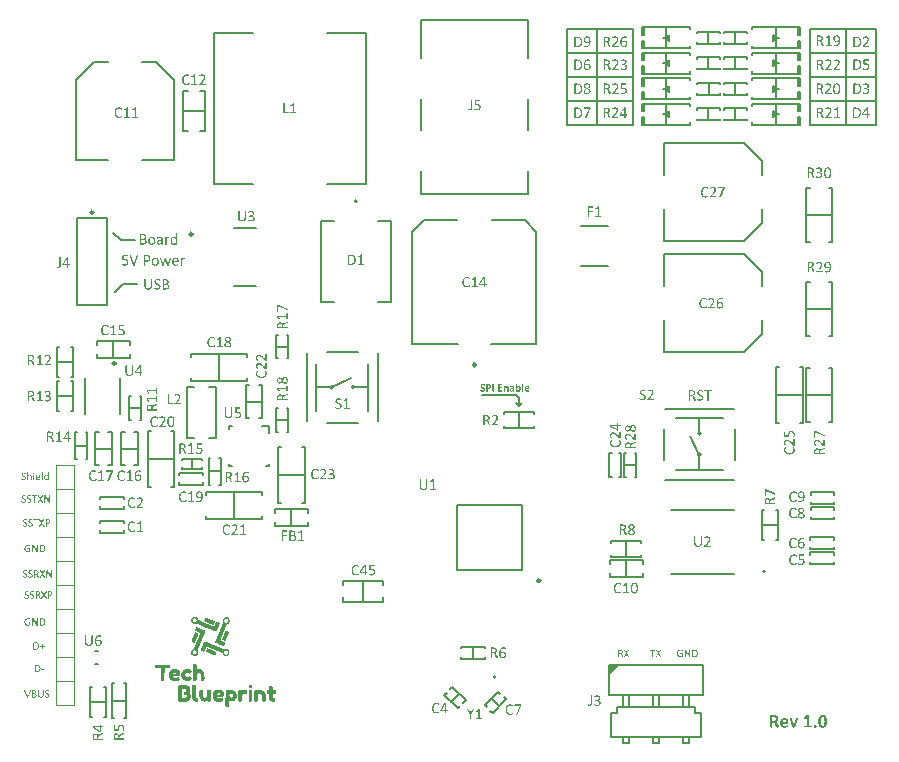
<source format=gto>
G04*
G04 #@! TF.GenerationSoftware,Altium Limited,Altium Designer,24.9.1 (31)*
G04*
G04 Layer_Color=65535*
%FSLAX44Y44*%
%MOMM*%
G71*
G04*
G04 #@! TF.SameCoordinates,DBAFCBE9-9C6E-486A-AB20-CA00A55F4774*
G04*
G04*
G04 #@! TF.FilePolarity,Positive*
G04*
G01*
G75*
%ADD10C,0.2500*%
%ADD11C,0.2000*%
%ADD12C,0.1270*%
%ADD13C,0.1000*%
%ADD14C,0.1800*%
%ADD15C,0.1500*%
G36*
X163964Y121149D02*
X164297Y121026D01*
X164489Y120939D01*
X164629Y120903D01*
X164699Y120833D01*
X165032Y120711D01*
X165400Y120553D01*
X165470Y120518D01*
X165715Y120413D01*
X166030Y120273D01*
X166415Y120098D01*
X166642Y120011D01*
X166695Y119958D01*
X166887Y119906D01*
X167255Y119748D01*
X167640Y119573D01*
X167955Y119433D01*
X168183Y119346D01*
X168235Y119293D01*
X168428Y119241D01*
X169495Y118768D01*
X169723Y118681D01*
X169775Y118628D01*
X169968Y118576D01*
X171035Y118103D01*
X171211Y117998D01*
X171263Y117945D01*
X171333Y117560D01*
X171298Y117455D01*
X171211Y117228D01*
X171123Y117035D01*
X170983Y116685D01*
X170808Y116300D01*
X170738Y116125D01*
X170703Y116055D01*
X170598Y115810D01*
X170458Y115495D01*
X170423Y115355D01*
X170318Y115250D01*
X170283Y115145D01*
X170195Y115057D01*
X170090Y115022D01*
X169915Y114952D01*
X169705Y114987D01*
X169530Y115057D01*
X169145Y115233D01*
X168918Y115320D01*
X168865Y115373D01*
X168673Y115425D01*
X168305Y115583D01*
X167920Y115758D01*
X167605Y115898D01*
X167377Y115985D01*
X167325Y116038D01*
X167132Y116090D01*
X166380Y116423D01*
X166030Y116563D01*
X165680Y116738D01*
X165645D01*
X165470Y116808D01*
X165400Y116843D01*
X164910Y117053D01*
X164682Y117140D01*
X164629Y117193D01*
X164297Y117315D01*
X163999Y117438D01*
X163684Y117578D01*
X163299Y117753D01*
X163072Y117840D01*
X162879Y117928D01*
X162704Y117998D01*
X162442Y118190D01*
X162337Y118541D01*
X162407Y118716D01*
X162459Y118908D01*
X162582Y119136D01*
X162617Y119276D01*
X162687Y119346D01*
X162809Y119678D01*
X162862Y119731D01*
X162984Y120063D01*
X163194Y120483D01*
X163282Y120711D01*
X163387Y120886D01*
X163544Y121079D01*
X163719Y121149D01*
X163859Y121184D01*
X163964Y121149D01*
D02*
G37*
G36*
X155056Y121726D02*
X155178Y121674D01*
X155353Y121604D01*
X155546Y121551D01*
X155808Y121393D01*
X155948Y121358D01*
X156018Y121288D01*
X156193Y121184D01*
X156298Y121079D01*
X156456Y120991D01*
X156561Y120816D01*
X156806Y120571D01*
X156911Y120396D01*
X157051Y120151D01*
X157121Y120081D01*
X157173Y119853D01*
X157331Y119486D01*
X157366Y119136D01*
X157418Y119083D01*
X157733Y119013D01*
X157838Y118908D01*
X158066Y118856D01*
X158188Y118768D01*
X158294Y118733D01*
X158486Y118681D01*
X158556Y118646D01*
X158574Y118593D01*
X158854Y118523D01*
X158959Y118418D01*
X159239Y118348D01*
X159449Y118208D01*
X159659Y118173D01*
X159764Y118068D01*
X160026Y118015D01*
X160114Y117928D01*
X160254Y117893D01*
X160429Y117823D01*
X160604Y117718D01*
X160814Y117683D01*
X160919Y117578D01*
X161199Y117508D01*
X161304Y117403D01*
X161532Y117350D01*
X161759Y117228D01*
X161899Y117193D01*
X162074Y117088D01*
X162179Y117053D01*
X162372Y117000D01*
X162494Y116878D01*
X162739Y116843D01*
X162844Y116738D01*
X163124Y116668D01*
X163194Y116598D01*
X163369Y116528D01*
X163544Y116493D01*
X163649Y116388D01*
X163894Y116353D01*
X164034Y116213D01*
X164244Y116178D01*
X164454Y116038D01*
X164664Y116003D01*
X164875Y115863D01*
X165085Y115828D01*
X165190Y115723D01*
X165400Y115688D01*
X165470Y115618D01*
X165645Y115548D01*
X165872Y115460D01*
X166030Y115373D01*
X166240Y115338D01*
X166345Y115233D01*
X166485Y115198D01*
X166590Y115163D01*
X166765Y115057D01*
X167045Y114952D01*
X167290Y114847D01*
X167430Y114812D01*
X167535Y114707D01*
X167745Y114672D01*
X167955Y114532D01*
X168130Y114497D01*
X168515Y114322D01*
X168830Y114182D01*
X168970Y114147D01*
X169040Y114077D01*
X169373Y113955D01*
X169530Y113867D01*
X169758Y113780D01*
X169950Y113692D01*
X170143Y113640D01*
X170230Y113552D01*
X170406Y113517D01*
X170651Y113412D01*
X170791Y113447D01*
X170843Y113640D01*
X170878Y113780D01*
X170983Y113955D01*
X171018Y114095D01*
X171193Y114480D01*
X171333Y114795D01*
X171421Y115022D01*
X171473Y115075D01*
X171508Y115215D01*
X171578Y115390D01*
X171648Y115460D01*
X171666Y115548D01*
X171683Y115565D01*
X171718Y115740D01*
X171788Y115810D01*
X171928Y116195D01*
X172033Y116440D01*
X172068Y116545D01*
X172173Y116720D01*
X172226Y116913D01*
X172278Y116965D01*
X172348Y117140D01*
X172383Y117280D01*
X172488Y117385D01*
X172593Y117560D01*
X172821Y117718D01*
X173136Y117858D01*
X173381Y117893D01*
X173486Y117858D01*
X173713Y117771D01*
X173906Y117718D01*
X174291Y117543D01*
X174466Y117473D01*
X174711Y117368D01*
X174851Y117333D01*
X174956Y117228D01*
X175096Y117193D01*
X175324Y116965D01*
X175359Y116790D01*
X175429Y116720D01*
X175464Y116475D01*
X175429Y115985D01*
X175324Y115740D01*
X175254Y115565D01*
X175149Y115320D01*
X174974Y114935D01*
X174904Y114760D01*
X174799Y114515D01*
X174764Y114410D01*
X174659Y114235D01*
X174624Y114095D01*
X174589Y114025D01*
X174309Y113395D01*
X174273Y113255D01*
X174133Y113045D01*
X174098Y112870D01*
X173958Y112555D01*
X173783Y112170D01*
X173748Y112029D01*
X173678Y111959D01*
X173643Y111819D01*
X173468Y111434D01*
X173381Y111207D01*
X173328Y111154D01*
X173293Y111014D01*
X172943Y110244D01*
X172698Y109789D01*
X172593Y109684D01*
X172558Y109614D01*
X172506Y109562D01*
X172366Y109527D01*
X172261Y109422D01*
X171911Y109387D01*
X171526Y109422D01*
X171351Y109527D01*
X171211Y109562D01*
X170826Y109737D01*
X170511Y109877D01*
X170370Y109912D01*
X170300Y109947D01*
X170230Y110017D01*
X170090Y110052D01*
X169705Y110227D01*
X169478Y110314D01*
X169425Y110367D01*
X169198Y110419D01*
X169075Y110507D01*
X168970Y110542D01*
X168743Y110629D01*
X168690Y110682D01*
X168358Y110804D01*
X168165Y110892D01*
X167938Y110979D01*
X167885Y111032D01*
X167745Y111067D01*
X167640Y111102D01*
X167465Y111207D01*
X167237Y111294D01*
X167045Y111382D01*
X166905Y111417D01*
X166730Y111522D01*
X166625Y111557D01*
X166485Y111592D01*
X166275Y111732D01*
X166100Y111767D01*
X165715Y111942D01*
X165400Y112082D01*
X165260Y112117D01*
X165155Y112222D01*
X164945Y112257D01*
X164875Y112327D01*
X164699Y112397D01*
X164559Y112432D01*
X164489Y112467D01*
X164314Y112572D01*
X164104Y112607D01*
X163999Y112712D01*
X163859Y112747D01*
X163474Y112922D01*
X163334Y112957D01*
X163264Y113027D01*
X163019Y113097D01*
X162844Y113202D01*
X162739Y113237D01*
X162512Y113325D01*
X162459Y113377D01*
X162214Y113447D01*
X162144Y113482D01*
X161969Y113587D01*
X161759Y113622D01*
X161654Y113727D01*
X161374Y113797D01*
X161269Y113902D01*
X161042Y113955D01*
X160814Y114077D01*
X160674Y114112D01*
X160499Y114217D01*
X160394Y114252D01*
X160254Y114287D01*
X160044Y114427D01*
X159834Y114462D01*
X159729Y114567D01*
X159589Y114602D01*
X159396Y114655D01*
X159309Y114742D01*
X159081Y114795D01*
X158959Y114882D01*
X158784Y114952D01*
X158644Y114987D01*
X158574Y115057D01*
X158434Y115092D01*
X158206Y115180D01*
X158118Y115268D01*
X157873Y115303D01*
X157768Y115408D01*
X157488Y115478D01*
X157418Y115548D01*
X157243Y115618D01*
X157051Y115670D01*
X156963Y115758D01*
X156701Y115810D01*
X156578Y115933D01*
X156368Y115968D01*
X156158Y116108D01*
X155913Y116143D01*
X155616Y116090D01*
X155458Y116003D01*
X155283Y115933D01*
X154986Y115880D01*
X154793Y115828D01*
X154653Y115793D01*
X153778Y115828D01*
X153533Y115933D01*
X153288Y115968D01*
X152798Y116248D01*
X152605Y116405D01*
X152395Y116545D01*
X152343Y116598D01*
X152238Y116633D01*
X152185Y116685D01*
X152150Y116755D01*
X152045Y116860D01*
X151940Y117035D01*
X151870Y117105D01*
X151590Y117630D01*
X151555Y117736D01*
X151520Y117875D01*
X151485Y118085D01*
X151415Y118260D01*
X151380Y118401D01*
X151362Y118943D01*
X151397Y119293D01*
X151485Y119486D01*
X151520Y119626D01*
X151555Y119871D01*
X151800Y120326D01*
X151940Y120571D01*
X152010Y120641D01*
X152045Y120711D01*
X152238Y120903D01*
X152308Y120939D01*
X152360Y120991D01*
X152378Y121044D01*
X152623Y121184D01*
X152693Y121253D01*
X152763Y121288D01*
X152868Y121393D01*
X153095Y121481D01*
X153183Y121569D01*
X153515Y121621D01*
X153673Y121709D01*
X153813Y121744D01*
X154565Y121761D01*
X155056Y121726D01*
D02*
G37*
G36*
X181065Y110174D02*
X181205Y110139D01*
X181572Y109982D01*
X181712Y109947D01*
X181817Y109842D01*
X182027Y109807D01*
X182237Y109667D01*
X182447Y109632D01*
X182657Y109492D01*
X182867Y109457D01*
X182937Y109387D01*
X183112Y109317D01*
X183253Y109282D01*
X183375Y109159D01*
X183410Y109089D01*
X183480Y109019D01*
X183515Y108879D01*
X183480Y108739D01*
X183375Y108494D01*
X183340Y108354D01*
X183270Y108284D01*
X183147Y107951D01*
X183060Y107794D01*
X183025Y107654D01*
X182885Y107339D01*
X182815Y107164D01*
X182710Y106919D01*
X182535Y106534D01*
X182465Y106359D01*
X182360Y106114D01*
X182325Y106009D01*
X182220Y105834D01*
X182167Y105641D01*
X182045Y105414D01*
X182010Y105274D01*
X181975Y105204D01*
X181870Y104958D01*
X181520Y104188D01*
X181485Y104048D01*
X181380Y103873D01*
X181327Y103681D01*
X181205Y103453D01*
X181170Y103313D01*
X180995Y102928D01*
X180855Y102613D01*
X180820Y102473D01*
X180750Y102403D01*
X180627Y102071D01*
X180539Y101913D01*
X180504Y101773D01*
X180364Y101528D01*
X180172Y101440D01*
X180014Y101423D01*
X179874Y101458D01*
X179682Y101510D01*
X179367Y101650D01*
X179227Y101685D01*
X179157Y101755D01*
X178982Y101826D01*
X178842Y101861D01*
X178212Y102141D01*
X177984Y102228D01*
X177932Y102281D01*
X177599Y102403D01*
X177424Y102578D01*
X177389Y102858D01*
X177564Y103243D01*
X177652Y103471D01*
X177704Y103523D01*
X177757Y103751D01*
X177844Y103873D01*
X177879Y103978D01*
X177967Y104206D01*
X178089Y104503D01*
X178229Y104818D01*
X178299Y104993D01*
X178369Y105063D01*
X178422Y105291D01*
X178544Y105519D01*
X178632Y105746D01*
X178719Y105939D01*
X178754Y106079D01*
X178789Y106149D01*
X178859Y106219D01*
X178894Y106359D01*
X178964Y106534D01*
X179244Y107164D01*
X179279Y107304D01*
X179384Y107479D01*
X179472Y107706D01*
X179559Y107899D01*
X179647Y108126D01*
X179734Y108284D01*
X179769Y108459D01*
X179787Y108476D01*
X179909Y108704D01*
X179944Y108844D01*
X180119Y109229D01*
X180259Y109544D01*
X180294Y109684D01*
X180399Y109789D01*
X180434Y109999D01*
X180522Y110122D01*
X180697Y110192D01*
X180837Y110227D01*
X181065Y110174D01*
D02*
G37*
G36*
X163474Y100775D02*
X163579Y100740D01*
X163719Y100705D01*
X163894Y100600D01*
X164087Y100548D01*
X164454Y100390D01*
X164559Y100355D01*
X164805Y100250D01*
X165190Y100075D01*
X165417Y99988D01*
X165470Y99935D01*
X165697Y99883D01*
X165925Y99760D01*
X166117Y99708D01*
X166170Y99655D01*
X166345Y99585D01*
X166572Y99498D01*
X166765Y99410D01*
X166940Y99375D01*
X167045Y99270D01*
X167272Y99218D01*
X167500Y99095D01*
X167640Y99060D01*
X167955Y98920D01*
X168183Y98833D01*
X168235Y98780D01*
X168620Y98640D01*
X168970Y98500D01*
X169215Y98395D01*
X169600Y98220D01*
X169740Y98185D01*
X169915Y98080D01*
X170108Y98027D01*
X170335Y97905D01*
X170476Y97870D01*
X170791Y97730D01*
X170965Y97660D01*
X171211Y97555D01*
X171596Y97380D01*
X171736Y97345D01*
X171911Y97240D01*
X172051Y97205D01*
X172156Y97170D01*
X172226Y97100D01*
X172366Y97065D01*
X172541Y96995D01*
X172786Y96890D01*
X173013Y96802D01*
X173066Y96750D01*
X173346Y96680D01*
X173451Y96575D01*
X173678Y96522D01*
X173906Y96400D01*
X174046Y96365D01*
X174361Y96225D01*
X174589Y96137D01*
X174641Y96084D01*
X174781Y96049D01*
X175009Y95962D01*
X175061Y95910D01*
X175341Y95840D01*
X175446Y95735D01*
X175674Y95682D01*
X175901Y95559D01*
X176041Y95524D01*
X176356Y95384D01*
X176584Y95297D01*
X176636Y95244D01*
X176777Y95209D01*
X176952Y95139D01*
X177127Y95034D01*
X177337Y94999D01*
X177442Y94894D01*
X177669Y94842D01*
X177897Y94719D01*
X178037Y94684D01*
X178352Y94544D01*
X178579Y94457D01*
X178667Y94369D01*
X178912Y94334D01*
X179017Y94229D01*
X179157Y94194D01*
X179507Y94229D01*
X179577Y94299D01*
X179822Y94369D01*
X180049Y94457D01*
X180242Y94509D01*
X180907Y94544D01*
X181520Y94492D01*
X181677Y94404D01*
X181817Y94369D01*
X182027Y94334D01*
X182132Y94229D01*
X182307Y94159D01*
X182377Y94124D01*
X182447Y94054D01*
X182622Y93949D01*
X182692Y93879D01*
X182867Y93774D01*
X182902Y93704D01*
X182972Y93669D01*
X183025Y93617D01*
X183130Y93442D01*
X183200Y93372D01*
X183235Y93302D01*
X183375Y93162D01*
X183410Y93022D01*
X183480Y92952D01*
X183515Y92881D01*
X183585Y92706D01*
X183690Y92462D01*
X183760Y91866D01*
X183795Y91516D01*
X183760Y91061D01*
X183725Y90921D01*
X183673Y90624D01*
X183620Y90501D01*
X183550Y90326D01*
X183305Y89871D01*
X183235Y89801D01*
X183200Y89731D01*
X183060Y89591D01*
X183025Y89451D01*
X182972Y89398D01*
X182902Y89363D01*
X182762Y89223D01*
X182587Y89118D01*
X182517Y89048D01*
X182412Y89013D01*
X181817Y88733D01*
X181642Y88698D01*
X181467Y88593D01*
X181222Y88558D01*
X180137Y88593D01*
X179962Y88698D01*
X179734Y88751D01*
X179052Y89118D01*
X178947Y89223D01*
X178877Y89258D01*
X178579Y89556D01*
X178544Y89626D01*
X178404Y89766D01*
X178369Y89836D01*
X178229Y90046D01*
X178194Y90116D01*
X178089Y90221D01*
X178037Y90414D01*
X177914Y90571D01*
X177879Y90991D01*
X177757Y91219D01*
X177477Y91289D01*
X177407Y91359D01*
X177232Y91429D01*
X177057Y91464D01*
X176952Y91569D01*
X176689Y91621D01*
X176566Y91709D01*
X176461Y91744D01*
X176269Y91796D01*
X176146Y91884D01*
X176041Y91919D01*
X175866Y91954D01*
X175761Y92059D01*
X175481Y92129D01*
X175271Y92269D01*
X175061Y92304D01*
X174991Y92374D01*
X174746Y92444D01*
X174431Y92584D01*
X174203Y92671D01*
X174151Y92724D01*
X174011Y92759D01*
X173836Y92829D01*
X173591Y92934D01*
X173416Y93004D01*
X173346Y93074D01*
X173118Y93127D01*
X172891Y93249D01*
X172751Y93284D01*
X172436Y93424D01*
X172261Y93494D01*
X171631Y93774D01*
X171491Y93809D01*
X171316Y93914D01*
X171176Y93949D01*
X170791Y94124D01*
X170265Y94334D01*
X169635Y94614D01*
X169110Y94824D01*
X168480Y95104D01*
X168253Y95192D01*
X168200Y95244D01*
X167973Y95297D01*
X167920Y95349D01*
X167745Y95419D01*
X167518Y95507D01*
X167325Y95595D01*
X167185Y95630D01*
X167115Y95665D01*
X167045Y95735D01*
X166852Y95787D01*
X166677Y95857D01*
X166625Y95910D01*
X166485Y95944D01*
X166310Y96014D01*
X166065Y96119D01*
X165925Y96154D01*
X165855Y96225D01*
X165522Y96347D01*
X165225Y96470D01*
X164910Y96610D01*
X164769Y96645D01*
X164699Y96715D01*
X164524Y96785D01*
X164367Y96802D01*
X164262Y96732D01*
X164227Y96592D01*
X164174Y96400D01*
X164122Y96347D01*
X164052Y96172D01*
X164017Y96032D01*
X163877Y95717D01*
X163842Y95577D01*
X163737Y95472D01*
X163702Y95262D01*
X163562Y95017D01*
X163509Y94824D01*
X163387Y94597D01*
X163352Y94422D01*
X163247Y94247D01*
X163124Y93914D01*
X163072Y93862D01*
X163002Y93582D01*
X162897Y93477D01*
X162862Y93267D01*
X162494Y92584D01*
X162267Y92497D01*
X162214Y92444D01*
X162074Y92409D01*
X161864Y92374D01*
X161759Y92339D01*
X161479Y92409D01*
X161234Y92444D01*
X160849Y92619D01*
X160744Y92654D01*
X160674Y92724D01*
X160446Y92776D01*
X160219Y92899D01*
X160044Y93004D01*
X160009Y93074D01*
X159834Y93179D01*
X159781Y93232D01*
X159746Y93372D01*
X159624Y93704D01*
X159606Y93897D01*
X159711Y94142D01*
X159764Y94404D01*
X159834Y94579D01*
X159886Y94632D01*
X159956Y94912D01*
X160026Y94982D01*
X160096Y95157D01*
X160131Y95297D01*
X160236Y95472D01*
X160271Y95612D01*
X160411Y95927D01*
X160499Y96154D01*
X160551Y96207D01*
X160586Y96347D01*
X160621Y96417D01*
Y96452D01*
X160761Y96767D01*
X160796Y96907D01*
X160866Y96977D01*
X160937Y97152D01*
X160972Y97292D01*
X161252Y97922D01*
X161287Y98062D01*
X161427Y98272D01*
X161462Y98482D01*
X161602Y98693D01*
X161637Y98903D01*
X161707Y98973D01*
X161777Y99218D01*
X161952Y99603D01*
X161987Y99778D01*
X162057Y99848D01*
X162092Y99988D01*
X162179Y100215D01*
X162232Y100268D01*
X162337Y100443D01*
X162494Y100600D01*
X162564Y100635D01*
X162634Y100740D01*
X162827Y100758D01*
X162844Y100740D01*
X162949Y100775D01*
X163194Y100810D01*
X163474Y100775D01*
D02*
G37*
G36*
X155108Y108687D02*
X155213Y108652D01*
X155353Y108617D01*
X155668Y108476D01*
X155843Y108406D01*
X156088Y108301D01*
X156228Y108266D01*
X156298Y108196D01*
X156543Y108126D01*
X156858Y107986D01*
X157051Y107934D01*
X157103Y107881D01*
X157453Y107741D01*
X157576Y107444D01*
X157523Y107181D01*
X157488Y107041D01*
X157418Y106866D01*
X157366Y106814D01*
X157296Y106534D01*
X157191Y106359D01*
X157156Y106219D01*
X156981Y105834D01*
X156771Y105309D01*
X156666Y105063D01*
X156491Y104678D01*
X156438Y104486D01*
X156386Y104433D01*
X156316Y104258D01*
X156281Y104118D01*
X156001Y103488D01*
X155948Y103296D01*
X155861Y103208D01*
X155808Y103016D01*
X155738Y102841D01*
X155686Y102788D01*
X155633Y102561D01*
X155511Y102333D01*
X155476Y102193D01*
X155301Y101808D01*
X155266Y101668D01*
X155196Y101598D01*
X155161Y101458D01*
X155091Y101283D01*
X154986Y101038D01*
X154898Y100810D01*
X154846Y100758D01*
X154810Y100618D01*
X154740Y100443D01*
X154635Y100198D01*
X154600Y100093D01*
X154513Y100005D01*
X154478D01*
X154460Y99988D01*
X154373Y99900D01*
X154198Y99830D01*
X154005Y99883D01*
X153813Y99970D01*
X153673Y100005D01*
X153288Y100180D01*
X152973Y100320D01*
X152833Y100355D01*
X152763Y100425D01*
X152430Y100548D01*
X152238Y100635D01*
X152098Y100670D01*
X152028Y100705D01*
X151853Y100810D01*
X151748Y100845D01*
X151660Y100933D01*
X151555Y101178D01*
X151590Y101423D01*
X151695Y101668D01*
X151730Y101808D01*
X151800Y101878D01*
X151940Y102263D01*
X152010Y102438D01*
X152098Y102666D01*
X152150Y102718D01*
X152185Y102858D01*
X152255Y103033D01*
X152360Y103278D01*
X152448Y103506D01*
X152500Y103558D01*
X152553Y103786D01*
X152675Y104013D01*
X152780Y104293D01*
X152850Y104468D01*
X152885Y104608D01*
X153025Y104818D01*
X153060Y105028D01*
X153200Y105239D01*
X153235Y105449D01*
X153340Y105624D01*
X153375Y105764D01*
X153550Y106149D01*
X153585Y106289D01*
X153655Y106359D01*
X153690Y106499D01*
X153778Y106726D01*
X153830Y106779D01*
X153865Y106919D01*
X153953Y107146D01*
X154005Y107199D01*
X154058Y107426D01*
X154180Y107654D01*
X154215Y107794D01*
X154390Y108179D01*
X154443Y108371D01*
X154530Y108459D01*
X154565Y108599D01*
X154618Y108652D01*
X154793Y108687D01*
X154898Y108722D01*
X155108Y108687D01*
D02*
G37*
G36*
X181222Y121463D02*
X181730Y121411D01*
X181905Y121341D01*
X182097Y121288D01*
X182237Y121253D01*
X182307Y121184D01*
X182692Y120974D01*
X182885Y120816D01*
X182937Y120763D01*
X183007Y120728D01*
X183147Y120588D01*
X183200Y120571D01*
X183235Y120501D01*
X183410Y120326D01*
X183445Y120256D01*
X183550Y120151D01*
X183900Y119416D01*
X183953Y119188D01*
X184040Y119031D01*
X184075Y118295D01*
X184040Y118190D01*
X184005Y117806D01*
X183935Y117630D01*
X183883Y117368D01*
X183830Y117245D01*
X183690Y117000D01*
X183550Y116790D01*
X183515Y116720D01*
X183410Y116615D01*
X183305Y116440D01*
X182937Y116073D01*
X182832Y116038D01*
X182657Y115863D01*
X182587Y115828D01*
X182517Y115758D01*
X182377Y115723D01*
X182062Y115583D01*
X181922Y115548D01*
X181712Y115513D01*
X181520Y115355D01*
X181485Y115285D01*
X181380Y115040D01*
X181310Y114865D01*
X181240Y114795D01*
X181187Y114567D01*
X181065Y114340D01*
X181030Y114200D01*
X180890Y113885D01*
X180820Y113710D01*
X180715Y113465D01*
X180539Y113080D01*
X180504Y112940D01*
X180399Y112765D01*
X180364Y112625D01*
X180189Y112240D01*
X180154Y112135D01*
X179874Y111504D01*
X179787Y111277D01*
X179734Y111224D01*
X179699Y111084D01*
X179629Y110909D01*
X179524Y110664D01*
X179349Y110279D01*
X179314Y110139D01*
X179244Y110069D01*
X179209Y109929D01*
X179139Y109754D01*
X178999Y109439D01*
X178964Y109334D01*
X178859Y109089D01*
X178684Y108704D01*
X178614Y108529D01*
X178509Y108284D01*
X178439Y108109D01*
X178334Y107864D01*
X178194Y107549D01*
X178124Y107374D01*
X177844Y106744D01*
X177809Y106604D01*
X177634Y106219D01*
X177354Y105589D01*
X177319Y105449D01*
X177039Y104853D01*
X176952Y104626D01*
X176864Y104433D01*
X176794Y104258D01*
X176689Y104013D01*
X176514Y103628D01*
X176339Y103173D01*
X176304Y103103D01*
X176024Y102473D01*
X175936Y102246D01*
X175884Y102193D01*
X175849Y102053D01*
X175884Y101983D01*
X176094Y101878D01*
X176286Y101790D01*
X176426Y101755D01*
X176812Y101580D01*
X177127Y101440D01*
X177267Y101405D01*
X177337Y101335D01*
X177669Y101213D01*
X177862Y101125D01*
X178089Y101038D01*
X178282Y100950D01*
X178422Y100915D01*
X178597Y100810D01*
X178877Y100705D01*
X179122Y100600D01*
X179437Y100460D01*
X179664Y100373D01*
X179717Y100320D01*
X179892Y100215D01*
X179927Y100145D01*
X179997Y100110D01*
X180224Y99883D01*
X180294Y99708D01*
X180364Y99428D01*
X180329Y99078D01*
X180189Y98728D01*
X180014Y98342D01*
X179874Y98027D01*
X179839Y97887D01*
X179734Y97782D01*
X179629Y97607D01*
X179559Y97537D01*
X179524Y97467D01*
X179332Y97345D01*
X179262Y97275D01*
X178772Y97135D01*
X178527Y97205D01*
X178247Y97275D01*
X178177Y97310D01*
X177862Y97450D01*
X177477Y97625D01*
X177127Y97765D01*
X176812Y97905D01*
X176584Y97992D01*
X176216Y98150D01*
X176146Y98185D01*
X175796Y98325D01*
X175166Y98605D01*
X175026Y98640D01*
X175009Y98657D01*
X174851Y98745D01*
X174711Y98780D01*
X174326Y98955D01*
X174011Y99095D01*
X173783Y99183D01*
X173731Y99235D01*
X173451Y99305D01*
X173066Y99480D01*
X172401Y99795D01*
X172261Y99830D01*
X172191Y99900D01*
X172121Y99935D01*
X172033Y100023D01*
X171928Y100198D01*
X171823Y100303D01*
X171771Y100495D01*
X171683Y100723D01*
X171753Y100898D01*
X171788Y101143D01*
X171823Y101283D01*
X172033Y101738D01*
X172313Y102368D01*
X172488Y102753D01*
X172576Y102981D01*
X172663Y103173D01*
X172698Y103313D01*
X172873Y103698D01*
X172908Y103768D01*
X173013Y104013D01*
X173153Y104328D01*
X173241Y104556D01*
X173328Y104748D01*
X173416Y104976D01*
X173503Y105169D01*
X173591Y105396D01*
X173643Y105449D01*
X173696Y105641D01*
X173853Y106009D01*
X174028Y106394D01*
X174063Y106534D01*
X174133Y106604D01*
X174186Y106796D01*
X174344Y107164D01*
X174519Y107549D01*
X174554Y107689D01*
X174694Y108004D01*
X174869Y108389D01*
X174904Y108529D01*
X174974Y108599D01*
X175044Y108844D01*
X175079Y108914D01*
X175184Y109159D01*
X175359Y109544D01*
X175446Y109772D01*
X175499Y109824D01*
X175551Y110052D01*
X175674Y110279D01*
X175761Y110507D01*
X175849Y110699D01*
X175936Y110927D01*
X176024Y111119D01*
X176059Y111259D01*
X176129Y111329D01*
X176269Y111714D01*
X176374Y111959D01*
X176514Y112275D01*
X176601Y112502D01*
X176654Y112555D01*
X176689Y112695D01*
X176777Y112922D01*
X176829Y112975D01*
X176864Y113115D01*
X176934Y113290D01*
X177004Y113360D01*
X177057Y113587D01*
X177179Y113815D01*
X177214Y113955D01*
X177389Y114340D01*
X177424Y114445D01*
X177704Y115075D01*
X177792Y115303D01*
X177844Y115355D01*
X177914Y115635D01*
X178019Y115740D01*
X178054Y115950D01*
X178194Y116195D01*
X178247Y116388D01*
X178369Y116615D01*
X178404Y116860D01*
X178054Y117595D01*
X178019Y117840D01*
X177984Y118190D01*
X177949Y118295D01*
X177914Y118541D01*
X177984Y118821D01*
X178019Y119066D01*
X178072Y119293D01*
X178142Y119468D01*
X178177Y119608D01*
X178247Y119783D01*
X178404Y120046D01*
X178439Y120151D01*
X178544Y120256D01*
X178579Y120326D01*
X178754Y120501D01*
X178789Y120571D01*
X178982Y120693D01*
X179087Y120798D01*
X179157Y120833D01*
X179297Y120974D01*
X179367Y121009D01*
X179612Y121149D01*
X179787Y121253D01*
X179927Y121288D01*
X180154Y121376D01*
X180347Y121428D01*
X180855Y121481D01*
X181117Y121498D01*
X181222Y121463D01*
D02*
G37*
G36*
X165470Y95209D02*
X165855Y95034D01*
X166170Y94894D01*
X166345Y94824D01*
X166590Y94719D01*
X166905Y94579D01*
X167132Y94492D01*
X167325Y94404D01*
X167465Y94369D01*
X167850Y94194D01*
X168165Y94054D01*
X168305Y94019D01*
X168375Y93949D01*
X168568Y93897D01*
X168778Y93792D01*
X169005Y93704D01*
X169355Y93564D01*
X169670Y93424D01*
X169898Y93337D01*
X170195Y93214D01*
X170511Y93074D01*
X170738Y92987D01*
X170931Y92899D01*
X171158Y92811D01*
X171211Y92759D01*
X171403Y92706D01*
X171771Y92549D01*
X172086Y92409D01*
X172366Y92304D01*
X172628Y92111D01*
X172698Y91866D01*
X172663Y91551D01*
X172628Y91446D01*
X172348Y90816D01*
X172278Y90641D01*
X172138Y90326D01*
X172103Y90186D01*
X171963Y89871D01*
X171928Y89801D01*
X171788Y89486D01*
X171648Y89241D01*
X171491Y89188D01*
X171351Y89153D01*
X171035Y89188D01*
X170651Y89363D01*
X170423Y89451D01*
X170230Y89538D01*
X170090Y89573D01*
X170020Y89643D01*
X169583Y89801D01*
X169390Y89889D01*
X169250Y89924D01*
X169180Y89994D01*
X168988Y90046D01*
X168848Y90116D01*
X168830Y90134D01*
X168603Y90221D01*
X168428Y90291D01*
X168200Y90379D01*
X167885Y90519D01*
X167658Y90606D01*
X167465Y90694D01*
X167237Y90781D01*
X167045Y90869D01*
X166905Y90904D01*
X166520Y91079D01*
X166205Y91219D01*
X166065Y91254D01*
X165680Y91429D01*
X165365Y91569D01*
X165225Y91604D01*
X164594Y91884D01*
X164367Y91971D01*
X164314Y92024D01*
X164122Y92076D01*
X163999Y92164D01*
X163929Y92234D01*
X163807Y92287D01*
X163737Y92566D01*
X163772Y92846D01*
X164122Y93617D01*
X164262Y93932D01*
X164349Y94159D01*
X164402Y94212D01*
X164454Y94404D01*
X164647Y94842D01*
X164787Y95087D01*
X164910Y95209D01*
X165050Y95244D01*
X165470Y95209D01*
D02*
G37*
G36*
X156333Y112957D02*
X156438Y112922D01*
X156701Y112870D01*
X156911Y112765D01*
X157296Y112625D01*
X157488Y112537D01*
X157716Y112450D01*
X157908Y112362D01*
X158048Y112327D01*
X158679Y112047D01*
X158906Y111959D01*
X159099Y111872D01*
X159239Y111837D01*
X159624Y111662D01*
X159939Y111522D01*
X160079Y111487D01*
X160709Y111207D01*
X160937Y111119D01*
X161129Y111032D01*
X161269Y110997D01*
X161654Y110822D01*
X161969Y110682D01*
X162319Y110542D01*
X162844Y110262D01*
X163002Y110104D01*
X163037Y110034D01*
X163107Y109964D01*
X163212Y109719D01*
X163247Y109579D01*
X163212Y109194D01*
X163107Y108949D01*
X162984Y108617D01*
X162897Y108424D01*
X162862Y108284D01*
X162722Y107969D01*
X162547Y107584D01*
X162512Y107479D01*
X162407Y107234D01*
X162337Y107059D01*
X162232Y106814D01*
X162144Y106586D01*
X162092Y106534D01*
X162057Y106324D01*
X161952Y106149D01*
X161882Y105974D01*
X161707Y105519D01*
X161567Y105204D01*
X161479Y104976D01*
X161392Y104783D01*
X161217Y104328D01*
X161042Y103943D01*
X161007Y103803D01*
X160902Y103558D01*
X160726Y103173D01*
X160639Y102946D01*
X160551Y102753D01*
X160516Y102613D01*
X160376Y102298D01*
X160201Y101913D01*
X160166Y101773D01*
X159886Y101143D01*
X159851Y101003D01*
X159571Y100373D01*
X159466Y100093D01*
X159361Y99848D01*
X159326Y99708D01*
X159256Y99638D01*
X159116Y99253D01*
X159011Y99008D01*
X158976Y98903D01*
X158871Y98657D01*
X158801Y98482D01*
X158696Y98237D01*
X158626Y98062D01*
X158521Y97817D01*
X158486Y97677D01*
X158416Y97607D01*
X158346Y97362D01*
X158206Y97047D01*
X158136Y96872D01*
X158031Y96627D01*
X157961Y96452D01*
X157856Y96207D01*
X157786Y96032D01*
X157681Y95787D01*
X157646Y95647D01*
X157576Y95577D01*
X157506Y95332D01*
X157366Y95017D01*
X157296Y94842D01*
X157191Y94597D01*
X157121Y94422D01*
X157016Y94177D01*
X156981Y94037D01*
X156911Y93967D01*
X156806Y93617D01*
X156841Y93407D01*
X157016Y93127D01*
X157156Y92811D01*
X157226Y92636D01*
X157331Y92392D01*
X157366Y92251D01*
X157401Y91796D01*
X157436Y91586D01*
X157401Y91481D01*
X157366Y91236D01*
X157331Y90921D01*
X157226Y90676D01*
X157173Y90449D01*
X156981Y90081D01*
X156946Y90011D01*
X156876Y89941D01*
X156771Y89766D01*
X156666Y89661D01*
X156631Y89591D01*
X156578Y89538D01*
X156508Y89503D01*
X156403Y89398D01*
X156333Y89363D01*
X156141Y89206D01*
X156053Y89118D01*
X155983Y89083D01*
X155738Y88943D01*
X155668Y88873D01*
X155476Y88821D01*
X155301Y88751D01*
X155108Y88698D01*
X154758Y88663D01*
X154478Y88593D01*
X153988Y88628D01*
X153883Y88663D01*
X153515Y88716D01*
X153235Y88821D01*
X152973Y88943D01*
X152658Y89118D01*
X152465Y89276D01*
X152378Y89363D01*
X152203Y89468D01*
X152098Y89573D01*
X152045Y89591D01*
X152010Y89661D01*
X151870Y89801D01*
X151835Y89871D01*
X151485Y90606D01*
X151450Y90781D01*
X151345Y91026D01*
X151310Y91376D01*
X151345Y92322D01*
X151450Y92566D01*
X151573Y92899D01*
X151625Y92952D01*
X151713Y93179D01*
X151765Y93232D01*
X151905Y93477D01*
X152185Y93757D01*
X152220Y93827D01*
X152273Y93879D01*
X152343Y93914D01*
X152413Y94019D01*
X152483Y94054D01*
X152623Y94194D01*
X153358Y94544D01*
X153533Y94649D01*
X153620Y94842D01*
X153690Y95017D01*
X153795Y95262D01*
X153865Y95437D01*
X153970Y95682D01*
X154040Y95857D01*
X154145Y96102D01*
X154233Y96330D01*
X154320Y96522D01*
X154390Y96697D01*
X154495Y96942D01*
X154583Y97170D01*
X154881Y97887D01*
X155196Y98622D01*
X155371Y99078D01*
X155511Y99393D01*
X155581Y99568D01*
X155686Y99813D01*
X155826Y100163D01*
X155966Y100478D01*
X156176Y101003D01*
X156193Y101055D01*
X156211Y101073D01*
X156316Y101318D01*
X156403Y101545D01*
X156491Y101738D01*
X156578Y101966D01*
X156701Y102263D01*
X156841Y102578D01*
X157016Y103033D01*
X157156Y103348D01*
X157226Y103523D01*
X157331Y103768D01*
X157418Y103996D01*
X157506Y104188D01*
X157593Y104416D01*
X157681Y104608D01*
X157856Y105063D01*
X157996Y105379D01*
X158066Y105554D01*
X158171Y105799D01*
X158258Y106026D01*
X158346Y106219D01*
X158416Y106394D01*
X158521Y106639D01*
X158696Y107094D01*
X158836Y107409D01*
X158906Y107584D01*
X159116Y108074D01*
X159081Y108179D01*
X159029Y108231D01*
X158959Y108266D01*
X158609Y108406D01*
X158539Y108441D01*
X158294Y108546D01*
X158153Y108581D01*
X158083Y108652D01*
X157891Y108704D01*
X157716Y108774D01*
X157523Y108862D01*
X157296Y108949D01*
X157243Y109002D01*
X157033Y109037D01*
X156858Y109142D01*
X156526Y109264D01*
X156333Y109352D01*
X156106Y109439D01*
X156053Y109492D01*
X155861Y109544D01*
X155686Y109614D01*
X155493Y109702D01*
X155266Y109789D01*
X155178Y109877D01*
X155108Y109912D01*
X155003Y110017D01*
X154881Y110069D01*
X154775Y110244D01*
X154705Y110314D01*
X154635Y110804D01*
X154723Y111312D01*
X154846Y111609D01*
X155021Y111994D01*
X155108Y112222D01*
X155248Y112432D01*
X155423Y112712D01*
X155493Y112747D01*
X155598Y112852D01*
X156018Y112957D01*
X156123Y112992D01*
X156333Y112957D01*
D02*
G37*
G36*
X148510Y77514D02*
X148790Y77479D01*
X148965Y77444D01*
X149280Y77409D01*
X149420Y77374D01*
X149612Y77287D01*
X149752Y77252D01*
X149945Y77199D01*
X149997Y77147D01*
X150242Y77077D01*
X150417Y76972D01*
X150750Y76744D01*
X150872Y76656D01*
X151117Y76516D01*
X151187Y76446D01*
X151257Y76411D01*
X151485Y76184D01*
X151590Y76009D01*
X151625Y75904D01*
X151660Y75554D01*
X151625Y75099D01*
X151485Y74889D01*
X151415Y74714D01*
X151345Y74644D01*
X151205Y74399D01*
X151135Y74329D01*
X151100Y74259D01*
X150995Y74154D01*
X150960Y74084D01*
X150767Y73891D01*
X150697Y73856D01*
X150592Y73751D01*
X150522Y73716D01*
X150417Y73611D01*
X150277Y73576D01*
X150032Y73541D01*
X149700Y73594D01*
X149525Y73664D01*
X149472Y73716D01*
X149245Y73804D01*
X149192Y73856D01*
X149017Y73926D01*
X148632Y74101D01*
X148387Y74171D01*
X148002Y74241D01*
X147897Y74206D01*
X147722Y74136D01*
X147477Y74101D01*
X147302Y74031D01*
X147232Y73961D01*
X147004Y73874D01*
X146952Y73821D01*
X146882Y73786D01*
X146619Y73524D01*
X146514Y73348D01*
X146444Y73173D01*
X146339Y72823D01*
X146304Y72473D01*
X146357Y72176D01*
X146409Y71983D01*
X146444Y71843D01*
X146479Y71738D01*
X146619Y71528D01*
X146654Y71458D01*
X146707Y71406D01*
X146777Y71371D01*
X146917Y71231D01*
X147162Y71091D01*
X147617Y70881D01*
X148177Y70846D01*
X148282Y70881D01*
X148597Y70916D01*
X148772Y71021D01*
X149000Y71108D01*
X149052Y71161D01*
X149157Y71196D01*
X149175Y71213D01*
X149332Y71336D01*
X149647Y71476D01*
X149892Y71546D01*
X150207Y71511D01*
X150312Y71406D01*
X150557Y71266D01*
X150627Y71196D01*
X150697Y71161D01*
X150837Y71021D01*
X150907Y70986D01*
X150960Y70933D01*
X150995Y70863D01*
X151135Y70723D01*
X151170Y70653D01*
X151275Y70548D01*
X151380Y70373D01*
X151450Y70303D01*
X151520Y70128D01*
X151625Y69953D01*
X151660Y69603D01*
X151625Y69183D01*
X151485Y68973D01*
X151450Y68903D01*
X151082Y68535D01*
X151012Y68500D01*
X150907Y68395D01*
X150732Y68290D01*
X150662Y68220D01*
X150522Y68185D01*
X150382Y68045D01*
X150242Y68010D01*
X150172Y67940D01*
X149997Y67870D01*
X149787Y67835D01*
X149612Y67730D01*
X149367Y67695D01*
X149227Y67660D01*
X149052Y67590D01*
X148912Y67555D01*
X148562Y67520D01*
X147232Y67555D01*
X146987Y67660D01*
X146847Y67695D01*
X146619Y67748D01*
X146427Y67835D01*
X146199Y67888D01*
X146077Y67940D01*
X146007Y68010D01*
X145814Y68063D01*
X145587Y68185D01*
X145412Y68290D01*
X145342Y68360D01*
X145202Y68395D01*
X145062Y68535D01*
X144886Y68640D01*
X144816Y68710D01*
X144641Y68815D01*
X144221Y69235D01*
X144151Y69270D01*
X144064Y69393D01*
X143994Y69463D01*
X143854Y69708D01*
X143784Y69778D01*
X143749Y69918D01*
X143644Y70023D01*
X143504Y70268D01*
X143434Y70443D01*
X143381Y70635D01*
X143294Y70793D01*
X143241Y71021D01*
X143171Y71196D01*
X143119Y71248D01*
X143084Y71703D01*
X143031Y72141D01*
X142979Y72613D01*
X143031Y72946D01*
X143084Y73418D01*
X143119Y73839D01*
X143224Y74014D01*
X143259Y74154D01*
X143311Y74346D01*
X143399Y74504D01*
X143469Y74784D01*
X143574Y74889D01*
X143644Y75064D01*
X143714Y75134D01*
X143889Y75449D01*
X144046Y75641D01*
X144099Y75694D01*
X144116Y75746D01*
X144186Y75781D01*
X144274Y75869D01*
X144291Y75921D01*
X144361Y75956D01*
X144816Y76411D01*
X144991Y76516D01*
X145237Y76656D01*
X145307Y76726D01*
X145482Y76831D01*
X145797Y77007D01*
X145972Y77077D01*
X146199Y77164D01*
X146252Y77217D01*
X146479Y77269D01*
X146759Y77374D01*
X146899Y77409D01*
X147074Y77444D01*
X147214Y77479D01*
X147687Y77532D01*
X148124Y77549D01*
X148510Y77514D01*
D02*
G37*
G36*
X505630Y72580D02*
Y81580D01*
X514630D01*
X505630Y72580D01*
D02*
G37*
G36*
X154968Y82047D02*
X155073Y82012D01*
X155318Y81977D01*
X155546Y81890D01*
X155633Y81802D01*
X155703Y81767D01*
X155826Y81645D01*
X156001Y81260D01*
X156036Y81120D01*
X156071Y80770D01*
X156106Y76429D01*
X156228Y76411D01*
X156351Y76499D01*
X156386Y76569D01*
X156578Y76761D01*
X156648Y76796D01*
X156753Y76901D01*
X156823Y76936D01*
X157033Y77077D01*
X157208Y77147D01*
X157278Y77217D01*
X157418Y77252D01*
X157611Y77304D01*
X157803Y77392D01*
X158574Y77427D01*
X158679Y77392D01*
X159099Y77357D01*
X159274Y77287D01*
X159519Y77252D01*
X159746Y77164D01*
X159799Y77112D01*
X160026Y77059D01*
X160254Y76936D01*
X160324Y76901D01*
X160411Y76849D01*
X160429Y76796D01*
X160744Y76621D01*
X160937Y76464D01*
X161532Y75869D01*
X161637Y75694D01*
X161707Y75624D01*
X161812Y75449D01*
X161882Y75379D01*
X162022Y75134D01*
X162057Y75029D01*
X162127Y74854D01*
X162197Y74784D01*
X162232Y74644D01*
X162372Y74329D01*
X162407Y74189D01*
X162442Y73944D01*
X162547Y73699D01*
X162582Y73243D01*
X162634Y72631D01*
X162652Y68833D01*
X162617Y68728D01*
X162564Y68325D01*
X162494Y68150D01*
X162407Y68063D01*
X162319Y67905D01*
X162144Y67800D01*
X161899Y67695D01*
X161567Y67643D01*
X161357Y67608D01*
X160709Y67590D01*
X160604Y67625D01*
X160306Y67678D01*
X160096Y67713D01*
X159974Y67765D01*
X159904Y67835D01*
X159729Y67940D01*
X159641Y68063D01*
X159571Y68133D01*
X159536Y68273D01*
X159431Y68518D01*
X159396Y69078D01*
X159361Y72998D01*
X159326Y73103D01*
X159221Y73348D01*
X159186Y73418D01*
X159046Y73629D01*
X159011Y73699D01*
X158959Y73751D01*
X158889Y73786D01*
X158784Y73891D01*
X158556Y73979D01*
X158469Y74066D01*
X158101Y74119D01*
X157961Y74154D01*
X157733Y74171D01*
X157628Y74136D01*
X157138Y74066D01*
X157033Y73961D01*
X156806Y73874D01*
X156683Y73786D01*
X156613Y73716D01*
X156561Y73699D01*
X156526Y73629D01*
X156351Y73453D01*
X156176Y73068D01*
X156141Y72928D01*
X156071Y72753D01*
X156036Y68413D01*
X156001Y68308D01*
X155896Y68133D01*
X155721Y67888D01*
X155528Y67765D01*
X155353Y67695D01*
X155021Y67643D01*
X154810Y67608D01*
X154128Y67590D01*
X154023Y67625D01*
X153725Y67678D01*
X153515Y67713D01*
X153393Y67765D01*
X153323Y67835D01*
X153148Y67940D01*
X153113Y68010D01*
X153043Y68045D01*
X152903Y68430D01*
X152850Y68623D01*
Y69673D01*
Y69708D01*
X152885Y81225D01*
X153025Y81540D01*
X153060Y81610D01*
X153253Y81802D01*
X153323Y81837D01*
X153393Y81907D01*
X153638Y81977D01*
X153970Y82030D01*
X154443Y82082D01*
X154968Y82047D01*
D02*
G37*
G36*
X133020Y81277D02*
X133457Y81050D01*
X133527Y80875D01*
X133562Y80805D01*
X133632Y80630D01*
X133667Y80490D01*
X133632Y79229D01*
X133562Y79159D01*
X133422Y78914D01*
X133300Y78792D01*
X133072Y78739D01*
X132844Y78652D01*
X132074Y78617D01*
X131514D01*
X128784Y78582D01*
X128749Y68920D01*
X128714Y68570D01*
X128626Y68273D01*
X128591Y68133D01*
X128486Y68028D01*
X128399Y67870D01*
X128224Y67765D01*
X128049Y67695D01*
X127699Y67660D01*
X127594Y67625D01*
X127244Y67590D01*
X126614Y67625D01*
X126509Y67660D01*
X126264Y67695D01*
X126071Y67748D01*
X125983Y67835D01*
X125826Y67923D01*
X125686Y68168D01*
X125651Y68273D01*
X125616Y68413D01*
X125581Y68658D01*
X125546Y68798D01*
X125511Y78564D01*
X125458Y78617D01*
X121398Y78652D01*
X121083Y78792D01*
X120978Y78827D01*
X120838Y78967D01*
X120785Y78984D01*
X120645Y79334D01*
X120575Y79825D01*
X120610Y80560D01*
X120715Y80805D01*
X120803Y80997D01*
X120855Y81015D01*
X120890Y81085D01*
X121083Y81172D01*
X121153Y81207D01*
X121328Y81277D01*
X122308Y81312D01*
X133020Y81277D01*
D02*
G37*
G36*
X137710Y77637D02*
X138375Y77602D01*
X138743Y77549D01*
X138883Y77514D01*
X139075Y77462D01*
X139320Y77427D01*
X139706Y77252D01*
X140161Y77007D01*
X140231Y76936D01*
X140301Y76901D01*
X140388Y76849D01*
X140406Y76796D01*
X140651Y76656D01*
X140721Y76586D01*
X140791Y76551D01*
X140878Y76464D01*
X140913Y76394D01*
X141053Y76254D01*
X141141Y76096D01*
X141193Y76079D01*
X141228Y76009D01*
X141386Y75816D01*
X141438Y75694D01*
X141508Y75624D01*
X141578Y75449D01*
X141718Y75134D01*
X141806Y74906D01*
X141893Y74714D01*
X141929Y74294D01*
X141964Y74189D01*
X141999Y73734D01*
X141964Y73173D01*
X141929Y73068D01*
X141893Y72823D01*
X141858Y72683D01*
X141753Y72508D01*
X141701Y72316D01*
X141666Y72246D01*
X141613Y72228D01*
X141578Y72158D01*
X141456Y72036D01*
X141386Y72001D01*
X141281Y71896D01*
X141176Y71861D01*
X141071Y71756D01*
X140896Y71651D01*
X140826Y71581D01*
X140581Y71546D01*
X140353Y71493D01*
X140161Y71441D01*
X135785Y71406D01*
X135732Y71353D01*
X135767Y71178D01*
X135907Y70933D01*
X136012Y70828D01*
X136047Y70758D01*
X136100Y70705D01*
X136170Y70670D01*
X136275Y70566D01*
X136503Y70478D01*
X136660Y70391D01*
X136853Y70338D01*
X137045Y70251D01*
X137500Y70216D01*
X137675Y70181D01*
X137780Y70216D01*
X138726Y70251D01*
X138900Y70321D01*
X139040Y70356D01*
X139320Y70391D01*
X139636Y70531D01*
X139986Y70670D01*
X140231Y70705D01*
X140511Y70670D01*
X140721Y70531D01*
X140843Y70478D01*
X140878Y70408D01*
X140966Y70321D01*
X141018Y70303D01*
X141158Y70058D01*
X141228Y69988D01*
X141263Y69848D01*
X141368Y69673D01*
X141421Y69445D01*
X141508Y69148D01*
X141473Y68693D01*
X141438Y68588D01*
X141351Y68360D01*
X141036Y68045D01*
X140966Y68010D01*
X140756Y67870D01*
X140371Y67695D01*
X140161Y67660D01*
X139916Y67555D01*
X139320Y67485D01*
X139215Y67450D01*
X138865Y67415D01*
X138726Y67380D01*
X136380Y67415D01*
X136205Y67485D01*
X135960Y67520D01*
X135820Y67555D01*
X135750Y67590D01*
X135715D01*
X135470Y67695D01*
X135277Y67748D01*
X135120Y67835D01*
X134840Y67940D01*
X134770Y68010D01*
X134630Y68045D01*
X134560Y68080D01*
X134455Y68185D01*
X134210Y68325D01*
X134052Y68413D01*
X134017Y68483D01*
X133965Y68535D01*
X133895Y68570D01*
X133527Y68938D01*
X133492Y69008D01*
X133352Y69148D01*
X133247Y69323D01*
X133107Y69568D01*
X133037Y69638D01*
X132932Y69813D01*
X132827Y70058D01*
X132792Y70128D01*
X132512Y70758D01*
X132459Y71021D01*
X132372Y71248D01*
X132302Y71738D01*
X132267Y72228D01*
X132232Y72333D01*
X132267Y72963D01*
X132302Y73068D01*
X132337Y73734D01*
X132442Y73979D01*
X132512Y74259D01*
X132547Y74469D01*
X132652Y74644D01*
X132739Y74871D01*
X132827Y74959D01*
X132879Y75151D01*
X132967Y75274D01*
X133107Y75519D01*
X133212Y75624D01*
X133247Y75694D01*
X133317Y75729D01*
X133352Y75799D01*
X133527Y75974D01*
X133562Y76044D01*
X133895Y76376D01*
X134070Y76481D01*
X134140Y76551D01*
X134210Y76586D01*
X134402Y76744D01*
X134980Y77112D01*
X135120Y77147D01*
X135190Y77217D01*
X135330Y77252D01*
X135505Y77322D01*
X135750Y77427D01*
X136082Y77479D01*
X136363Y77549D01*
X136573Y77584D01*
X137168Y77619D01*
X137518Y77654D01*
X137605Y77672D01*
X137710Y77637D01*
D02*
G37*
G36*
X202190Y64440D02*
X202365Y64370D01*
X202505Y64335D01*
X202680Y64229D01*
X202873Y64072D01*
X203048Y63792D01*
X203118Y63372D01*
X203153Y62637D01*
X203118Y62532D01*
X203083Y62077D01*
X203048Y61972D01*
Y61937D01*
X202873Y61657D01*
X202820Y61534D01*
X202365Y61324D01*
X201718Y61272D01*
X201350Y61254D01*
X201245Y61289D01*
X200685Y61324D01*
X200370Y61464D01*
X200248Y61517D01*
X200213Y61587D01*
X200108Y61692D01*
X200038Y61867D01*
X200003Y62007D01*
X199933Y62182D01*
X199898Y62427D01*
X199933Y63652D01*
X200143Y64037D01*
X200370Y64264D01*
X200545Y64335D01*
X200773Y64387D01*
X200965Y64440D01*
X201210Y64475D01*
X202190Y64440D01*
D02*
G37*
G36*
X218958Y63249D02*
X219343Y63214D01*
X219448Y63179D01*
X219588Y63144D01*
X219763Y63109D01*
X219868Y63004D01*
X220043Y62899D01*
X220131Y62777D01*
X220236Y62532D01*
X220341Y62112D01*
X220376Y59836D01*
X220428Y59784D01*
X221426Y59836D01*
X221793Y59854D01*
X221898Y59819D01*
X222494Y59784D01*
X222669Y59679D01*
X222914Y59504D01*
X223001Y59416D01*
X223071Y59241D01*
X223106Y59031D01*
X223176Y58856D01*
X223211Y58506D01*
X223176Y57526D01*
X223071Y57281D01*
X223019Y57088D01*
X222861Y56931D01*
X222826Y56861D01*
X222774Y56808D01*
X222546Y56721D01*
X222494Y56668D01*
X222354Y56633D01*
X220481Y56651D01*
X220376Y56581D01*
X220341Y56441D01*
X220376Y53570D01*
X220603Y53238D01*
X220918Y53098D01*
X221898Y53063D01*
X222074Y52993D01*
X222371Y52835D01*
X222406Y52765D01*
X222546Y52625D01*
X222599Y52433D01*
X222634Y52293D01*
X222686Y52135D01*
X222721Y51470D01*
X222686Y51365D01*
X222651Y50945D01*
X222581Y50770D01*
X222494Y50542D01*
X222441Y50490D01*
X222406Y50420D01*
X222249Y50262D01*
X221863Y50087D01*
X221514Y50052D01*
X219938Y50087D01*
X219763Y50157D01*
X219483Y50227D01*
X219238Y50262D01*
X219133Y50367D01*
X218941Y50420D01*
X218818Y50472D01*
X218748Y50542D01*
X218556Y50595D01*
X218433Y50717D01*
X218258Y50822D01*
X218065Y50980D01*
X217855Y51190D01*
X217820Y51260D01*
X217715Y51365D01*
X217505Y51820D01*
X217470Y51890D01*
X217400Y51960D01*
X217365Y52100D01*
X217313Y52398D01*
X217225Y52695D01*
X217190Y52835D01*
X217138Y53728D01*
X217103Y56563D01*
X217033Y56633D01*
X216665Y56616D01*
X216053Y56668D01*
X215720Y56896D01*
X215685Y56966D01*
X215545Y57176D01*
X215510Y57316D01*
X215457Y57509D01*
X215387Y57964D01*
X215370Y58261D01*
X215405Y58366D01*
X215440Y58856D01*
X215475Y58961D01*
X215528Y59259D01*
X215580Y59381D01*
X215650Y59451D01*
X215738Y59609D01*
X215808Y59644D01*
X215913Y59749D01*
X216158Y59819D01*
X216578Y59854D01*
X216683Y59819D01*
X216998Y59784D01*
X217120Y59871D01*
Y60746D01*
Y60781D01*
X217155Y62392D01*
X217190Y62497D01*
X217243Y62689D01*
X217330Y62777D01*
X217435Y62952D01*
X217645Y63092D01*
X217803Y63144D01*
X218171Y63197D01*
X218346Y63232D01*
X218661Y63267D01*
X218853Y63284D01*
X218958Y63249D01*
D02*
G37*
G36*
X197535Y59924D02*
X197780Y59819D01*
X198025Y59784D01*
X198200Y59679D01*
X198445Y59539D01*
X198672Y59311D01*
X198725Y59084D01*
X198777Y58891D01*
X198847Y58471D01*
X198812Y58331D01*
X198725Y57929D01*
X198655Y57649D01*
X198532Y57421D01*
X198497Y57246D01*
X198392Y57141D01*
X198287Y56966D01*
X198252Y56931D01*
X198235Y56913D01*
X198182Y56861D01*
X198147Y56791D01*
X198025Y56703D01*
X197955Y56633D01*
X197535Y56563D01*
X197255Y56528D01*
X197150Y56563D01*
X196922Y56616D01*
X196747Y56686D01*
X196555Y56773D01*
X195994Y56808D01*
X195522Y56756D01*
X195312Y56616D01*
X195119Y56493D01*
X195049Y56423D01*
X194997Y56406D01*
X194962Y56336D01*
X194822Y56196D01*
X194717Y56021D01*
X194682Y55916D01*
X194612Y55496D01*
X194577Y51085D01*
X194542Y50980D01*
X194472Y50665D01*
X194244Y50367D01*
X194174Y50332D01*
X194069Y50227D01*
X193929Y50192D01*
X193754Y50122D01*
X193614Y50087D01*
X193264Y50052D01*
X192214Y50087D01*
X191899Y50227D01*
X191724Y50332D01*
X191531Y50525D01*
X191391Y50840D01*
X191356Y50980D01*
X191321Y51225D01*
X191356Y59031D01*
X191461Y59276D01*
X191566Y59451D01*
X191636Y59521D01*
X191671Y59591D01*
X191864Y59714D01*
X192039Y59784D01*
X192336Y59836D01*
X192546Y59871D01*
X192826Y59906D01*
X193054Y59924D01*
X193159Y59889D01*
X193509Y59854D01*
X193614Y59819D01*
X193859Y59784D01*
X193999Y59749D01*
X194069Y59679D01*
X194139Y59644D01*
X194297Y59521D01*
X194332Y59451D01*
X194472Y59241D01*
X194542Y58961D01*
X194629Y58944D01*
X194769Y59084D01*
X194839Y59119D01*
X194979Y59259D01*
X195154Y59364D01*
X195224Y59434D01*
X195469Y59574D01*
X195994Y59819D01*
X196064Y59854D01*
X196239Y59924D01*
X196485Y59959D01*
X197535Y59924D01*
D02*
G37*
G36*
X210627Y59854D02*
X210977Y59819D01*
X211344Y59731D01*
X211397Y59679D01*
X211677Y59609D01*
X212202Y59329D01*
X212447Y59189D01*
X212692Y59014D01*
X213305Y58401D01*
X213340Y58331D01*
X213445Y58226D01*
X213550Y58051D01*
X213620Y57981D01*
X213725Y57806D01*
X213795Y57736D01*
X214005Y57281D01*
X214145Y56966D01*
X214180Y56826D01*
X214267Y56598D01*
X214302Y56458D01*
X214337Y56248D01*
X214460Y55846D01*
X214495Y54760D01*
X214460Y50840D01*
X214250Y50490D01*
X214092Y50332D01*
X214022Y50297D01*
X213777Y50192D01*
X213550Y50140D01*
X213357Y50087D01*
X212780Y50070D01*
X212290Y50105D01*
X212115Y50175D01*
X211835Y50245D01*
X211712Y50332D01*
X211484Y50490D01*
X211309Y50875D01*
X211274Y51540D01*
X211239Y55216D01*
X211204Y55321D01*
X211169Y55601D01*
X211064Y55776D01*
X210924Y56021D01*
X210819Y56126D01*
X210784Y56196D01*
X210732Y56248D01*
X210522Y56353D01*
X210504Y56371D01*
X210452Y56423D01*
X210259Y56476D01*
X210102Y56528D01*
X209822Y56598D01*
X209157Y56563D01*
X208981Y56493D01*
X208754Y56406D01*
X208701Y56353D01*
X208631Y56318D01*
X208404Y56196D01*
X208386Y56143D01*
X208334Y56126D01*
X208299Y56056D01*
X208124Y55811D01*
X207949Y55426D01*
X207914Y54236D01*
X207879Y50875D01*
X207809Y50805D01*
X207756Y50612D01*
X207634Y50490D01*
X207599Y50420D01*
X207546Y50367D01*
X207476Y50332D01*
X207406Y50262D01*
X207161Y50192D01*
X207021Y50157D01*
X206776Y50087D01*
X206199Y50070D01*
X205779Y50105D01*
X205604Y50140D01*
X205411Y50192D01*
X205183Y50280D01*
X205096Y50367D01*
X204938Y50455D01*
X204833Y50630D01*
X204763Y50805D01*
X204711Y51242D01*
X204693Y58786D01*
X204728Y58891D01*
X204781Y59224D01*
X204868Y59346D01*
X205008Y59591D01*
X205218Y59731D01*
X205376Y59784D01*
X205709Y59836D01*
X205919Y59871D01*
X206199Y59906D01*
X206391Y59924D01*
X206496Y59889D01*
X206881Y59854D01*
X206986Y59819D01*
X207231Y59784D01*
X207546Y59609D01*
X207739Y59416D01*
X207774Y59276D01*
X207826Y59084D01*
X207861Y58944D01*
X207896Y58839D01*
X207984Y58821D01*
X208194Y58996D01*
X208316Y59119D01*
X208386Y59154D01*
X208526Y59294D01*
X208596Y59329D01*
X208701Y59434D01*
X208841Y59469D01*
X209051Y59609D01*
X209192Y59644D01*
X209402Y59784D01*
X209822Y59819D01*
X209927Y59854D01*
X210207Y59924D01*
X210627Y59854D01*
D02*
G37*
G36*
X166922Y59871D02*
X167097Y59836D01*
X167518Y59766D01*
X167640Y59679D01*
X167833Y59521D01*
X167938Y59416D01*
X168078Y59101D01*
X168113Y58751D01*
Y52310D01*
Y52275D01*
X168078Y50840D01*
X168008Y50770D01*
X167903Y50490D01*
X167675Y50262D01*
X167395Y50157D01*
X167220Y50087D01*
X166765Y50052D01*
X165785Y50087D01*
X165610Y50157D01*
X165277Y50280D01*
X165242Y50350D01*
X165190Y50402D01*
X165137Y50420D01*
X165015Y50752D01*
X164962Y50910D01*
X164910Y51172D01*
X164840Y51207D01*
X164752Y51155D01*
X164717Y51085D01*
X164612Y50980D01*
X164594Y50927D01*
X164524Y50892D01*
X164384Y50752D01*
X164314Y50717D01*
X164174Y50577D01*
X164104Y50542D01*
X163894Y50402D01*
X163702Y50350D01*
X163649Y50297D01*
X163474Y50227D01*
X163072Y50140D01*
X162932Y50105D01*
X162722Y50070D01*
X162564Y50052D01*
X162459Y50087D01*
X161917Y50140D01*
X161742Y50175D01*
X161357Y50280D01*
X161182Y50350D01*
X160989Y50402D01*
X160814Y50507D01*
X160569Y50647D01*
X160499Y50717D01*
X160254Y50857D01*
X160061Y50980D01*
X160026Y51050D01*
X159904Y51137D01*
X159501Y51540D01*
X159466Y51610D01*
X159396Y51680D01*
X159291Y51855D01*
X159221Y51925D01*
X159116Y52100D01*
X159046Y52170D01*
X159011Y52275D01*
X158906Y52450D01*
X158819Y52678D01*
X158766Y52730D01*
X158644Y53063D01*
X158591Y53115D01*
X158556Y53360D01*
X158486Y53675D01*
X158416Y53850D01*
X158381Y54095D01*
X158329Y54813D01*
X158311Y58751D01*
X158346Y58856D01*
X158399Y59224D01*
X158451Y59346D01*
X158556Y59451D01*
X158609Y59574D01*
X158854Y59714D01*
X159029Y59784D01*
X159326Y59836D01*
X159536Y59871D01*
X159816Y59906D01*
X160044Y59924D01*
X160149Y59889D01*
X160534Y59854D01*
X160639Y59819D01*
X160779Y59784D01*
X160954Y59749D01*
X161059Y59644D01*
X161217Y59556D01*
X161252Y59486D01*
X161357Y59381D01*
X161462Y59136D01*
X161532Y58891D01*
X161567Y58541D01*
X161602Y54585D01*
X161637Y54481D01*
X161672Y54341D01*
X161759Y54113D01*
X161882Y53990D01*
X161987Y53815D01*
X162039Y53763D01*
X162109Y53728D01*
X162354Y53553D01*
X162424Y53518D01*
X162494Y53448D01*
X162634Y53413D01*
X163002Y53360D01*
X163194Y53308D01*
X163492Y53360D01*
X163772Y53395D01*
X163947Y53465D01*
X164034Y53553D01*
X164279Y53693D01*
X164472Y53850D01*
X164507Y53920D01*
X164612Y54025D01*
X164647Y54095D01*
X164717Y54165D01*
X164787Y54411D01*
X164822Y54690D01*
X164857Y54795D01*
X164892Y54936D01*
X164927Y59066D01*
X165172Y59521D01*
X165225Y59574D01*
X165295Y59609D01*
X165540Y59784D01*
X165890Y59819D01*
X165995Y59854D01*
X166345Y59889D01*
X166485Y59924D01*
X166922Y59871D01*
D02*
G37*
G36*
X182150D02*
X182622Y59819D01*
X182867Y59784D01*
X183042Y59749D01*
X183147Y59644D01*
X183218Y59609D01*
X183270Y59556D01*
X183305Y59486D01*
X183410Y59416D01*
X183445Y59276D01*
X183603Y58979D01*
X183743Y59014D01*
X183830Y59136D01*
X184023Y59329D01*
X184093Y59364D01*
X184163Y59434D01*
X184338Y59504D01*
X184408Y59574D01*
X184653Y59644D01*
X184968Y59784D01*
X185423Y59819D01*
X185948Y59854D01*
X186053Y59819D01*
X186718Y59749D01*
X186788Y59679D01*
X187033Y59609D01*
X187558Y59329D01*
X187803Y59189D01*
X187873Y59119D01*
X188048Y59014D01*
X188153Y58909D01*
X188223Y58874D01*
X188363Y58734D01*
X188416Y58716D01*
X188451Y58646D01*
X188573Y58559D01*
X188713Y58419D01*
X188766Y58401D01*
X188801Y58331D01*
X188906Y58226D01*
X188941Y58156D01*
X189098Y57964D01*
X189186Y57841D01*
X189256Y57771D01*
X189536Y57246D01*
X189781Y56721D01*
X189834Y56458D01*
X189921Y56266D01*
X189956Y56126D01*
X190009Y55583D01*
X190044Y55373D01*
X190079Y55023D01*
X189991Y54306D01*
X189939Y53903D01*
X189869Y53728D01*
X189781Y53500D01*
X189746Y53290D01*
X189676Y53220D01*
X189589Y52993D01*
X189501Y52870D01*
X189431Y52695D01*
X189396Y52625D01*
X189326Y52555D01*
X189186Y52310D01*
X189116Y52240D01*
X189081Y52170D01*
X188941Y52030D01*
X188906Y51960D01*
X188766Y51820D01*
X188731Y51750D01*
X188626Y51680D01*
X188591Y51610D01*
X188538Y51557D01*
X188468Y51522D01*
X188188Y51242D01*
X188118Y51207D01*
X188066Y51155D01*
X188048Y51102D01*
X187558Y50822D01*
X187488Y50752D01*
X187348Y50717D01*
X187033Y50577D01*
X186893Y50542D01*
X186823Y50507D01*
X186578Y50402D01*
X185965Y50350D01*
X185598Y50332D01*
X185493Y50367D01*
X184898Y50402D01*
X184793Y50437D01*
X184548Y50542D01*
X184320Y50595D01*
X184268Y50647D01*
X184198Y50682D01*
X183953Y50822D01*
X183708Y51068D01*
X183585Y51050D01*
X183568Y50892D01*
X183585Y47479D01*
Y47444D01*
X183550Y46604D01*
X183410Y46289D01*
X183375Y46219D01*
X183218Y46027D01*
X183007Y45887D01*
X182762Y45852D01*
X182342Y45782D01*
X181327Y45817D01*
X181222Y45852D01*
X181012Y45887D01*
X180907Y45992D01*
X180732Y46097D01*
X180662Y46202D01*
X180609Y46219D01*
X180539Y46394D01*
X180504Y46534D01*
X180434Y46709D01*
X180399Y47164D01*
X180434Y58996D01*
X180539Y59241D01*
X180609Y59416D01*
X180715Y59521D01*
X180750Y59591D01*
X180802Y59644D01*
X180872Y59679D01*
X180942Y59749D01*
X181082Y59784D01*
X181677Y59889D01*
X181817Y59924D01*
X182150Y59871D01*
D02*
G37*
G36*
X201998Y59801D02*
X202383Y59766D01*
X202558Y59696D01*
X202610Y59644D01*
X202750Y59609D01*
X202873Y59486D01*
X202978Y59311D01*
X203048Y59241D01*
X203083Y58821D01*
X203118Y58716D01*
X203153Y57946D01*
X203118Y51050D01*
X203083Y50945D01*
X203031Y50682D01*
X202943Y50560D01*
X202856Y50402D01*
X202785Y50367D01*
X202645Y50227D01*
X202505Y50192D01*
X202330Y50122D01*
X202190Y50087D01*
X201840Y50052D01*
X201420D01*
X200755Y50087D01*
X200440Y50227D01*
X200265Y50332D01*
X200073Y50525D01*
X200020Y50752D01*
X199933Y50945D01*
X199898Y51190D01*
X199933Y59031D01*
X200038Y59276D01*
X200143Y59451D01*
X200300Y59609D01*
X200440Y59644D01*
X200510Y59714D01*
X200755Y59784D01*
X201315Y59819D01*
X201455Y59854D01*
X201998Y59801D01*
D02*
G37*
G36*
X154705Y64457D02*
X155056Y64317D01*
X155196Y64247D01*
X155213Y64194D01*
X155283Y64159D01*
X155336Y64107D01*
X155371Y64037D01*
X155511Y63827D01*
X155563Y63494D01*
X155598Y63039D01*
X155633Y53763D01*
X155686Y53430D01*
X155878Y53238D01*
X156106Y53185D01*
X156298Y53133D01*
X156858Y53098D01*
X157033Y52993D01*
X157191Y52835D01*
X157331Y52520D01*
X157366Y52380D01*
X157401Y51715D01*
X157366Y50805D01*
X157331Y50700D01*
X157103Y50262D01*
X156876Y50175D01*
X156718Y50087D01*
X156473Y50052D01*
X154758Y50087D01*
X154653Y50122D01*
X154373Y50192D01*
X154128Y50227D01*
X153935Y50280D01*
X153883Y50332D01*
X153638Y50402D01*
X153568Y50437D01*
X153498Y50507D01*
X153428Y50542D01*
X153113Y50787D01*
X153025Y50875D01*
X152990Y50945D01*
X152885Y51050D01*
X152815Y51225D01*
X152675Y51540D01*
X152623Y51768D01*
X152553Y51943D01*
X152518Y52083D01*
X152483Y52398D01*
X152448Y52678D01*
X152378Y53098D01*
X152360Y60186D01*
Y60221D01*
X152395Y63652D01*
X152500Y63897D01*
X152535Y64037D01*
X152763Y64264D01*
X152938Y64335D01*
X153183Y64440D01*
X153428Y64475D01*
X153988Y64510D01*
X154705Y64457D01*
D02*
G37*
G36*
X146987Y63739D02*
X147092Y63704D01*
X147564Y63652D01*
X147739Y63617D01*
X147914Y63547D01*
X148107Y63494D01*
X148335Y63407D01*
X148387Y63354D01*
X148562Y63284D01*
X148632Y63249D01*
X148702Y63179D01*
X148877Y63074D01*
X148982Y62969D01*
X149052Y62934D01*
X149157Y62829D01*
X149227Y62794D01*
X149402Y62619D01*
X149455Y62602D01*
X149490Y62532D01*
X149770Y62252D01*
X149805Y62182D01*
X149945Y62042D01*
X150050Y61867D01*
X150225Y61552D01*
X150435Y61097D01*
X150470Y60957D01*
X150522Y60764D01*
X150610Y60571D01*
X150645Y60326D01*
X150680Y59276D01*
X150645Y59171D01*
X150610Y58751D01*
X150540Y58576D01*
X150470Y58331D01*
X150400Y58156D01*
X150295Y57911D01*
X150260Y57841D01*
X150155Y57736D01*
X150120Y57596D01*
X150015Y57421D01*
X150050Y57316D01*
X150120Y57246D01*
X150225Y57071D01*
X150295Y57001D01*
X150400Y56826D01*
X150470Y56756D01*
X150505Y56616D01*
X150645Y56406D01*
X150680Y56266D01*
X150750Y56196D01*
X150872Y55863D01*
X150925Y55706D01*
X150960Y55566D01*
X150995Y55321D01*
X151030Y55181D01*
X151082Y54743D01*
X151100Y54236D01*
X151065Y54130D01*
X150995Y53535D01*
X150960Y53395D01*
X150907Y53203D01*
X150820Y53010D01*
X150767Y52748D01*
X150645Y52520D01*
X150540Y52345D01*
X150382Y52048D01*
X150365Y52030D01*
X150295Y51960D01*
X150260Y51890D01*
X150190Y51820D01*
X150155Y51750D01*
X149997Y51557D01*
X149910Y51435D01*
X149542Y51068D01*
X149472Y51032D01*
X149332Y50892D01*
X149262Y50857D01*
X149157Y50752D01*
X148912Y50612D01*
X148737Y50542D01*
X148667Y50507D01*
X148597Y50437D01*
X148317Y50367D01*
X148072Y50262D01*
X147669Y50175D01*
X147529Y50140D01*
X147057Y50087D01*
X146602Y50052D01*
X141316Y50087D01*
X141141Y50157D01*
X140896Y50227D01*
X140721Y50332D01*
X140651Y50402D01*
X140581Y50437D01*
X140528Y50490D01*
X140493Y50560D01*
X140423Y50630D01*
X140318Y50980D01*
X140248Y51260D01*
X140283Y62917D01*
X140423Y63232D01*
X140458Y63302D01*
X140651Y63494D01*
X140826Y63599D01*
X140931Y63634D01*
X141071Y63669D01*
X141403Y63722D01*
X141876Y63774D01*
X146987Y63739D01*
D02*
G37*
G36*
X175149Y60081D02*
X175604Y60011D01*
X175884Y59976D01*
X176094Y59941D01*
X176234Y59906D01*
X176426Y59819D01*
X176566Y59784D01*
X176759Y59731D01*
X176952Y59644D01*
X177144Y59591D01*
X177267Y59469D01*
X177442Y59364D01*
X177512Y59294D01*
X177687Y59189D01*
X177757Y59119D01*
X177827Y59084D01*
X177879Y59031D01*
X177914Y58961D01*
X178194Y58681D01*
X178229Y58611D01*
X178369Y58471D01*
X178404Y58401D01*
X178509Y58296D01*
X178614Y58121D01*
X178789Y57806D01*
X178859Y57631D01*
X178912Y57439D01*
X178964Y57386D01*
X179034Y57141D01*
X179069Y56826D01*
X179104Y56721D01*
X179157Y56283D01*
X179174Y55986D01*
X179139Y55881D01*
X179104Y55531D01*
X179069Y55426D01*
X179034Y55286D01*
X178999Y55041D01*
X178894Y54936D01*
X178859Y54795D01*
X178632Y54463D01*
X178562Y54428D01*
X178422Y54288D01*
X178177Y54148D01*
X178002Y54078D01*
X177809Y54025D01*
X177634Y53955D01*
X177424Y53920D01*
X172926Y53868D01*
X172873Y53745D01*
X172978Y53500D01*
X173013Y53430D01*
X173381Y53063D01*
X173556Y52958D01*
X173731Y52888D01*
X173871Y52853D01*
X173941Y52783D01*
X174221Y52713D01*
X174624Y52660D01*
X175131Y52643D01*
X175236Y52678D01*
X175901Y52713D01*
X176006Y52748D01*
X176251Y52783D01*
X176426Y52853D01*
X176566Y52888D01*
X176794Y52975D01*
X176847Y53028D01*
X176987Y53063D01*
X177477Y53133D01*
X177617Y53098D01*
X177809Y53045D01*
X177932Y52923D01*
X178002Y52888D01*
X178194Y52695D01*
X178229Y52625D01*
X178334Y52520D01*
X178422Y52293D01*
X178474Y52240D01*
X178544Y51995D01*
X178649Y51610D01*
X178684Y51365D01*
X178649Y51260D01*
X178597Y51068D01*
X178474Y50805D01*
X178369Y50700D01*
X178334Y50630D01*
X178282Y50577D01*
X178212Y50542D01*
X178072Y50402D01*
X177967Y50367D01*
X177757Y50227D01*
X177564Y50175D01*
X177372Y50087D01*
X177127Y50052D01*
X176566Y49912D01*
X176006Y49877D01*
X175656Y49842D01*
X173451Y49877D01*
X173346Y49912D01*
X173153Y49965D01*
X172926Y50052D01*
X172681Y50087D01*
X172506Y50192D01*
X172366Y50227D01*
X172191Y50297D01*
X171526Y50647D01*
X171456Y50717D01*
X171281Y50822D01*
X171035Y51068D01*
X170965Y51102D01*
X170668Y51400D01*
X170633Y51470D01*
X170493Y51610D01*
X170388Y51785D01*
X170318Y51855D01*
X170283Y51960D01*
X170178Y52065D01*
X169968Y52520D01*
X169863Y52695D01*
X169793Y52870D01*
X169653Y53185D01*
X169618Y53535D01*
X169513Y53780D01*
X169478Y54025D01*
X169443Y54376D01*
X169408Y54655D01*
Y54690D01*
X169443Y55566D01*
X169478Y55671D01*
X169513Y56231D01*
X169618Y56476D01*
X169688Y56791D01*
X169793Y57036D01*
X169845Y57228D01*
X169933Y57316D01*
X170020Y57544D01*
X170108Y57631D01*
X170195Y57859D01*
X170283Y57946D01*
X170318Y58016D01*
X170458Y58156D01*
X170493Y58226D01*
X170668Y58401D01*
X170703Y58471D01*
X170773Y58506D01*
X170808Y58576D01*
X171035Y58804D01*
X171106Y58839D01*
X171211Y58944D01*
X171281Y58979D01*
X171421Y59119D01*
X171491Y59154D01*
X171596Y59259D01*
X171841Y59399D01*
X171946Y59434D01*
X172191Y59574D01*
X172296Y59609D01*
X172471Y59714D01*
X172646Y59784D01*
X172856Y59819D01*
X173031Y59889D01*
X173311Y59959D01*
X173591Y59994D01*
X173696Y60029D01*
X174046Y60064D01*
X174291Y60099D01*
X174799Y60116D01*
X175149Y60081D01*
D02*
G37*
G36*
X398684Y318825D02*
X398850Y318802D01*
X398861D01*
X398884Y318791D01*
X398928D01*
X398983Y318780D01*
X399117Y318747D01*
X399261Y318714D01*
X399272D01*
X399294Y318703D01*
X399328Y318691D01*
X399372Y318680D01*
X399483Y318636D01*
X399594Y318580D01*
X399605D01*
X399616Y318569D01*
X399683Y318547D01*
X399749Y318503D01*
X399794Y318469D01*
X399805Y318458D01*
X399816Y318447D01*
X399838Y318414D01*
X399849Y318381D01*
Y318370D01*
X399860Y318358D01*
X399883Y318292D01*
Y318281D01*
X399894Y318258D01*
X399905Y318203D01*
Y318148D01*
Y318136D01*
X399916Y318092D01*
Y318025D01*
Y317948D01*
Y317937D01*
Y317925D01*
Y317859D01*
Y317781D01*
X399905Y317703D01*
Y317692D01*
X399894Y317648D01*
X399883Y317604D01*
X399871Y317548D01*
Y317537D01*
X399860Y317515D01*
X399827Y317459D01*
X399805Y317448D01*
X399783Y317437D01*
X399738D01*
X399705Y317448D01*
X399650Y317470D01*
X399572Y317504D01*
X399550Y317515D01*
X399494Y317548D01*
X399405Y317593D01*
X399294Y317648D01*
X399283D01*
X399261Y317659D01*
X399228Y317681D01*
X399183Y317692D01*
X399061Y317737D01*
X398906Y317792D01*
X398895D01*
X398872Y317803D01*
X398817Y317815D01*
X398761Y317826D01*
X398695Y317837D01*
X398606Y317848D01*
X398417Y317859D01*
X398351D01*
X398295Y317848D01*
X398184Y317837D01*
X398062Y317803D01*
X398051D01*
X398040Y317792D01*
X397973Y317770D01*
X397885Y317715D01*
X397807Y317659D01*
X397796Y317648D01*
X397751Y317604D01*
X397696Y317537D01*
X397651Y317448D01*
X397640Y317426D01*
X397629Y317370D01*
X397618Y317293D01*
X397607Y317193D01*
Y317182D01*
Y317160D01*
X397618Y317115D01*
Y317071D01*
X397651Y316949D01*
X397718Y316827D01*
Y316815D01*
X397740Y316804D01*
X397796Y316738D01*
X397896Y316649D01*
X398018Y316560D01*
X398029D01*
X398051Y316538D01*
X398096Y316516D01*
X398140Y316494D01*
X398273Y316416D01*
X398440Y316338D01*
X398451D01*
X398484Y316316D01*
X398528Y316305D01*
X398595Y316272D01*
X398662Y316238D01*
X398750Y316205D01*
X398928Y316127D01*
X398939D01*
X398972Y316105D01*
X399017Y316083D01*
X399083Y316050D01*
X399239Y315972D01*
X399416Y315861D01*
X399427Y315850D01*
X399461Y315839D01*
X399505Y315805D01*
X399561Y315761D01*
X399705Y315650D01*
X399849Y315506D01*
X399860Y315495D01*
X399883Y315472D01*
X399916Y315428D01*
X399960Y315373D01*
X400005Y315306D01*
X400060Y315217D01*
X400149Y315028D01*
X400160Y315017D01*
X400171Y314984D01*
X400193Y314929D01*
X400216Y314851D01*
X400238Y314751D01*
X400249Y314640D01*
X400271Y314518D01*
Y314385D01*
Y314363D01*
Y314307D01*
X400260Y314207D01*
X400249Y314096D01*
X400227Y313963D01*
X400193Y313819D01*
X400149Y313663D01*
X400082Y313519D01*
X400071Y313508D01*
X400049Y313463D01*
X400005Y313386D01*
X399960Y313308D01*
X399883Y313208D01*
X399805Y313108D01*
X399705Y313008D01*
X399594Y312908D01*
X399583Y312897D01*
X399538Y312864D01*
X399472Y312820D01*
X399383Y312775D01*
X399283Y312709D01*
X399150Y312653D01*
X399017Y312598D01*
X398861Y312542D01*
X398839D01*
X398784Y312520D01*
X398706Y312509D01*
X398595Y312487D01*
X398462Y312464D01*
X398306Y312442D01*
X398151Y312431D01*
X397973Y312420D01*
X397862D01*
X397774Y312431D01*
X397685D01*
X397585Y312442D01*
X397374Y312475D01*
X397363D01*
X397330Y312487D01*
X397274Y312498D01*
X397207Y312509D01*
X397052Y312553D01*
X396886Y312598D01*
X396875D01*
X396852Y312609D01*
X396808Y312620D01*
X396763Y312642D01*
X396652Y312686D01*
X396530Y312742D01*
X396519D01*
X396508Y312753D01*
X396453Y312797D01*
X396386Y312842D01*
X396320Y312897D01*
X396309Y312908D01*
X396286Y312942D01*
X396264Y312997D01*
X396242Y313075D01*
Y313086D01*
Y313097D01*
X396231Y313164D01*
X396220Y313275D01*
Y313419D01*
Y313430D01*
Y313441D01*
Y313508D01*
Y313585D01*
Y313663D01*
Y313685D01*
X396231Y313719D01*
X396242Y313774D01*
X396253Y313830D01*
Y313841D01*
X396264Y313863D01*
X396286Y313896D01*
X396309Y313918D01*
X396320Y313930D01*
X396342Y313941D01*
X396364Y313952D01*
X396408D01*
X396442Y313941D01*
X396508Y313918D01*
X396586Y313863D01*
X396597D01*
X396608Y313852D01*
X396675Y313808D01*
X396763Y313752D01*
X396897Y313685D01*
X396908D01*
X396930Y313674D01*
X396974Y313652D01*
X397030Y313630D01*
X397096Y313608D01*
X397174Y313574D01*
X397352Y313519D01*
X397363D01*
X397396Y313508D01*
X397452Y313497D01*
X397529Y313486D01*
X397618Y313463D01*
X397729Y313452D01*
X397840Y313441D01*
X398062D01*
X398118Y313452D01*
X398251Y313463D01*
X398384Y313486D01*
X398395D01*
X398417Y313497D01*
X398451Y313508D01*
X398495Y313530D01*
X398595Y313574D01*
X398695Y313641D01*
X398706D01*
X398717Y313663D01*
X398761Y313708D01*
X398828Y313785D01*
X398884Y313885D01*
Y313896D01*
X398895Y313907D01*
X398906Y313941D01*
X398928Y313985D01*
X398950Y314096D01*
X398961Y314218D01*
Y314229D01*
Y314251D01*
X398950Y314296D01*
Y314340D01*
X398906Y314462D01*
X398884Y314529D01*
X398839Y314585D01*
Y314596D01*
X398817Y314607D01*
X398761Y314673D01*
X398662Y314762D01*
X398540Y314851D01*
X398528Y314862D01*
X398506Y314873D01*
X398473Y314895D01*
X398417Y314929D01*
X398362Y314962D01*
X398284Y314995D01*
X398118Y315073D01*
X398107D01*
X398073Y315095D01*
X398029Y315106D01*
X397973Y315140D01*
X397896Y315173D01*
X397818Y315206D01*
X397640Y315284D01*
X397629Y315295D01*
X397596Y315306D01*
X397552Y315328D01*
X397485Y315361D01*
X397418Y315406D01*
X397330Y315450D01*
X397152Y315550D01*
X397141Y315561D01*
X397108Y315572D01*
X397063Y315606D01*
X397008Y315650D01*
X396875Y315761D01*
X396730Y315894D01*
X396719Y315905D01*
X396697Y315928D01*
X396664Y315972D01*
X396630Y316038D01*
X396586Y316105D01*
X396530Y316194D01*
X396442Y316383D01*
Y316394D01*
X396419Y316427D01*
X396408Y316494D01*
X396386Y316571D01*
X396364Y316671D01*
X396353Y316782D01*
X396331Y316904D01*
Y317049D01*
Y317071D01*
Y317126D01*
X396342Y317215D01*
X396353Y317315D01*
X396364Y317437D01*
X396397Y317570D01*
X396431Y317703D01*
X396486Y317837D01*
X396497Y317848D01*
X396519Y317892D01*
X396553Y317959D01*
X396608Y318036D01*
X396664Y318114D01*
X396741Y318214D01*
X396830Y318303D01*
X396930Y318392D01*
X396941Y318403D01*
X396986Y318425D01*
X397041Y318469D01*
X397119Y318525D01*
X397219Y318580D01*
X397330Y318636D01*
X397463Y318691D01*
X397596Y318736D01*
X397618D01*
X397663Y318758D01*
X397740Y318769D01*
X397840Y318791D01*
X397962Y318813D01*
X398096Y318825D01*
X398251Y318847D01*
X398551D01*
X398684Y318825D01*
D02*
G37*
G36*
X418686Y317237D02*
X418786Y317226D01*
X418908Y317215D01*
X419030Y317193D01*
X419152Y317148D01*
X419274Y317104D01*
X419285Y317093D01*
X419329Y317082D01*
X419374Y317049D01*
X419451Y317004D01*
X419518Y316949D01*
X419607Y316871D01*
X419685Y316793D01*
X419751Y316705D01*
X419762Y316693D01*
X419785Y316660D01*
X419818Y316605D01*
X419851Y316538D01*
X419896Y316460D01*
X419940Y316360D01*
X419984Y316249D01*
X420018Y316127D01*
Y316116D01*
X420029Y316072D01*
X420051Y315994D01*
X420062Y315905D01*
X420084Y315783D01*
X420095Y315650D01*
X420106Y315495D01*
Y315328D01*
Y312686D01*
Y312675D01*
Y312653D01*
X420095Y312631D01*
X420073Y312598D01*
X420062D01*
X420051Y312575D01*
X420018Y312564D01*
X419973Y312542D01*
X419962D01*
X419929Y312531D01*
X419862D01*
X419785Y312520D01*
X419762D01*
X419707Y312509D01*
X419618Y312498D01*
X419407D01*
X419307Y312509D01*
X419207Y312520D01*
X419185D01*
X419141Y312531D01*
X419085D01*
X419030Y312542D01*
X419019D01*
X418996Y312553D01*
X418963Y312575D01*
X418930Y312598D01*
Y312609D01*
X418919Y312620D01*
X418908Y312686D01*
Y315128D01*
Y315140D01*
Y315184D01*
Y315239D01*
X418896Y315306D01*
X418885Y315461D01*
X418874Y315550D01*
X418852Y315617D01*
Y315628D01*
X418841Y315650D01*
X418830Y315683D01*
X418819Y315717D01*
X418774Y315816D01*
X418719Y315916D01*
Y315928D01*
X418708Y315939D01*
X418663Y315994D01*
X418597Y316061D01*
X418497Y316116D01*
X418486D01*
X418475Y316127D01*
X418408Y316161D01*
X418308Y316183D01*
X418186Y316194D01*
X418142D01*
X418097Y316183D01*
X418042Y316172D01*
X417964Y316150D01*
X417887Y316116D01*
X417798Y316072D01*
X417709Y316016D01*
X417698Y316005D01*
X417664Y315983D01*
X417620Y315950D01*
X417565Y315894D01*
X417487Y315828D01*
X417409Y315739D01*
X417320Y315639D01*
X417232Y315528D01*
Y312686D01*
Y312675D01*
Y312653D01*
X417220Y312631D01*
X417198Y312598D01*
X417187D01*
X417176Y312575D01*
X417143Y312564D01*
X417098Y312542D01*
X417087D01*
X417054Y312531D01*
X416987D01*
X416910Y312520D01*
X416888D01*
X416832Y312509D01*
X416743Y312498D01*
X416521D01*
X416421Y312509D01*
X416321Y312520D01*
X416299D01*
X416255Y312531D01*
X416199D01*
X416144Y312542D01*
X416133D01*
X416110Y312553D01*
X416077Y312575D01*
X416044Y312598D01*
Y312609D01*
X416033Y312620D01*
X416022Y312686D01*
Y316960D01*
Y316971D01*
Y316993D01*
X416044Y317049D01*
Y317060D01*
X416066Y317071D01*
X416088Y317082D01*
X416122Y317104D01*
X416133D01*
X416166Y317115D01*
X416222Y317126D01*
X416288Y317137D01*
X416310D01*
X416355Y317148D01*
X416432Y317160D01*
X416621D01*
X416710Y317148D01*
X416788Y317137D01*
X416810D01*
X416843Y317126D01*
X416899Y317115D01*
X416943Y317104D01*
X416954D01*
X416976Y317093D01*
X416998Y317071D01*
X417021Y317049D01*
X417032Y317038D01*
X417043Y317026D01*
X417054Y316993D01*
Y316960D01*
Y316471D01*
X417065Y316494D01*
X417109Y316538D01*
X417187Y316605D01*
X417276Y316693D01*
X417376Y316782D01*
X417498Y316882D01*
X417631Y316971D01*
X417764Y317049D01*
X417787Y317060D01*
X417831Y317082D01*
X417909Y317115D01*
X417998Y317148D01*
X418120Y317182D01*
X418242Y317215D01*
X418386Y317237D01*
X418530Y317248D01*
X418608D01*
X418686Y317237D01*
D02*
G37*
G36*
X414823Y318725D02*
X414845Y318703D01*
X414856D01*
X414867Y318680D01*
X414878Y318658D01*
X414901Y318614D01*
Y318603D01*
X414912Y318580D01*
X414923Y318525D01*
X414934Y318469D01*
Y318458D01*
X414945Y318403D01*
X414956Y318336D01*
Y318236D01*
Y318225D01*
Y318214D01*
Y318159D01*
X414945Y318081D01*
X414934Y318003D01*
Y317992D01*
X414923Y317948D01*
X414912Y317903D01*
X414901Y317848D01*
Y317837D01*
X414889Y317815D01*
X414867Y317792D01*
X414845Y317770D01*
X414823Y317759D01*
X414767Y317748D01*
X412559D01*
Y316238D01*
X414457D01*
X414490Y316227D01*
X414512Y316205D01*
X414523D01*
X414534Y316183D01*
X414545Y316161D01*
X414568Y316127D01*
Y316116D01*
X414579Y316083D01*
X414590Y316038D01*
X414601Y315972D01*
Y315961D01*
X414612Y315916D01*
X414623Y315839D01*
Y315750D01*
Y315739D01*
Y315728D01*
Y315672D01*
X414612Y315595D01*
X414601Y315517D01*
Y315506D01*
X414590Y315461D01*
X414579Y315417D01*
X414568Y315373D01*
Y315361D01*
X414557Y315339D01*
X414534Y315317D01*
X414512Y315295D01*
X414490Y315284D01*
X414434Y315273D01*
X412559D01*
Y313519D01*
X414812D01*
X414845Y313508D01*
X414867Y313486D01*
X414878D01*
X414889Y313463D01*
X414901Y313441D01*
X414923Y313397D01*
Y313386D01*
X414934Y313363D01*
X414945Y313308D01*
X414956Y313253D01*
Y313241D01*
X414967Y313186D01*
X414978Y313119D01*
Y313019D01*
Y313008D01*
Y312997D01*
Y312942D01*
X414967Y312864D01*
X414956Y312786D01*
Y312775D01*
X414945Y312731D01*
X414934Y312686D01*
X414923Y312631D01*
Y312620D01*
X414912Y312598D01*
X414889Y312575D01*
X414867Y312553D01*
X414845Y312542D01*
X414790Y312531D01*
X411648D01*
X411582Y312542D01*
X411493Y312564D01*
X411404Y312620D01*
X411393Y312642D01*
X411360Y312686D01*
X411315Y312786D01*
X411304Y312842D01*
Y312920D01*
Y318336D01*
Y318347D01*
Y318370D01*
X411315Y318403D01*
Y318458D01*
X411349Y318547D01*
X411371Y318603D01*
X411404Y318636D01*
X411426Y318647D01*
X411482Y318691D01*
X411560Y318725D01*
X411671Y318736D01*
X414790D01*
X414823Y318725D01*
D02*
G37*
G36*
X432216Y319202D02*
X432305Y319191D01*
X432327D01*
X432372Y319180D01*
X432438Y319169D01*
X432494Y319146D01*
X432505D01*
X432527Y319135D01*
X432560Y319113D01*
X432594Y319080D01*
X432605D01*
X432616Y319058D01*
X432627Y319035D01*
Y319002D01*
Y312686D01*
Y312675D01*
Y312653D01*
X432616Y312631D01*
X432594Y312598D01*
X432583D01*
X432571Y312575D01*
X432538Y312564D01*
X432494Y312542D01*
X432483D01*
X432449Y312531D01*
X432383D01*
X432305Y312520D01*
X432283D01*
X432227Y312509D01*
X432139Y312498D01*
X431917D01*
X431817Y312509D01*
X431717Y312520D01*
X431695D01*
X431650Y312531D01*
X431595D01*
X431539Y312542D01*
X431528D01*
X431506Y312553D01*
X431473Y312575D01*
X431439Y312598D01*
Y312609D01*
X431428Y312620D01*
X431417Y312686D01*
Y319002D01*
Y319013D01*
Y319024D01*
X431439Y319080D01*
X431450Y319091D01*
X431461Y319102D01*
X431495Y319124D01*
X431539Y319146D01*
X431550Y319158D01*
X431584Y319169D01*
X431639Y319180D01*
X431717Y319191D01*
X431739D01*
X431806Y319202D01*
X431894Y319213D01*
X432116D01*
X432216Y319202D01*
D02*
G37*
G36*
X423348Y317237D02*
X423481Y317226D01*
X423625Y317204D01*
X423769Y317182D01*
X423914Y317148D01*
X423925D01*
X423969Y317126D01*
X424036Y317104D01*
X424125Y317071D01*
X424302Y316971D01*
X424402Y316915D01*
X424491Y316838D01*
X424502Y316827D01*
X424524Y316804D01*
X424568Y316760D01*
X424624Y316693D01*
X424679Y316627D01*
X424735Y316538D01*
X424790Y316427D01*
X424835Y316316D01*
Y316305D01*
X424857Y316261D01*
X424868Y316194D01*
X424890Y316105D01*
X424913Y315983D01*
X424924Y315861D01*
X424946Y315706D01*
Y315550D01*
Y312675D01*
Y312664D01*
X424935Y312631D01*
X424924Y312598D01*
X424890Y312564D01*
X424879D01*
X424857Y312542D01*
X424802Y312531D01*
X424735Y312520D01*
X424713D01*
X424657Y312509D01*
X424568Y312498D01*
X424313D01*
X424213Y312509D01*
X424125Y312520D01*
X424114D01*
X424069Y312531D01*
X424025Y312542D01*
X423980Y312564D01*
X423969Y312575D01*
X423958Y312586D01*
X423947Y312620D01*
X423936Y312664D01*
Y313008D01*
X423925Y312997D01*
X423891Y312964D01*
X423836Y312908D01*
X423769Y312853D01*
X423681Y312786D01*
X423581Y312709D01*
X423459Y312642D01*
X423336Y312575D01*
X423325Y312564D01*
X423281Y312553D01*
X423214Y312531D01*
X423115Y312498D01*
X423004Y312464D01*
X422881Y312442D01*
X422748Y312431D01*
X422593Y312420D01*
X422471D01*
X422382Y312431D01*
X422282Y312442D01*
X422182Y312453D01*
X421960Y312509D01*
X421949D01*
X421916Y312531D01*
X421860Y312542D01*
X421794Y312575D01*
X421638Y312653D01*
X421472Y312764D01*
X421461Y312775D01*
X421438Y312797D01*
X421394Y312831D01*
X421350Y312886D01*
X421305Y312953D01*
X421250Y313019D01*
X421150Y313197D01*
Y313208D01*
X421128Y313241D01*
X421116Y313297D01*
X421094Y313375D01*
X421072Y313463D01*
X421061Y313563D01*
X421039Y313685D01*
Y313808D01*
Y313830D01*
Y313874D01*
X421050Y313941D01*
X421061Y314030D01*
X421072Y314129D01*
X421105Y314240D01*
X421139Y314351D01*
X421183Y314451D01*
X421194Y314462D01*
X421205Y314496D01*
X421250Y314551D01*
X421294Y314618D01*
X421350Y314684D01*
X421427Y314762D01*
X421516Y314840D01*
X421616Y314906D01*
X421627Y314918D01*
X421671Y314940D01*
X421727Y314973D01*
X421816Y315017D01*
X421916Y315062D01*
X422038Y315106D01*
X422182Y315151D01*
X422337Y315184D01*
X422360D01*
X422415Y315195D01*
X422504Y315217D01*
X422626Y315228D01*
X422770Y315250D01*
X422937Y315261D01*
X423137Y315273D01*
X423758D01*
Y315528D01*
Y315539D01*
Y315561D01*
Y315595D01*
Y315650D01*
X423736Y315761D01*
X423714Y315872D01*
Y315883D01*
X423703Y315894D01*
X423681Y315961D01*
X423636Y316050D01*
X423570Y316127D01*
X423559Y316150D01*
X423503Y316183D01*
X423425Y316227D01*
X423325Y316272D01*
X423314D01*
X423303Y316283D01*
X423270Y316294D01*
X423226Y316305D01*
X423103Y316316D01*
X422948Y316327D01*
X422837D01*
X422759Y316316D01*
X422593Y316294D01*
X422404Y316249D01*
X422393D01*
X422360Y316238D01*
X422315Y316227D01*
X422260Y316205D01*
X422127Y316161D01*
X421982Y316105D01*
X421971D01*
X421949Y316094D01*
X421916Y316083D01*
X421882Y316061D01*
X421782Y316016D01*
X421683Y315961D01*
X421660Y315950D01*
X421616Y315928D01*
X421549Y315905D01*
X421483Y315894D01*
X421450D01*
X421416Y315905D01*
X421383Y315928D01*
Y315939D01*
X421361Y315950D01*
X421316Y316016D01*
Y316027D01*
X421305Y316061D01*
X421294Y316105D01*
X421283Y316172D01*
Y316183D01*
Y316227D01*
X421272Y316294D01*
Y316371D01*
Y316383D01*
Y316394D01*
Y316460D01*
X421283Y316527D01*
X421294Y316605D01*
Y316616D01*
X421316Y316660D01*
X421339Y316705D01*
X421383Y316760D01*
X421394Y316771D01*
X421438Y316804D01*
X421505Y316860D01*
X421616Y316915D01*
X421627D01*
X421649Y316926D01*
X421683Y316949D01*
X421727Y316971D01*
X421849Y317015D01*
X422005Y317071D01*
X422016D01*
X422049Y317082D01*
X422093Y317093D01*
X422160Y317115D01*
X422226Y317137D01*
X422315Y317160D01*
X422504Y317193D01*
X422515D01*
X422548Y317204D01*
X422604Y317215D01*
X422671Y317226D01*
X422759D01*
X422848Y317237D01*
X423048Y317248D01*
X423226D01*
X423348Y317237D01*
D02*
G37*
G36*
X407297Y318758D02*
X407397Y318747D01*
X407419D01*
X407464Y318736D01*
X407530Y318725D01*
X407586Y318714D01*
X407597D01*
X407630Y318703D01*
X407663Y318680D01*
X407697Y318647D01*
X407708Y318636D01*
X407719Y318625D01*
X407730Y318591D01*
Y318558D01*
Y312698D01*
Y312686D01*
Y312664D01*
X407719Y312631D01*
X407697Y312598D01*
X407686D01*
X407675Y312575D01*
X407641Y312564D01*
X407586Y312542D01*
X407575D01*
X407542Y312531D01*
X407475D01*
X407397Y312520D01*
X407375D01*
X407319Y312509D01*
X407220Y312498D01*
X406987D01*
X406887Y312509D01*
X406787Y312520D01*
X406764D01*
X406720Y312531D01*
X406654D01*
X406587Y312542D01*
X406576D01*
X406554Y312553D01*
X406520Y312575D01*
X406487Y312598D01*
Y312609D01*
X406476Y312631D01*
X406465Y312698D01*
Y318558D01*
Y318569D01*
Y318591D01*
X406487Y318647D01*
X406498Y318658D01*
X406509Y318669D01*
X406554Y318691D01*
X406598Y318714D01*
X406609D01*
X406654Y318725D01*
X406709Y318736D01*
X406787Y318747D01*
X406809D01*
X406875Y318758D01*
X406964Y318769D01*
X407197D01*
X407297Y318758D01*
D02*
G37*
G36*
X403401Y318725D02*
X403545Y318714D01*
X403579D01*
X403623Y318703D01*
X403679Y318691D01*
X403745Y318680D01*
X403834Y318669D01*
X404023Y318636D01*
X404034D01*
X404067Y318625D01*
X404123Y318614D01*
X404200Y318591D01*
X404278Y318569D01*
X404378Y318536D01*
X404578Y318436D01*
X404589Y318425D01*
X404622Y318414D01*
X404678Y318381D01*
X404744Y318336D01*
X404911Y318214D01*
X405066Y318059D01*
X405077Y318048D01*
X405099Y318014D01*
X405133Y317970D01*
X405177Y317914D01*
X405233Y317837D01*
X405277Y317737D01*
X405333Y317637D01*
X405377Y317526D01*
Y317515D01*
X405399Y317470D01*
X405410Y317415D01*
X405433Y317326D01*
X405455Y317226D01*
X405466Y317115D01*
X405488Y316982D01*
Y316849D01*
Y316838D01*
Y316827D01*
Y316760D01*
X405477Y316660D01*
X405466Y316538D01*
X405444Y316394D01*
X405421Y316238D01*
X405377Y316072D01*
X405322Y315916D01*
X405310Y315894D01*
X405288Y315850D01*
X405255Y315772D01*
X405199Y315683D01*
X405133Y315572D01*
X405055Y315461D01*
X404955Y315350D01*
X404844Y315239D01*
X404833Y315228D01*
X404789Y315195D01*
X404722Y315140D01*
X404633Y315084D01*
X404522Y315017D01*
X404389Y314940D01*
X404245Y314873D01*
X404078Y314818D01*
X404056D01*
X404001Y314795D01*
X403901Y314773D01*
X403779Y314751D01*
X403623Y314729D01*
X403434Y314707D01*
X403235Y314695D01*
X403013Y314684D01*
X402502D01*
Y312698D01*
Y312686D01*
Y312664D01*
X402491Y312631D01*
X402469Y312598D01*
X402458D01*
X402447Y312575D01*
X402413Y312564D01*
X402358Y312542D01*
X402347D01*
X402313Y312531D01*
X402247D01*
X402169Y312520D01*
X402147D01*
X402080Y312509D01*
X401992Y312498D01*
X401758D01*
X401659Y312509D01*
X401559Y312520D01*
X401536D01*
X401492Y312531D01*
X401426D01*
X401359Y312542D01*
X401348D01*
X401326Y312553D01*
X401292Y312575D01*
X401259Y312598D01*
Y312609D01*
X401248Y312631D01*
X401237Y312698D01*
Y318281D01*
Y318292D01*
Y318314D01*
X401248Y318358D01*
Y318403D01*
X401281Y318514D01*
X401348Y318614D01*
X401359Y318625D01*
X401370Y318636D01*
X401437Y318680D01*
X401525Y318714D01*
X401592Y318736D01*
X403257D01*
X403401Y318725D01*
D02*
G37*
G36*
X435946Y317237D02*
X436079Y317226D01*
X436223Y317204D01*
X436379Y317182D01*
X436534Y317137D01*
X436678Y317082D01*
X436701Y317071D01*
X436745Y317049D01*
X436812Y317015D01*
X436900Y316971D01*
X437000Y316904D01*
X437111Y316827D01*
X437211Y316738D01*
X437311Y316638D01*
X437322Y316627D01*
X437355Y316593D01*
X437400Y316527D01*
X437444Y316449D01*
X437511Y316349D01*
X437566Y316238D01*
X437622Y316116D01*
X437666Y315972D01*
X437677Y315950D01*
X437688Y315905D01*
X437711Y315828D01*
X437733Y315728D01*
X437755Y315606D01*
X437766Y315461D01*
X437788Y315317D01*
Y315151D01*
Y314951D01*
Y314940D01*
Y314918D01*
Y314873D01*
X437777Y314829D01*
X437744Y314729D01*
X437688Y314629D01*
X437666Y314618D01*
X437622Y314585D01*
X437533Y314540D01*
X437411Y314529D01*
X434814D01*
Y314518D01*
Y314485D01*
Y314429D01*
X434825Y314363D01*
X434836Y314196D01*
X434869Y314018D01*
Y314007D01*
X434880Y313985D01*
X434902Y313941D01*
X434925Y313885D01*
X434991Y313763D01*
X435080Y313641D01*
X435091Y313630D01*
X435102Y313619D01*
X435136Y313585D01*
X435180Y313552D01*
X435291Y313475D01*
X435446Y313408D01*
X435457D01*
X435491Y313397D01*
X435535Y313386D01*
X435602Y313375D01*
X435679Y313352D01*
X435768Y313341D01*
X435868Y313330D01*
X436090D01*
X436168Y313341D01*
X436345Y313352D01*
X436534Y313375D01*
X436545D01*
X436578Y313386D01*
X436623Y313397D01*
X436678Y313408D01*
X436812Y313430D01*
X436945Y313463D01*
X436956D01*
X436978Y313475D01*
X437045Y313497D01*
X437145Y313530D01*
X437233Y313563D01*
X437244D01*
X437256Y313574D01*
X437300Y313597D01*
X437367Y313608D01*
X437433Y313619D01*
X437455D01*
X437500Y313597D01*
X437511D01*
X437522Y313585D01*
X437544Y313530D01*
Y313519D01*
X437555Y313508D01*
X437566Y313463D01*
X437578Y313408D01*
Y313397D01*
X437589Y313352D01*
Y313297D01*
Y313219D01*
Y313197D01*
Y313153D01*
Y313097D01*
X437578Y313030D01*
Y313019D01*
Y312986D01*
X437566Y312908D01*
Y312897D01*
X437555Y312875D01*
X437533Y312820D01*
X437522Y312797D01*
X437478Y312753D01*
Y312742D01*
X437444Y312731D01*
X437400Y312698D01*
X437355Y312675D01*
X437311Y312653D01*
X437300D01*
X437289Y312642D01*
X437256Y312631D01*
X437222Y312620D01*
X437100Y312586D01*
X436956Y312553D01*
X436945D01*
X436923Y312542D01*
X436878D01*
X436812Y312531D01*
X436745Y312509D01*
X436656Y312498D01*
X436468Y312464D01*
X436456D01*
X436423Y312453D01*
X436368D01*
X436290Y312442D01*
X436201Y312431D01*
X436101D01*
X435868Y312420D01*
X435768D01*
X435668Y312431D01*
X435524Y312442D01*
X435369Y312453D01*
X435202Y312475D01*
X435025Y312509D01*
X434858Y312553D01*
X434836Y312564D01*
X434791Y312575D01*
X434714Y312620D01*
X434614Y312664D01*
X434503Y312720D01*
X434381Y312797D01*
X434259Y312886D01*
X434148Y312986D01*
X434137Y312997D01*
X434103Y313042D01*
X434048Y313108D01*
X433981Y313197D01*
X433915Y313297D01*
X433848Y313430D01*
X433770Y313574D01*
X433715Y313730D01*
Y313752D01*
X433693Y313808D01*
X433670Y313907D01*
X433648Y314030D01*
X433626Y314185D01*
X433604Y314363D01*
X433593Y314562D01*
X433582Y314784D01*
Y314795D01*
Y314806D01*
Y314840D01*
Y314884D01*
X433593Y314984D01*
X433604Y315128D01*
X433615Y315284D01*
X433648Y315450D01*
X433681Y315628D01*
X433726Y315805D01*
X433737Y315828D01*
X433748Y315883D01*
X433781Y315972D01*
X433837Y316083D01*
X433892Y316205D01*
X433970Y316327D01*
X434048Y316460D01*
X434148Y316582D01*
X434159Y316593D01*
X434203Y316638D01*
X434259Y316693D01*
X434347Y316760D01*
X434447Y316849D01*
X434570Y316926D01*
X434703Y317004D01*
X434847Y317071D01*
X434869Y317082D01*
X434925Y317104D01*
X435002Y317126D01*
X435113Y317160D01*
X435247Y317193D01*
X435402Y317226D01*
X435579Y317237D01*
X435757Y317248D01*
X435846D01*
X435946Y317237D01*
D02*
G37*
G36*
X426944Y319202D02*
X427033Y319191D01*
X427055D01*
X427099Y319180D01*
X427166Y319169D01*
X427221Y319146D01*
X427233D01*
X427255Y319135D01*
X427288Y319113D01*
X427321Y319080D01*
X427332D01*
X427343Y319058D01*
X427355Y319035D01*
Y319002D01*
Y316638D01*
X427366Y316649D01*
X427377Y316660D01*
X427410Y316693D01*
X427454Y316727D01*
X427554Y316815D01*
X427677Y316904D01*
X427688Y316915D01*
X427710Y316926D01*
X427743Y316949D01*
X427776Y316971D01*
X427887Y317038D01*
X427998Y317093D01*
X428009D01*
X428032Y317104D01*
X428065Y317115D01*
X428098Y317137D01*
X428209Y317171D01*
X428331Y317204D01*
X428343D01*
X428365Y317215D01*
X428398D01*
X428442Y317226D01*
X428564Y317237D01*
X428698Y317248D01*
X428775D01*
X428864Y317237D01*
X428975Y317226D01*
X429108Y317204D01*
X429242Y317160D01*
X429375Y317115D01*
X429508Y317049D01*
X429519Y317038D01*
X429563Y317015D01*
X429619Y316971D01*
X429697Y316915D01*
X429785Y316838D01*
X429874Y316749D01*
X429963Y316649D01*
X430041Y316538D01*
X430052Y316527D01*
X430074Y316483D01*
X430118Y316416D01*
X430163Y316327D01*
X430207Y316216D01*
X430263Y316083D01*
X430307Y315939D01*
X430351Y315783D01*
Y315761D01*
X430363Y315706D01*
X430385Y315628D01*
X430407Y315517D01*
X430418Y315384D01*
X430440Y315228D01*
X430451Y315062D01*
Y314884D01*
Y314873D01*
Y314862D01*
Y314829D01*
Y314784D01*
X430440Y314684D01*
Y314540D01*
X430418Y314385D01*
X430396Y314218D01*
X430363Y314041D01*
X430318Y313863D01*
Y313841D01*
X430296Y313785D01*
X430263Y313708D01*
X430229Y313597D01*
X430174Y313475D01*
X430118Y313341D01*
X430041Y313208D01*
X429963Y313086D01*
X429952Y313075D01*
X429919Y313030D01*
X429874Y312975D01*
X429808Y312908D01*
X429719Y312820D01*
X429619Y312742D01*
X429508Y312664D01*
X429386Y312586D01*
X429375Y312575D01*
X429330Y312564D01*
X429253Y312531D01*
X429164Y312509D01*
X429042Y312475D01*
X428909Y312442D01*
X428764Y312431D01*
X428609Y312420D01*
X428531D01*
X428476Y312431D01*
X428343Y312442D01*
X428198Y312464D01*
X428187D01*
X428165Y312475D01*
X428132Y312487D01*
X428087Y312498D01*
X427976Y312531D01*
X427843Y312586D01*
X427832D01*
X427810Y312598D01*
X427776Y312620D01*
X427743Y312653D01*
X427632Y312720D01*
X427510Y312808D01*
X427499Y312820D01*
X427477Y312831D01*
X427443Y312864D01*
X427410Y312908D01*
X427299Y313019D01*
X427177Y313153D01*
Y312686D01*
Y312675D01*
Y312653D01*
X427166Y312631D01*
X427144Y312598D01*
X427122Y312575D01*
X427099Y312564D01*
X427055Y312542D01*
X427044D01*
X427010Y312531D01*
X426966Y312520D01*
X426899Y312509D01*
X426833D01*
X426755Y312498D01*
X426478D01*
X426400Y312509D01*
X426389D01*
X426344Y312520D01*
X426300Y312531D01*
X426245Y312542D01*
X426233D01*
X426211Y312553D01*
X426189Y312575D01*
X426167Y312598D01*
Y312609D01*
X426156Y312620D01*
X426145Y312686D01*
Y319002D01*
Y319013D01*
Y319024D01*
X426167Y319080D01*
X426178Y319091D01*
X426189Y319102D01*
X426222Y319124D01*
X426267Y319146D01*
X426278Y319158D01*
X426311Y319169D01*
X426367Y319180D01*
X426444Y319191D01*
X426467D01*
X426533Y319202D01*
X426622Y319213D01*
X426844D01*
X426944Y319202D01*
D02*
G37*
G36*
X664792Y35828D02*
X664829D01*
X664903Y35810D01*
X664996Y35791D01*
X665088Y35754D01*
X665107D01*
X665144Y35735D01*
X665199Y35698D01*
X665236Y35661D01*
X665255Y35624D01*
X665273Y35532D01*
Y35495D01*
Y35421D01*
Y35384D01*
X665255Y35291D01*
Y35273D01*
X665236Y35254D01*
X665218Y35143D01*
Y35124D01*
X665199Y35087D01*
X665181Y35032D01*
X665162Y34958D01*
X663014Y28496D01*
Y28477D01*
X662996Y28403D01*
X662959Y28329D01*
X662903Y28255D01*
X662885Y28236D01*
X662848Y28218D01*
X662792Y28181D01*
X662681Y28144D01*
X662663D01*
X662570Y28125D01*
X662440Y28107D01*
X662255Y28088D01*
X662070D01*
X661977Y28070D01*
X661329D01*
X661089Y28088D01*
X660866Y28107D01*
X660829D01*
X660718Y28125D01*
X660570Y28144D01*
X660441Y28162D01*
X660422D01*
X660367Y28199D01*
X660293Y28218D01*
X660218Y28273D01*
Y28292D01*
X660181Y28329D01*
X660163Y28403D01*
X660126Y28496D01*
X657978Y34958D01*
Y34976D01*
X657941Y35050D01*
X657922Y35143D01*
X657885Y35236D01*
Y35254D01*
Y35310D01*
X657867Y35365D01*
Y35421D01*
Y35439D01*
Y35458D01*
Y35532D01*
Y35550D01*
Y35569D01*
X657904Y35661D01*
X657922Y35680D01*
X657941Y35698D01*
X657996Y35717D01*
X658071Y35754D01*
X658089Y35773D01*
X658145Y35791D01*
X658237Y35810D01*
X658367Y35828D01*
X658404D01*
X658515Y35847D01*
X659052D01*
X659237Y35828D01*
X659404Y35810D01*
X659441D01*
X659515Y35791D01*
X659626Y35773D01*
X659718Y35754D01*
X659737D01*
X659774Y35735D01*
X659830Y35698D01*
X659867Y35643D01*
X659885Y35624D01*
X659904Y35606D01*
X659959Y35495D01*
X661570Y30255D01*
X661626Y30051D01*
X661681Y30255D01*
X663274Y35495D01*
Y35513D01*
X663292Y35550D01*
X663348Y35643D01*
X663366Y35661D01*
X663385Y35680D01*
X663440Y35717D01*
X663514Y35754D01*
X663533D01*
X663588Y35773D01*
X663681Y35791D01*
X663811Y35810D01*
X663848D01*
X663940Y35828D01*
X664107Y35847D01*
X664644D01*
X664792Y35828D01*
D02*
G37*
G36*
X674236Y38531D02*
X674273D01*
X674347Y38513D01*
X674439Y38495D01*
X674532Y38476D01*
X674550D01*
X674587Y38457D01*
X674624Y38439D01*
X674661Y38402D01*
X674680Y38383D01*
X674698Y38291D01*
Y29755D01*
X676402D01*
X676458Y29736D01*
X676495Y29699D01*
X676513D01*
X676532Y29662D01*
X676569Y29625D01*
X676606Y29551D01*
Y29532D01*
X676624Y29477D01*
X676643Y29403D01*
X676661Y29292D01*
Y29273D01*
X676680Y29199D01*
X676698Y29069D01*
Y28921D01*
Y28903D01*
Y28884D01*
Y28792D01*
X676680Y28662D01*
X676661Y28533D01*
Y28514D01*
X676643Y28440D01*
X676624Y28366D01*
X676587Y28292D01*
Y28273D01*
X676569Y28236D01*
X676532Y28199D01*
X676495Y28162D01*
X676458Y28144D01*
X676365Y28125D01*
X670625D01*
X670551Y28162D01*
X670514Y28199D01*
X670477Y28236D01*
X670440Y28292D01*
Y28310D01*
X670421Y28366D01*
X670403Y28440D01*
X670384Y28533D01*
Y28570D01*
Y28644D01*
X670366Y28773D01*
Y28921D01*
Y28940D01*
Y28958D01*
Y29051D01*
Y29181D01*
X670384Y29292D01*
Y29329D01*
X670403Y29384D01*
X670421Y29477D01*
X670440Y29551D01*
Y29569D01*
X670458Y29606D01*
X670495Y29662D01*
X670532Y29699D01*
X670551Y29718D01*
X670569Y29736D01*
X670606Y29755D01*
X672606D01*
Y36495D01*
X670939Y35569D01*
X670902Y35550D01*
X670828Y35513D01*
X670736Y35476D01*
X670625Y35458D01*
X670495D01*
X670440Y35495D01*
Y35513D01*
X670403Y35550D01*
X670384Y35624D01*
X670366Y35735D01*
Y35773D01*
Y35865D01*
X670347Y35995D01*
Y36198D01*
Y36217D01*
Y36235D01*
Y36309D01*
Y36421D01*
Y36513D01*
Y36532D01*
Y36587D01*
X670384Y36735D01*
Y36754D01*
X670403Y36791D01*
X670477Y36883D01*
X670495Y36902D01*
X670514Y36921D01*
X670625Y36995D01*
X672847Y38439D01*
X672865Y38457D01*
X672939Y38495D01*
X672958D01*
X672995Y38513D01*
X673124D01*
X673180Y38531D01*
X673384D01*
X673458Y38550D01*
X674087D01*
X674236Y38531D01*
D02*
G37*
G36*
X645313Y38457D02*
X645368D01*
X645479Y38439D01*
X645627Y38420D01*
X645794Y38402D01*
X645831D01*
X645905Y38383D01*
X646016Y38365D01*
X646164Y38346D01*
X646349Y38291D01*
X646535Y38254D01*
X646924Y38106D01*
X646942Y38087D01*
X647016Y38069D01*
X647109Y38013D01*
X647220Y37957D01*
X647497Y37772D01*
X647775Y37532D01*
X647794Y37513D01*
X647831Y37476D01*
X647905Y37402D01*
X647979Y37309D01*
X648053Y37180D01*
X648146Y37050D01*
X648312Y36717D01*
Y36698D01*
X648349Y36624D01*
X648368Y36532D01*
X648405Y36402D01*
X648442Y36235D01*
X648460Y36050D01*
X648497Y35847D01*
Y35624D01*
Y35606D01*
Y35532D01*
Y35439D01*
X648479Y35310D01*
X648460Y35161D01*
X648442Y34995D01*
X648349Y34662D01*
Y34643D01*
X648331Y34588D01*
X648294Y34513D01*
X648257Y34402D01*
X648127Y34162D01*
X647960Y33902D01*
X647942Y33884D01*
X647923Y33847D01*
X647868Y33791D01*
X647794Y33699D01*
X647590Y33514D01*
X647331Y33310D01*
X647312Y33291D01*
X647275Y33273D01*
X647183Y33217D01*
X647090Y33180D01*
X646961Y33106D01*
X646812Y33051D01*
X646479Y32921D01*
X646498D01*
X646516Y32902D01*
X646627Y32847D01*
X646775Y32754D01*
X646924Y32643D01*
X646942D01*
X646961Y32625D01*
X647053Y32532D01*
X647164Y32421D01*
X647294Y32254D01*
Y32236D01*
X647331Y32217D01*
X647405Y32106D01*
X647516Y31940D01*
X647627Y31736D01*
Y31717D01*
X647664Y31680D01*
X647683Y31625D01*
X647738Y31551D01*
X647831Y31347D01*
X647960Y31088D01*
X648831Y29051D01*
Y29032D01*
X648849Y28995D01*
X648886Y28884D01*
X648942Y28718D01*
X648979Y28588D01*
X648997Y28570D01*
X649016Y28514D01*
X649034Y28440D01*
Y28384D01*
Y28366D01*
Y28329D01*
X648997Y28236D01*
X648960Y28199D01*
X648905Y28181D01*
X648831Y28144D01*
X648812D01*
X648738Y28125D01*
X648627Y28107D01*
X648479Y28088D01*
X648312D01*
X648127Y28070D01*
X647479D01*
X647312Y28088D01*
X647275D01*
X647201Y28107D01*
X647109Y28125D01*
X646998Y28144D01*
X646979D01*
X646942Y28162D01*
X646887Y28199D01*
X646831Y28236D01*
Y28255D01*
X646812Y28292D01*
X646794Y28347D01*
X646775Y28421D01*
X645831Y30717D01*
Y30736D01*
X645794Y30792D01*
X645776Y30866D01*
X645720Y30958D01*
X645627Y31180D01*
X645498Y31403D01*
Y31421D01*
X645479Y31458D01*
X645442Y31514D01*
X645405Y31588D01*
X645294Y31754D01*
X645146Y31921D01*
Y31940D01*
X645109Y31958D01*
X645016Y32032D01*
X644887Y32143D01*
X644702Y32236D01*
X644683D01*
X644665Y32254D01*
X644609Y32273D01*
X644535Y32291D01*
X644350Y32328D01*
X644109Y32347D01*
X643461D01*
Y28403D01*
Y28384D01*
Y28347D01*
X643442Y28292D01*
X643405Y28236D01*
X643387D01*
X643368Y28199D01*
X643313Y28181D01*
X643220Y28144D01*
X643202D01*
X643146Y28125D01*
X643035D01*
X642905Y28107D01*
X642868D01*
X642757Y28088D01*
X642609Y28070D01*
X642220D01*
X642054Y28088D01*
X641887Y28107D01*
X641850D01*
X641776Y28125D01*
X641665D01*
X641554Y28144D01*
X641535D01*
X641498Y28162D01*
X641443Y28199D01*
X641387Y28236D01*
Y28255D01*
X641368Y28292D01*
X641350Y28403D01*
Y37809D01*
Y37828D01*
Y37865D01*
X641368Y37920D01*
Y38013D01*
X641424Y38161D01*
X641461Y38254D01*
X641517Y38309D01*
X641554Y38328D01*
X641646Y38402D01*
X641776Y38457D01*
X641961Y38476D01*
X645109D01*
X645313Y38457D01*
D02*
G37*
G36*
X679883Y30477D02*
X680031Y30458D01*
X680327Y30384D01*
X680476Y30329D01*
X680587Y30236D01*
X680605Y30217D01*
X680624Y30180D01*
X680661Y30125D01*
X680716Y30014D01*
X680772Y29884D01*
X680809Y29718D01*
X680827Y29514D01*
X680846Y29273D01*
Y29236D01*
Y29144D01*
X680827Y29014D01*
X680809Y28866D01*
X680735Y28533D01*
X680679Y28366D01*
X680587Y28255D01*
X680568Y28236D01*
X680531Y28218D01*
X680476Y28181D01*
X680365Y28144D01*
X680235Y28088D01*
X680087Y28051D01*
X679883Y28033D01*
X679642Y28014D01*
X679531D01*
X679420Y28033D01*
X679272Y28051D01*
X678976Y28125D01*
X678828Y28181D01*
X678717Y28255D01*
X678698Y28273D01*
X678680Y28310D01*
X678642Y28366D01*
X678605Y28477D01*
X678550Y28607D01*
X678513Y28773D01*
X678494Y28977D01*
X678476Y29218D01*
Y29255D01*
Y29347D01*
X678494Y29477D01*
X678513Y29625D01*
X678587Y29977D01*
X678642Y30125D01*
X678735Y30236D01*
X678754Y30255D01*
X678791Y30273D01*
X678846Y30310D01*
X678957Y30366D01*
X679068Y30421D01*
X679235Y30458D01*
X679439Y30477D01*
X679661Y30495D01*
X679772D01*
X679883Y30477D01*
D02*
G37*
G36*
X686475Y38643D02*
X686716Y38624D01*
X686993Y38568D01*
X687290Y38513D01*
X687586Y38420D01*
X687864Y38291D01*
X687901Y38272D01*
X687975Y38217D01*
X688104Y38143D01*
X688271Y38013D01*
X688438Y37865D01*
X688623Y37698D01*
X688808Y37476D01*
X688975Y37235D01*
X688993Y37198D01*
X689049Y37106D01*
X689104Y36976D01*
X689197Y36772D01*
X689289Y36532D01*
X689382Y36235D01*
X689475Y35921D01*
X689549Y35569D01*
Y35550D01*
Y35532D01*
X689567Y35476D01*
Y35402D01*
X689586Y35310D01*
X689604Y35199D01*
X689641Y34921D01*
X689660Y34588D01*
X689697Y34217D01*
X689715Y33791D01*
Y33328D01*
Y33310D01*
Y33273D01*
Y33199D01*
Y33125D01*
Y33014D01*
X689697Y32884D01*
Y32588D01*
X689660Y32236D01*
X689623Y31865D01*
X689586Y31477D01*
X689512Y31088D01*
Y31069D01*
Y31051D01*
X689493Y30995D01*
X689475Y30921D01*
X689419Y30736D01*
X689345Y30495D01*
X689252Y30236D01*
X689141Y29940D01*
X689012Y29662D01*
X688845Y29384D01*
X688827Y29347D01*
X688771Y29273D01*
X688660Y29144D01*
X688530Y28995D01*
X688364Y28810D01*
X688160Y28644D01*
X687938Y28458D01*
X687679Y28310D01*
X687642Y28292D01*
X687549Y28255D01*
X687401Y28199D01*
X687179Y28125D01*
X686919Y28051D01*
X686623Y27996D01*
X686290Y27959D01*
X685901Y27940D01*
X685734D01*
X685531Y27959D01*
X685290Y27977D01*
X685012Y28033D01*
X684716Y28088D01*
X684420Y28181D01*
X684142Y28292D01*
X684105Y28310D01*
X684031Y28366D01*
X683901Y28440D01*
X683735Y28570D01*
X683568Y28718D01*
X683383Y28903D01*
X683197Y29107D01*
X683031Y29347D01*
X683012Y29384D01*
X682957Y29477D01*
X682901Y29625D01*
X682809Y29810D01*
X682716Y30051D01*
X682624Y30347D01*
X682531Y30662D01*
X682457Y31014D01*
Y31032D01*
Y31051D01*
X682438Y31106D01*
Y31180D01*
X682420Y31273D01*
Y31384D01*
X682383Y31662D01*
X682364Y31995D01*
X682327Y32366D01*
X682309Y32791D01*
Y33254D01*
Y33273D01*
Y33310D01*
Y33365D01*
Y33458D01*
Y33569D01*
X682327Y33699D01*
Y33995D01*
X682364Y34328D01*
X682401Y34717D01*
X682438Y35087D01*
X682512Y35476D01*
Y35495D01*
X682531Y35513D01*
Y35569D01*
X682549Y35643D01*
X682605Y35828D01*
X682679Y36069D01*
X682753Y36346D01*
X682864Y36624D01*
X683012Y36921D01*
X683160Y37198D01*
X683179Y37235D01*
X683234Y37309D01*
X683346Y37439D01*
X683475Y37606D01*
X683642Y37772D01*
X683846Y37957D01*
X684068Y38124D01*
X684327Y38272D01*
X684364Y38291D01*
X684457Y38328D01*
X684623Y38402D01*
X684827Y38476D01*
X685086Y38531D01*
X685383Y38606D01*
X685734Y38643D01*
X686105Y38661D01*
X686290D01*
X686475Y38643D01*
D02*
G37*
G36*
X653978Y35976D02*
X654201Y35958D01*
X654441Y35921D01*
X654700Y35884D01*
X654960Y35810D01*
X655200Y35717D01*
X655237Y35698D01*
X655312Y35661D01*
X655423Y35606D01*
X655571Y35532D01*
X655737Y35421D01*
X655923Y35291D01*
X656089Y35143D01*
X656256Y34976D01*
X656274Y34958D01*
X656330Y34902D01*
X656404Y34791D01*
X656478Y34662D01*
X656589Y34495D01*
X656682Y34310D01*
X656774Y34106D01*
X656848Y33865D01*
X656867Y33828D01*
X656885Y33754D01*
X656923Y33625D01*
X656960Y33458D01*
X656997Y33254D01*
X657015Y33014D01*
X657052Y32773D01*
Y32495D01*
Y32162D01*
Y32143D01*
Y32106D01*
Y32032D01*
X657034Y31958D01*
X656978Y31792D01*
X656885Y31625D01*
X656848Y31606D01*
X656774Y31551D01*
X656626Y31477D01*
X656423Y31458D01*
X652090D01*
Y31440D01*
Y31384D01*
Y31291D01*
X652108Y31180D01*
X652127Y30903D01*
X652182Y30606D01*
Y30588D01*
X652201Y30551D01*
X652238Y30477D01*
X652275Y30384D01*
X652386Y30180D01*
X652534Y29977D01*
X652552Y29958D01*
X652571Y29940D01*
X652627Y29884D01*
X652701Y29829D01*
X652886Y29699D01*
X653145Y29588D01*
X653164D01*
X653219Y29569D01*
X653293Y29551D01*
X653404Y29532D01*
X653534Y29495D01*
X653682Y29477D01*
X653849Y29458D01*
X654219D01*
X654349Y29477D01*
X654645Y29495D01*
X654960Y29532D01*
X654978D01*
X655034Y29551D01*
X655108Y29569D01*
X655200Y29588D01*
X655423Y29625D01*
X655645Y29681D01*
X655663D01*
X655700Y29699D01*
X655811Y29736D01*
X655978Y29792D01*
X656126Y29847D01*
X656145D01*
X656163Y29866D01*
X656237Y29903D01*
X656348Y29921D01*
X656460Y29940D01*
X656497D01*
X656571Y29903D01*
X656589D01*
X656608Y29884D01*
X656645Y29792D01*
Y29773D01*
X656663Y29755D01*
X656682Y29681D01*
X656700Y29588D01*
Y29569D01*
X656719Y29495D01*
Y29403D01*
Y29273D01*
Y29236D01*
Y29162D01*
Y29069D01*
X656700Y28958D01*
Y28940D01*
Y28884D01*
X656682Y28755D01*
Y28736D01*
X656663Y28699D01*
X656626Y28607D01*
X656608Y28570D01*
X656534Y28496D01*
Y28477D01*
X656478Y28458D01*
X656404Y28403D01*
X656330Y28366D01*
X656256Y28329D01*
X656237D01*
X656219Y28310D01*
X656163Y28292D01*
X656108Y28273D01*
X655904Y28218D01*
X655663Y28162D01*
X655645D01*
X655608Y28144D01*
X655534D01*
X655423Y28125D01*
X655312Y28088D01*
X655163Y28070D01*
X654849Y28014D01*
X654830D01*
X654774Y27996D01*
X654682D01*
X654552Y27977D01*
X654404Y27959D01*
X654238D01*
X653849Y27940D01*
X653682D01*
X653515Y27959D01*
X653275Y27977D01*
X653016Y27996D01*
X652738Y28033D01*
X652441Y28088D01*
X652164Y28162D01*
X652127Y28181D01*
X652053Y28199D01*
X651923Y28273D01*
X651756Y28347D01*
X651571Y28440D01*
X651367Y28570D01*
X651164Y28718D01*
X650979Y28884D01*
X650960Y28903D01*
X650905Y28977D01*
X650812Y29088D01*
X650701Y29236D01*
X650590Y29403D01*
X650479Y29625D01*
X650349Y29866D01*
X650257Y30125D01*
Y30162D01*
X650219Y30255D01*
X650182Y30421D01*
X650145Y30625D01*
X650108Y30884D01*
X650071Y31180D01*
X650053Y31514D01*
X650034Y31884D01*
Y31903D01*
Y31921D01*
Y31977D01*
Y32051D01*
X650053Y32217D01*
X650071Y32458D01*
X650090Y32717D01*
X650145Y32995D01*
X650201Y33291D01*
X650275Y33588D01*
X650294Y33625D01*
X650312Y33717D01*
X650368Y33865D01*
X650460Y34051D01*
X650553Y34254D01*
X650682Y34458D01*
X650812Y34680D01*
X650979Y34884D01*
X650997Y34902D01*
X651071Y34976D01*
X651164Y35069D01*
X651312Y35180D01*
X651479Y35328D01*
X651682Y35458D01*
X651905Y35587D01*
X652145Y35698D01*
X652182Y35717D01*
X652275Y35754D01*
X652404Y35791D01*
X652590Y35847D01*
X652812Y35902D01*
X653071Y35958D01*
X653367Y35976D01*
X653663Y35995D01*
X653812D01*
X653978Y35976D01*
D02*
G37*
G36*
X18231Y243939D02*
X18354Y243906D01*
X18409Y243883D01*
X18453Y243850D01*
X18476Y243828D01*
X18487Y243806D01*
X18509Y243761D01*
X18531Y243717D01*
X18542Y243650D01*
X18564Y243573D01*
Y243473D01*
Y243462D01*
Y243428D01*
Y243384D01*
X18553Y243317D01*
X18520Y243195D01*
X18487Y243140D01*
X18453Y243095D01*
X18431Y243084D01*
X18409Y243062D01*
X18365Y243051D01*
X18320Y243029D01*
X18242Y243007D01*
X18165Y242995D01*
X17976D01*
X17909Y243007D01*
X17787Y243029D01*
X17732Y243051D01*
X17687Y243084D01*
X17676Y243106D01*
X17654Y243129D01*
X17643Y243173D01*
X17621Y243218D01*
X17599Y243284D01*
X17588Y243362D01*
Y243462D01*
Y243473D01*
Y243506D01*
X17599Y243550D01*
Y243617D01*
X17632Y243739D01*
X17654Y243795D01*
X17687Y243839D01*
X17710Y243861D01*
X17732Y243872D01*
X17776Y243895D01*
X17832Y243917D01*
X17898Y243928D01*
X17976Y243950D01*
X18165D01*
X18231Y243939D01*
D02*
G37*
G36*
X9918Y243850D02*
X10062Y243828D01*
X10073D01*
X10095Y243817D01*
X10140D01*
X10195Y243806D01*
X10317Y243773D01*
X10450Y243728D01*
X10461D01*
X10484Y243717D01*
X10517Y243706D01*
X10561Y243695D01*
X10672Y243650D01*
X10783Y243595D01*
X10795D01*
X10806Y243584D01*
X10861Y243562D01*
X10928Y243517D01*
X10972Y243484D01*
X10983Y243473D01*
X10994Y243462D01*
X11016Y243428D01*
X11028Y243406D01*
X11039Y243395D01*
X11061Y243340D01*
Y243328D01*
X11072Y243306D01*
Y243240D01*
Y243229D01*
X11083Y243206D01*
Y243151D01*
Y243095D01*
Y243084D01*
Y243040D01*
Y242995D01*
X11072Y242940D01*
Y242929D01*
X11061Y242896D01*
X11050Y242818D01*
Y242807D01*
X11039Y242796D01*
X11005Y242751D01*
X10994D01*
X10950Y242740D01*
X10939D01*
X10905Y242751D01*
X10861Y242773D01*
X10783Y242807D01*
X10761Y242818D01*
X10706Y242851D01*
X10617Y242896D01*
X10506Y242951D01*
X10495D01*
X10484Y242962D01*
X10450Y242984D01*
X10406Y243007D01*
X10284Y243051D01*
X10129Y243106D01*
X10117D01*
X10095Y243118D01*
X10040Y243129D01*
X9984Y243151D01*
X9907Y243162D01*
X9829Y243173D01*
X9629Y243184D01*
X9540D01*
X9474Y243173D01*
X9329Y243151D01*
X9174Y243106D01*
X9163D01*
X9141Y243095D01*
X9107Y243084D01*
X9063Y243062D01*
X8963Y242995D01*
X8863Y242918D01*
X8841Y242896D01*
X8797Y242840D01*
X8730Y242762D01*
X8674Y242651D01*
Y242640D01*
X8663Y242629D01*
X8652Y242596D01*
Y242551D01*
X8630Y242440D01*
X8619Y242318D01*
Y242307D01*
Y242274D01*
X8630Y242230D01*
Y242163D01*
X8663Y242019D01*
X8730Y241874D01*
X8741Y241863D01*
X8752Y241841D01*
X8774Y241808D01*
X8819Y241763D01*
X8919Y241652D01*
X9052Y241541D01*
X9063Y241530D01*
X9085Y241519D01*
X9130Y241486D01*
X9185Y241453D01*
X9252Y241408D01*
X9329Y241364D01*
X9507Y241275D01*
X9518D01*
X9551Y241253D01*
X9607Y241231D01*
X9662Y241208D01*
X9740Y241175D01*
X9829Y241131D01*
X10018Y241042D01*
X10029D01*
X10062Y241020D01*
X10117Y240998D01*
X10184Y240964D01*
X10262Y240920D01*
X10351Y240875D01*
X10539Y240764D01*
X10550Y240753D01*
X10584Y240742D01*
X10628Y240709D01*
X10695Y240665D01*
X10839Y240553D01*
X10994Y240420D01*
X11005Y240409D01*
X11028Y240387D01*
X11061Y240343D01*
X11105Y240287D01*
X11161Y240221D01*
X11216Y240143D01*
X11316Y239954D01*
X11327Y239943D01*
X11338Y239910D01*
X11361Y239854D01*
X11383Y239777D01*
X11405Y239677D01*
X11416Y239566D01*
X11438Y239444D01*
Y239310D01*
Y239288D01*
Y239233D01*
X11427Y239155D01*
X11416Y239055D01*
X11394Y238933D01*
X11372Y238800D01*
X11327Y238667D01*
X11272Y238533D01*
X11261Y238522D01*
X11238Y238478D01*
X11205Y238411D01*
X11161Y238334D01*
X11094Y238245D01*
X11016Y238145D01*
X10928Y238056D01*
X10828Y237956D01*
X10817Y237945D01*
X10772Y237923D01*
X10717Y237878D01*
X10639Y237823D01*
X10539Y237768D01*
X10417Y237712D01*
X10295Y237656D01*
X10151Y237601D01*
X10129D01*
X10084Y237579D01*
X10007Y237568D01*
X9907Y237546D01*
X9785Y237523D01*
X9640Y237512D01*
X9485Y237490D01*
X9207D01*
X9130Y237501D01*
X9041D01*
X8941Y237512D01*
X8741Y237546D01*
X8730D01*
X8697Y237557D01*
X8641Y237568D01*
X8586Y237579D01*
X8430Y237612D01*
X8264Y237668D01*
X8253D01*
X8231Y237679D01*
X8197Y237701D01*
X8142Y237712D01*
X8031Y237768D01*
X7920Y237823D01*
X7909D01*
X7897Y237834D01*
X7842Y237878D01*
X7775Y237923D01*
X7720Y237967D01*
X7709Y237978D01*
X7687Y238012D01*
X7664Y238056D01*
X7642Y238112D01*
Y238134D01*
X7631Y238178D01*
X7620Y238256D01*
Y238356D01*
Y238378D01*
Y238411D01*
Y238467D01*
Y238522D01*
Y238533D01*
X7631Y238567D01*
X7642Y238600D01*
X7653Y238633D01*
Y238644D01*
X7664Y238655D01*
X7698Y238700D01*
X7709D01*
X7720Y238711D01*
X7764Y238722D01*
X7775D01*
X7809Y238711D01*
X7875Y238689D01*
X7953Y238633D01*
X7964D01*
X7975Y238622D01*
X8042Y238578D01*
X8131Y238522D01*
X8264Y238456D01*
X8275D01*
X8297Y238445D01*
X8342Y238422D01*
X8397Y238400D01*
X8464Y238378D01*
X8541Y238345D01*
X8730Y238278D01*
X8741D01*
X8774Y238267D01*
X8841Y238256D01*
X8919Y238245D01*
X9007Y238223D01*
X9118Y238211D01*
X9230Y238200D01*
X9463D01*
X9529Y238211D01*
X9685Y238234D01*
X9851Y238267D01*
X9862D01*
X9884Y238278D01*
X9929Y238300D01*
X9984Y238323D01*
X10106Y238378D01*
X10229Y238467D01*
X10240Y238478D01*
X10262Y238489D01*
X10328Y238556D01*
X10406Y238655D01*
X10484Y238789D01*
Y238800D01*
X10495Y238822D01*
X10517Y238866D01*
X10528Y238911D01*
X10550Y238977D01*
X10561Y239055D01*
X10573Y239222D01*
Y239233D01*
Y239266D01*
X10561Y239321D01*
Y239377D01*
X10517Y239521D01*
X10495Y239599D01*
X10450Y239677D01*
Y239688D01*
X10428Y239710D01*
X10406Y239743D01*
X10362Y239788D01*
X10262Y239888D01*
X10129Y239999D01*
X10117Y240010D01*
X10095Y240021D01*
X10051Y240054D01*
X10007Y240087D01*
X9940Y240121D01*
X9862Y240165D01*
X9685Y240254D01*
X9674Y240265D01*
X9640Y240276D01*
X9585Y240298D01*
X9529Y240331D01*
X9440Y240365D01*
X9363Y240409D01*
X9163Y240498D01*
X9152Y240509D01*
X9118Y240520D01*
X9074Y240542D01*
X9007Y240576D01*
X8930Y240620D01*
X8841Y240665D01*
X8652Y240764D01*
X8641Y240776D01*
X8608Y240798D01*
X8564Y240820D01*
X8508Y240864D01*
X8364Y240975D01*
X8208Y241120D01*
X8197Y241131D01*
X8175Y241153D01*
X8142Y241197D01*
X8097Y241253D01*
X8053Y241319D01*
X7997Y241397D01*
X7897Y241586D01*
Y241597D01*
X7875Y241630D01*
X7864Y241697D01*
X7842Y241775D01*
X7820Y241863D01*
X7798Y241974D01*
X7786Y242108D01*
X7775Y242241D01*
Y242263D01*
Y242307D01*
X7786Y242385D01*
X7798Y242474D01*
X7809Y242585D01*
X7831Y242696D01*
X7864Y242818D01*
X7909Y242929D01*
X7920Y242940D01*
X7931Y242984D01*
X7964Y243040D01*
X8008Y243106D01*
X8064Y243195D01*
X8131Y243273D01*
X8297Y243440D01*
X8308Y243451D01*
X8342Y243473D01*
X8397Y243517D01*
X8464Y243562D01*
X8552Y243606D01*
X8663Y243661D01*
X8774Y243717D01*
X8896Y243761D01*
X8908D01*
X8963Y243784D01*
X9030Y243795D01*
X9130Y243817D01*
X9241Y243839D01*
X9363Y243850D01*
X9507Y243872D01*
X9785D01*
X9918Y243850D01*
D02*
G37*
G36*
X30497Y244228D02*
X30563Y244216D01*
X30574D01*
X30608Y244205D01*
X30652Y244194D01*
X30685Y244183D01*
X30696D01*
X30708Y244172D01*
X30752Y244139D01*
X30763Y244128D01*
X30774Y244083D01*
Y237690D01*
Y237679D01*
Y237668D01*
X30752Y237612D01*
X30741Y237601D01*
X30685Y237579D01*
X30674D01*
X30663Y237568D01*
X30630D01*
X30585Y237557D01*
X30541D01*
X30486Y237546D01*
X30308D01*
X30252Y237557D01*
X30241D01*
X30219Y237568D01*
X30141Y237579D01*
X30130D01*
X30119Y237590D01*
X30075Y237623D01*
Y237634D01*
Y237645D01*
X30064Y237690D01*
Y238267D01*
X30053Y238256D01*
X30008Y238211D01*
X29931Y238145D01*
X29842Y238056D01*
X29742Y237967D01*
X29620Y237867D01*
X29487Y237779D01*
X29353Y237690D01*
X29342Y237679D01*
X29287Y237656D01*
X29220Y237623D01*
X29120Y237590D01*
X28998Y237557D01*
X28865Y237523D01*
X28710Y237501D01*
X28554Y237490D01*
X28477D01*
X28388Y237501D01*
X28277Y237512D01*
X28143Y237534D01*
X28010Y237568D01*
X27866Y237612D01*
X27733Y237668D01*
X27722Y237679D01*
X27677Y237701D01*
X27622Y237745D01*
X27544Y237801D01*
X27455Y237867D01*
X27366Y237956D01*
X27278Y238056D01*
X27189Y238167D01*
X27178Y238178D01*
X27156Y238223D01*
X27122Y238289D01*
X27078Y238378D01*
X27034Y238478D01*
X26978Y238611D01*
X26934Y238744D01*
X26889Y238900D01*
Y238922D01*
X26878Y238977D01*
X26867Y239066D01*
X26845Y239177D01*
X26834Y239310D01*
X26812Y239466D01*
X26800Y239621D01*
Y239799D01*
Y239810D01*
Y239821D01*
Y239888D01*
X26812Y239999D01*
Y240132D01*
X26823Y240287D01*
X26845Y240454D01*
X26911Y240798D01*
X26923Y240820D01*
X26934Y240875D01*
X26967Y240953D01*
X27000Y241064D01*
X27056Y241186D01*
X27111Y241308D01*
X27189Y241441D01*
X27267Y241564D01*
X27278Y241575D01*
X27311Y241619D01*
X27355Y241675D01*
X27422Y241741D01*
X27511Y241830D01*
X27611Y241908D01*
X27722Y241985D01*
X27844Y242052D01*
X27855Y242063D01*
X27910Y242085D01*
X27977Y242108D01*
X28077Y242141D01*
X28199Y242174D01*
X28332Y242207D01*
X28488Y242218D01*
X28654Y242230D01*
X28721D01*
X28787Y242218D01*
X28887Y242207D01*
X28987Y242185D01*
X29109Y242163D01*
X29220Y242119D01*
X29342Y242063D01*
X29353Y242052D01*
X29398Y242030D01*
X29464Y241996D01*
X29542Y241941D01*
X29642Y241874D01*
X29742Y241786D01*
X29864Y241686D01*
X29975Y241575D01*
Y244083D01*
Y244094D01*
Y244105D01*
X29986Y244139D01*
Y244150D01*
X30008Y244161D01*
X30053Y244183D01*
X30064D01*
X30086Y244194D01*
X30119Y244205D01*
X30175Y244216D01*
X30186D01*
X30230Y244228D01*
X30286Y244239D01*
X30430D01*
X30497Y244228D01*
D02*
G37*
G36*
X25402Y244250D02*
X25413D01*
X25446Y244239D01*
X25491Y244228D01*
X25524Y244216D01*
X25535D01*
X25546Y244205D01*
X25591Y244161D01*
X25602Y244150D01*
X25613Y244105D01*
Y237690D01*
Y237679D01*
Y237668D01*
X25591Y237623D01*
X25580Y237612D01*
X25524Y237579D01*
X25513D01*
X25491Y237568D01*
X25457D01*
X25402Y237557D01*
X25357D01*
X25291Y237546D01*
X25080D01*
X25013Y237557D01*
X25002D01*
X24980Y237568D01*
X24902Y237579D01*
X24891D01*
X24880Y237590D01*
X24836Y237623D01*
Y237645D01*
X24825Y237690D01*
Y244105D01*
Y244117D01*
Y244128D01*
X24836Y244161D01*
Y244172D01*
X24858Y244183D01*
X24902Y244216D01*
X24913D01*
X24936Y244228D01*
X24969Y244239D01*
X25013Y244250D01*
X25024D01*
X25069Y244261D01*
X25346D01*
X25402Y244250D01*
D02*
G37*
G36*
X18265Y242152D02*
X18276D01*
X18309Y242141D01*
X18354Y242130D01*
X18387Y242119D01*
X18398D01*
X18409Y242108D01*
X18453Y242063D01*
X18464Y242052D01*
X18476Y242008D01*
Y237690D01*
Y237679D01*
Y237668D01*
X18453Y237623D01*
X18442Y237612D01*
X18387Y237579D01*
X18376D01*
X18354Y237568D01*
X18320D01*
X18265Y237557D01*
X18220D01*
X18154Y237546D01*
X17943D01*
X17876Y237557D01*
X17865D01*
X17843Y237568D01*
X17765Y237579D01*
X17754D01*
X17743Y237590D01*
X17699Y237623D01*
Y237645D01*
X17687Y237690D01*
Y242008D01*
Y242019D01*
Y242030D01*
X17699Y242063D01*
Y242074D01*
X17721Y242085D01*
X17765Y242119D01*
X17776D01*
X17799Y242130D01*
X17832Y242141D01*
X17876Y242152D01*
X17887D01*
X17932Y242163D01*
X18209D01*
X18265Y242152D01*
D02*
G37*
G36*
X13103Y244250D02*
X13114D01*
X13148Y244239D01*
X13192Y244228D01*
X13225Y244216D01*
X13237D01*
X13248Y244205D01*
X13292Y244161D01*
X13303Y244150D01*
X13314Y244105D01*
Y241519D01*
X13325Y241530D01*
X13370Y241575D01*
X13436Y241641D01*
X13525Y241719D01*
X13625Y241808D01*
X13736Y241897D01*
X13869Y241974D01*
X13991Y242052D01*
X14002Y242063D01*
X14058Y242085D01*
X14124Y242108D01*
X14213Y242141D01*
X14313Y242174D01*
X14435Y242207D01*
X14557Y242218D01*
X14691Y242230D01*
X14768D01*
X14846Y242218D01*
X14946Y242207D01*
X15057Y242196D01*
X15179Y242163D01*
X15301Y242130D01*
X15412Y242074D01*
X15423Y242063D01*
X15468Y242052D01*
X15512Y242019D01*
X15590Y241974D01*
X15656Y241919D01*
X15745Y241852D01*
X15823Y241775D01*
X15889Y241686D01*
X15900Y241675D01*
X15923Y241641D01*
X15956Y241586D01*
X15989Y241519D01*
X16034Y241441D01*
X16078Y241342D01*
X16122Y241231D01*
X16156Y241108D01*
Y241097D01*
X16167Y241053D01*
X16189Y240986D01*
X16200Y240886D01*
X16222Y240776D01*
X16233Y240642D01*
X16244Y240487D01*
Y240320D01*
Y237690D01*
Y237679D01*
Y237668D01*
X16222Y237623D01*
X16211Y237612D01*
X16156Y237579D01*
X16145D01*
X16122Y237568D01*
X16089D01*
X16034Y237557D01*
X15989D01*
X15923Y237546D01*
X15712D01*
X15645Y237557D01*
X15634D01*
X15612Y237568D01*
X15534Y237579D01*
X15523D01*
X15512Y237590D01*
X15468Y237623D01*
Y237645D01*
X15457Y237690D01*
Y240221D01*
Y240232D01*
Y240287D01*
Y240354D01*
X15445Y240431D01*
X15434Y240620D01*
X15412Y240720D01*
X15390Y240809D01*
Y240820D01*
X15379Y240853D01*
X15368Y240886D01*
X15345Y240942D01*
X15301Y241075D01*
X15223Y241197D01*
Y241208D01*
X15201Y241231D01*
X15146Y241297D01*
X15057Y241375D01*
X14935Y241453D01*
X14924D01*
X14901Y241464D01*
X14868Y241486D01*
X14824Y241497D01*
X14691Y241530D01*
X14535Y241541D01*
X14480D01*
X14424Y241530D01*
X14346Y241519D01*
X14258Y241486D01*
X14158Y241453D01*
X14047Y241397D01*
X13936Y241319D01*
X13925Y241308D01*
X13880Y241286D01*
X13825Y241231D01*
X13747Y241164D01*
X13647Y241075D01*
X13547Y240975D01*
X13436Y240853D01*
X13314Y240709D01*
Y237690D01*
Y237679D01*
Y237668D01*
X13292Y237623D01*
X13281Y237612D01*
X13225Y237579D01*
X13214D01*
X13192Y237568D01*
X13159D01*
X13103Y237557D01*
X13059D01*
X12992Y237546D01*
X12781D01*
X12715Y237557D01*
X12704D01*
X12681Y237568D01*
X12604Y237579D01*
X12593D01*
X12582Y237590D01*
X12537Y237623D01*
Y237645D01*
X12526Y237690D01*
Y244105D01*
Y244117D01*
Y244128D01*
X12537Y244161D01*
Y244172D01*
X12559Y244183D01*
X12604Y244216D01*
X12615D01*
X12637Y244228D01*
X12670Y244239D01*
X12715Y244250D01*
X12726D01*
X12770Y244261D01*
X13048D01*
X13103Y244250D01*
D02*
G37*
G36*
X21894Y242218D02*
X22016Y242207D01*
X22150Y242185D01*
X22294Y242163D01*
X22438Y242119D01*
X22582Y242063D01*
X22594Y242052D01*
X22649Y242030D01*
X22716Y241996D01*
X22793Y241941D01*
X22882Y241886D01*
X22982Y241808D01*
X23082Y241719D01*
X23171Y241619D01*
X23182Y241608D01*
X23204Y241575D01*
X23249Y241508D01*
X23304Y241430D01*
X23359Y241342D01*
X23415Y241231D01*
X23470Y241108D01*
X23515Y240975D01*
Y240964D01*
X23537Y240909D01*
X23548Y240842D01*
X23570Y240742D01*
X23593Y240620D01*
X23604Y240487D01*
X23626Y240343D01*
Y240187D01*
Y240043D01*
Y240032D01*
Y240010D01*
X23615Y239943D01*
X23582Y239854D01*
X23526Y239777D01*
X23515Y239765D01*
X23470Y239743D01*
X23404Y239710D01*
X23315Y239699D01*
X20474D01*
Y239688D01*
Y239632D01*
Y239566D01*
X20485Y239477D01*
Y239377D01*
X20507Y239266D01*
X20540Y239044D01*
Y239033D01*
X20551Y239000D01*
X20573Y238944D01*
X20596Y238878D01*
X20673Y238711D01*
X20784Y238545D01*
X20796Y238533D01*
X20818Y238511D01*
X20851Y238478D01*
X20907Y238433D01*
X20962Y238378D01*
X21040Y238334D01*
X21217Y238234D01*
X21228D01*
X21262Y238223D01*
X21328Y238200D01*
X21406Y238189D01*
X21506Y238167D01*
X21617Y238145D01*
X21739Y238134D01*
X21994D01*
X22072Y238145D01*
X22250Y238156D01*
X22427Y238178D01*
X22438D01*
X22471Y238189D01*
X22516Y238200D01*
X22571Y238211D01*
X22705Y238245D01*
X22849Y238289D01*
X22860D01*
X22882Y238300D01*
X22949Y238334D01*
X23049Y238367D01*
X23138Y238400D01*
X23149D01*
X23160Y238411D01*
X23204Y238433D01*
X23260Y238445D01*
X23315Y238456D01*
X23337D01*
X23371Y238433D01*
X23382D01*
X23393Y238422D01*
X23415Y238378D01*
Y238367D01*
X23426Y238356D01*
X23437Y238289D01*
Y238278D01*
X23448Y238256D01*
Y238200D01*
Y238145D01*
Y238134D01*
Y238112D01*
X23437Y238034D01*
Y238023D01*
Y238012D01*
X23426Y237945D01*
X23415Y237923D01*
X23393Y237878D01*
X23382Y237867D01*
X23359Y237834D01*
X23337Y237812D01*
X23282Y237790D01*
X23204Y237745D01*
X23193D01*
X23182Y237734D01*
X23149Y237723D01*
X23115Y237712D01*
X23004Y237679D01*
X22860Y237634D01*
X22849D01*
X22827Y237623D01*
X22782Y237612D01*
X22727Y237601D01*
X22660Y237590D01*
X22571Y237568D01*
X22383Y237534D01*
X22372D01*
X22338Y237523D01*
X22283D01*
X22216Y237512D01*
X22127Y237501D01*
X22027D01*
X21806Y237490D01*
X21717D01*
X21617Y237501D01*
X21495Y237512D01*
X21339Y237523D01*
X21184Y237557D01*
X21029Y237590D01*
X20873Y237634D01*
X20851Y237645D01*
X20807Y237656D01*
X20729Y237701D01*
X20640Y237745D01*
X20529Y237801D01*
X20418Y237878D01*
X20307Y237967D01*
X20196Y238067D01*
X20185Y238078D01*
X20152Y238123D01*
X20107Y238189D01*
X20041Y238267D01*
X19974Y238378D01*
X19907Y238500D01*
X19841Y238644D01*
X19785Y238800D01*
Y238822D01*
X19763Y238878D01*
X19741Y238966D01*
X19719Y239100D01*
X19697Y239244D01*
X19674Y239421D01*
X19663Y239621D01*
X19652Y239832D01*
Y239843D01*
Y239854D01*
Y239921D01*
X19663Y240032D01*
X19674Y240165D01*
X19685Y240320D01*
X19708Y240487D01*
X19741Y240665D01*
X19785Y240831D01*
X19797Y240853D01*
X19808Y240909D01*
X19841Y240986D01*
X19896Y241097D01*
X19952Y241208D01*
X20018Y241342D01*
X20107Y241464D01*
X20196Y241586D01*
X20207Y241597D01*
X20240Y241641D01*
X20307Y241697D01*
X20385Y241763D01*
X20474Y241841D01*
X20585Y241919D01*
X20718Y241996D01*
X20851Y242063D01*
X20873Y242074D01*
X20918Y242085D01*
X20995Y242119D01*
X21106Y242152D01*
X21228Y242174D01*
X21384Y242207D01*
X21539Y242218D01*
X21717Y242230D01*
X21806D01*
X21894Y242218D01*
D02*
G37*
G36*
X522126Y93890D02*
X522204Y93879D01*
X522215D01*
X522259Y93868D01*
X522293Y93857D01*
X522337Y93835D01*
X522348Y93824D01*
X522359Y93813D01*
X522370Y93779D01*
Y93735D01*
Y93724D01*
X522359Y93691D01*
X522337Y93646D01*
X522304Y93568D01*
X520695Y90827D01*
X522370Y87952D01*
X522382Y87930D01*
X522404Y87885D01*
X522437Y87830D01*
X522448Y87774D01*
Y87763D01*
Y87741D01*
X522437Y87719D01*
X522415Y87685D01*
X522404D01*
X522382Y87674D01*
X522337Y87663D01*
X522271Y87652D01*
X522248D01*
X522204Y87641D01*
X522115Y87630D01*
X521849D01*
X521771Y87641D01*
X521760D01*
X521716Y87652D01*
X521671D01*
X521627Y87663D01*
X521616D01*
X521605Y87674D01*
X521549Y87697D01*
Y87708D01*
X521538Y87719D01*
X521516Y87774D01*
X520128Y90250D01*
X518730Y87774D01*
Y87763D01*
X518719Y87752D01*
X518674Y87697D01*
X518652Y87685D01*
X518630Y87674D01*
X518597Y87663D01*
X518586D01*
X518563Y87652D01*
X518519D01*
X518463Y87641D01*
X518397D01*
X518330Y87630D01*
X518142D01*
X518064Y87641D01*
X517986Y87652D01*
X517975D01*
X517942Y87663D01*
X517897Y87674D01*
X517853Y87685D01*
Y87697D01*
X517842Y87708D01*
X517831Y87741D01*
Y87774D01*
Y87785D01*
X517842Y87819D01*
X517864Y87874D01*
X517908Y87952D01*
X519607Y90805D01*
X517986Y93568D01*
X517975Y93591D01*
X517953Y93635D01*
X517931Y93691D01*
X517908Y93735D01*
Y93746D01*
Y93768D01*
Y93801D01*
X517931Y93835D01*
X517942Y93846D01*
X517964Y93857D01*
X518008Y93879D01*
X518064Y93890D01*
X518086D01*
X518130Y93901D01*
X518486D01*
X518563Y93890D01*
X518574D01*
X518619Y93879D01*
X518663Y93868D01*
X518708Y93857D01*
X518719D01*
X518741Y93846D01*
X518763Y93835D01*
X518785Y93813D01*
X518796Y93801D01*
X518841Y93746D01*
X520173Y91426D01*
X521494Y93746D01*
Y93757D01*
X521505Y93768D01*
X521538Y93813D01*
X521549Y93824D01*
X521560Y93835D01*
X521616Y93857D01*
X521627D01*
X521649Y93868D01*
X521682Y93879D01*
X521738Y93890D01*
X521749D01*
X521804Y93901D01*
X522049D01*
X522126Y93890D01*
D02*
G37*
G36*
X514967Y93857D02*
X515089Y93846D01*
X515111D01*
X515189Y93835D01*
X515278D01*
X515378Y93824D01*
X515389D01*
X515433Y93813D01*
X515500Y93801D01*
X515589Y93779D01*
X515689Y93746D01*
X515799Y93713D01*
X516010Y93624D01*
X516021Y93613D01*
X516055Y93602D01*
X516110Y93568D01*
X516177Y93535D01*
X516321Y93424D01*
X516477Y93280D01*
X516488Y93269D01*
X516510Y93246D01*
X516543Y93202D01*
X516587Y93147D01*
X516632Y93080D01*
X516676Y93002D01*
X516754Y92814D01*
Y92802D01*
X516765Y92769D01*
X516787Y92714D01*
X516810Y92636D01*
X516821Y92558D01*
X516843Y92458D01*
X516854Y92225D01*
Y92214D01*
Y92170D01*
Y92114D01*
X516843Y92037D01*
X516832Y91948D01*
X516821Y91859D01*
X516765Y91659D01*
Y91648D01*
X516754Y91615D01*
X516732Y91570D01*
X516698Y91515D01*
X516621Y91371D01*
X516521Y91226D01*
X516510Y91215D01*
X516499Y91193D01*
X516465Y91160D01*
X516421Y91115D01*
X516299Y91004D01*
X516143Y90893D01*
X516132D01*
X516110Y90871D01*
X516055Y90849D01*
X515999Y90816D01*
X515922Y90782D01*
X515844Y90749D01*
X515644Y90671D01*
X515655D01*
X515666Y90660D01*
X515733Y90616D01*
X515822Y90560D01*
X515922Y90494D01*
X515933D01*
X515944Y90471D01*
X515999Y90427D01*
X516077Y90350D01*
X516155Y90250D01*
Y90239D01*
X516177Y90227D01*
X516199Y90194D01*
X516221Y90150D01*
X516288Y90050D01*
X516354Y89917D01*
Y89906D01*
X516377Y89883D01*
X516388Y89850D01*
X516421Y89795D01*
X516477Y89661D01*
X516554Y89495D01*
X517109Y88130D01*
Y88118D01*
X517120Y88096D01*
X517142Y88030D01*
X517176Y87952D01*
X517187Y87885D01*
Y87874D01*
X517198Y87852D01*
X517209Y87774D01*
Y87752D01*
X517198Y87708D01*
X517187Y87697D01*
X517165Y87685D01*
X517131Y87663D01*
X517120D01*
X517098Y87652D01*
X517054D01*
X516998Y87641D01*
X516943D01*
X516876Y87630D01*
X516632D01*
X516565Y87641D01*
X516554D01*
X516521Y87652D01*
X516477D01*
X516443Y87663D01*
X516432D01*
X516421Y87674D01*
X516366Y87719D01*
Y87730D01*
X516354Y87752D01*
X516321Y87819D01*
X515755Y89284D01*
Y89295D01*
X515733Y89328D01*
X515722Y89373D01*
X515689Y89439D01*
X515622Y89584D01*
X515544Y89739D01*
Y89750D01*
X515522Y89772D01*
X515500Y89817D01*
X515466Y89861D01*
X515389Y89983D01*
X515278Y90094D01*
X515267Y90105D01*
X515256Y90116D01*
X515222Y90150D01*
X515178Y90183D01*
X515067Y90261D01*
X514934Y90338D01*
X514923D01*
X514900Y90350D01*
X514856Y90372D01*
X514800Y90383D01*
X514723Y90405D01*
X514645Y90416D01*
X514445Y90427D01*
X513901D01*
Y87774D01*
Y87752D01*
X513879Y87708D01*
X513857Y87697D01*
X513835Y87685D01*
X513801Y87674D01*
X513790D01*
X513768Y87663D01*
X513735D01*
X513679Y87652D01*
X513668D01*
X513624Y87641D01*
X513568Y87630D01*
X513424D01*
X513358Y87641D01*
X513291Y87652D01*
X513280D01*
X513246Y87663D01*
X513158Y87674D01*
X513147D01*
X513135Y87685D01*
X513091Y87708D01*
Y87719D01*
Y87730D01*
X513080Y87774D01*
Y93524D01*
Y93535D01*
Y93557D01*
X513091Y93624D01*
X513113Y93713D01*
X513169Y93790D01*
X513191Y93801D01*
X513235Y93835D01*
X513302Y93857D01*
X513380Y93868D01*
X514834D01*
X514967Y93857D01*
D02*
G37*
G36*
X145428Y425798D02*
X145444D01*
X145491Y425782D01*
X145569Y425766D01*
X145648Y425751D01*
X145664D01*
X145727Y425735D01*
X145789Y425719D01*
X145868Y425688D01*
X145884D01*
X145931Y425672D01*
X145978Y425656D01*
X146010Y425625D01*
X146025D01*
X146041Y425609D01*
X146073Y425562D01*
X146088Y425546D01*
Y425483D01*
Y425468D01*
X146104Y425452D01*
Y425405D01*
Y425342D01*
Y425326D01*
X146120Y425279D01*
Y425216D01*
Y425106D01*
Y425075D01*
Y425012D01*
Y424933D01*
X146104Y424855D01*
Y424839D01*
Y424807D01*
X146073Y424697D01*
Y424682D01*
X146057Y424666D01*
X146025Y424603D01*
X146010Y424587D01*
X145947Y424571D01*
X145900D01*
X145805Y424603D01*
X145789D01*
X145758Y424619D01*
X145695Y424650D01*
X145632Y424666D01*
X145617D01*
X145569Y424682D01*
X145506Y424713D01*
X145412Y424729D01*
X145396D01*
X145333Y424744D01*
X145239Y424760D01*
X145113D01*
X145035Y424744D01*
X144941Y424729D01*
X144815Y424682D01*
X144783Y424666D01*
X144720Y424634D01*
X144610Y424556D01*
X144469Y424461D01*
X144437Y424430D01*
X144359Y424351D01*
X144233Y424210D01*
X144092Y424037D01*
X144076Y424021D01*
X144060Y423990D01*
X144013Y423943D01*
X143966Y423864D01*
X143903Y423770D01*
X143840Y423660D01*
X143667Y423408D01*
Y419383D01*
Y419367D01*
Y419352D01*
X143636Y419289D01*
X143620Y419273D01*
X143541Y419226D01*
X143525D01*
X143494Y419210D01*
X143447D01*
X143368Y419194D01*
X143305D01*
X143211Y419179D01*
X142912D01*
X142818Y419194D01*
X142802D01*
X142771Y419210D01*
X142661Y419226D01*
X142645D01*
X142629Y419241D01*
X142566Y419289D01*
Y419320D01*
X142551Y419383D01*
Y425499D01*
Y425515D01*
Y425531D01*
X142566Y425593D01*
X142582Y425609D01*
X142613Y425641D01*
X142645Y425656D01*
X142661D01*
X142692Y425672D01*
X142739Y425688D01*
X142802Y425704D01*
X142818D01*
X142865Y425719D01*
X143211D01*
X143290Y425704D01*
X143305D01*
X143352Y425688D01*
X143400Y425672D01*
X143447Y425656D01*
X143463D01*
X143478Y425641D01*
X143510Y425625D01*
X143525Y425593D01*
X143541Y425578D01*
X143557Y425499D01*
Y424603D01*
X143573Y424619D01*
X143604Y424666D01*
X143651Y424729D01*
X143714Y424823D01*
X143856Y425012D01*
X144029Y425200D01*
X144044Y425216D01*
X144060Y425247D01*
X144170Y425342D01*
X144296Y425452D01*
X144437Y425562D01*
X144453D01*
X144469Y425578D01*
X144563Y425641D01*
X144689Y425704D01*
X144830Y425751D01*
X144846D01*
X144862Y425766D01*
X144956Y425782D01*
X145082Y425798D01*
X145224Y425814D01*
X145349D01*
X145428Y425798D01*
D02*
G37*
G36*
X106420Y428046D02*
X106514Y428030D01*
X106530D01*
X106577Y428015D01*
X106640Y427999D01*
X106687Y427967D01*
Y427952D01*
X106703Y427936D01*
X106719Y427889D01*
Y427826D01*
Y427810D01*
Y427763D01*
X106687Y427700D01*
X106656Y427590D01*
X103794Y419414D01*
Y419399D01*
X103779Y419367D01*
X103716Y419289D01*
X103700D01*
X103684Y419257D01*
X103637Y419241D01*
X103574Y419226D01*
X103559D01*
X103511Y419210D01*
X103448D01*
X103354Y419194D01*
X103260D01*
X103166Y419179D01*
X102851D01*
X102773Y419194D01*
X102647D01*
X102568Y419210D01*
X102552D01*
X102521Y419226D01*
X102427D01*
X102395Y419241D01*
X102332Y419257D01*
X102317Y419273D01*
X102269Y419320D01*
Y419336D01*
X102254Y419352D01*
X102222Y419430D01*
X99361Y427606D01*
X99345Y427637D01*
X99329Y427685D01*
X99313Y427763D01*
X99298Y427842D01*
Y427858D01*
Y427889D01*
X99313Y427936D01*
X99345Y427983D01*
X99361Y427999D01*
X99392Y428015D01*
X99455Y428030D01*
X99549Y428046D01*
X99581D01*
X99644Y428062D01*
X100131D01*
X100225Y428046D01*
X100241D01*
X100288Y428030D01*
X100351Y428015D01*
X100398Y427999D01*
X100414D01*
X100430Y427983D01*
X100461Y427967D01*
X100477Y427936D01*
X100493Y427905D01*
X100540Y427826D01*
X103071Y420421D01*
X103087D01*
X105540Y427810D01*
Y427826D01*
X105555Y427858D01*
X105571Y427936D01*
Y427952D01*
X105603Y427967D01*
X105665Y427999D01*
X105681D01*
X105713Y428015D01*
X105775Y428030D01*
X105854Y428046D01*
X105870D01*
X105948Y428062D01*
X106310D01*
X106420Y428046D01*
D02*
G37*
G36*
X133966Y425704D02*
X134013D01*
X134060Y425688D01*
X134108Y425672D01*
X134123D01*
X134139Y425656D01*
X134202Y425609D01*
X134218Y425593D01*
X134233Y425515D01*
Y425499D01*
Y425483D01*
X134218Y425389D01*
Y425373D01*
X134202Y425342D01*
X134186Y425295D01*
X134171Y425232D01*
X132362Y419414D01*
Y419399D01*
X132347Y419367D01*
X132299Y419289D01*
X132284D01*
X132268Y419257D01*
X132174Y419226D01*
X132158D01*
X132111Y419210D01*
X132048D01*
X131954Y419194D01*
X131859D01*
X131765Y419179D01*
X131388D01*
X131262Y419194D01*
X131246D01*
X131183Y419210D01*
X131105D01*
X131042Y419226D01*
X131026D01*
X130995Y419241D01*
X130916Y419304D01*
Y419320D01*
X130885Y419336D01*
X130853Y419414D01*
X129579Y423864D01*
X129564Y423927D01*
X129548Y423864D01*
X128353Y419414D01*
Y419399D01*
X128337Y419367D01*
X128290Y419289D01*
X128274D01*
X128259Y419257D01*
X128212Y419241D01*
X128149Y419226D01*
X128133D01*
X128086Y419210D01*
X128023D01*
X127929Y419194D01*
X127834D01*
X127724Y419179D01*
X127347D01*
X127237Y419194D01*
X127221D01*
X127158Y419210D01*
X127095D01*
X127017Y419226D01*
X127001D01*
X126969Y419241D01*
X126891Y419304D01*
Y419320D01*
X126875Y419336D01*
X126844Y419414D01*
X125051Y425232D01*
Y425247D01*
X125036Y425295D01*
X125004Y425389D01*
Y425405D01*
Y425436D01*
X124988Y425515D01*
Y425531D01*
Y425546D01*
X125020Y425609D01*
Y425625D01*
X125051Y425641D01*
X125114Y425672D01*
X125130D01*
X125161Y425688D01*
X125209Y425704D01*
X125303D01*
X125366Y425719D01*
X125759D01*
X125853Y425704D01*
X125869D01*
X125916Y425688D01*
X125979Y425672D01*
X126026Y425656D01*
X126042D01*
X126058Y425641D01*
X126121Y425593D01*
X126136Y425578D01*
X126168Y425499D01*
X127646Y420436D01*
X127661Y420389D01*
Y420436D01*
X129014Y425499D01*
Y425515D01*
X129029Y425531D01*
X129061Y425593D01*
Y425609D01*
X129092Y425625D01*
X129155Y425656D01*
X129171D01*
X129202Y425672D01*
X129249Y425688D01*
X129312Y425704D01*
X129328D01*
X129391Y425719D01*
X129784D01*
X129862Y425704D01*
X129878D01*
X129925Y425688D01*
X129988Y425672D01*
X130035Y425656D01*
X130051D01*
X130067Y425641D01*
X130098Y425625D01*
X130114Y425593D01*
X130130Y425578D01*
X130161Y425515D01*
X131623Y420436D01*
X131639Y420389D01*
Y420436D01*
X133101Y425499D01*
Y425515D01*
X133117Y425531D01*
X133148Y425593D01*
Y425609D01*
X133180Y425625D01*
X133243Y425656D01*
X133259D01*
X133290Y425672D01*
X133337Y425688D01*
X133416Y425704D01*
X133432D01*
X133494Y425719D01*
X133888D01*
X133966Y425704D01*
D02*
G37*
G36*
X97553Y427983D02*
X97568D01*
X97584Y427967D01*
X97631Y427889D01*
Y427873D01*
X97647Y427842D01*
X97663Y427795D01*
X97678Y427732D01*
Y427716D01*
X97694Y427669D01*
X97710Y427590D01*
Y427496D01*
Y427480D01*
Y427464D01*
X97694Y427354D01*
X97678Y427244D01*
X97631Y427118D01*
X97615Y427103D01*
X97584Y427056D01*
X97537Y427009D01*
X97458Y426993D01*
X94329D01*
Y424509D01*
X94345D01*
X94361Y424524D01*
X94408D01*
X94471Y424540D01*
X94612Y424556D01*
X94880D01*
X94943Y424571D01*
X95462D01*
X95603Y424556D01*
X95776D01*
X95965Y424524D01*
X96185Y424493D01*
X96405Y424446D01*
X96609Y424383D01*
X96641D01*
X96704Y424351D01*
X96798Y424304D01*
X96924Y424257D01*
X97081Y424178D01*
X97222Y424100D01*
X97380Y423990D01*
X97521Y423880D01*
X97537Y423864D01*
X97584Y423817D01*
X97647Y423754D01*
X97725Y423660D01*
X97820Y423534D01*
X97914Y423408D01*
X97993Y423251D01*
X98071Y423078D01*
X98087Y423062D01*
X98103Y422999D01*
X98134Y422905D01*
X98166Y422779D01*
X98197Y422622D01*
X98229Y422449D01*
X98260Y422244D01*
Y422040D01*
Y422009D01*
Y421914D01*
X98244Y421789D01*
X98229Y421616D01*
X98197Y421427D01*
X98150Y421207D01*
X98087Y421002D01*
X98008Y420782D01*
X97993Y420751D01*
X97961Y420688D01*
X97914Y420594D01*
X97836Y420468D01*
X97741Y420311D01*
X97631Y420153D01*
X97490Y419996D01*
X97332Y419855D01*
X97317Y419839D01*
X97254Y419792D01*
X97160Y419729D01*
X97049Y419650D01*
X96892Y419556D01*
X96719Y419462D01*
X96515Y419367D01*
X96295Y419289D01*
X96263D01*
X96185Y419257D01*
X96075Y419226D01*
X95902Y419194D01*
X95713Y419163D01*
X95493Y419131D01*
X95241Y419116D01*
X94974Y419100D01*
X94833D01*
X94722Y419116D01*
X94597D01*
X94471Y419131D01*
X94188Y419163D01*
X94172D01*
X94125Y419179D01*
X94062Y419194D01*
X93968Y419210D01*
X93763Y419257D01*
X93543Y419304D01*
X93528D01*
X93496Y419320D01*
X93449Y419336D01*
X93386Y419352D01*
X93229Y419399D01*
X93072Y419462D01*
X93040Y419477D01*
X92977Y419509D01*
X92899Y419556D01*
X92836Y419587D01*
Y419603D01*
X92804Y419619D01*
X92773Y419666D01*
Y419682D01*
X92757Y419697D01*
X92726Y419776D01*
Y419792D01*
Y419823D01*
X92710Y419918D01*
Y419933D01*
Y419981D01*
Y420043D01*
Y420138D01*
Y420153D01*
Y420201D01*
Y420263D01*
Y420342D01*
Y420358D01*
X92726Y420389D01*
Y420436D01*
X92741Y420484D01*
Y420499D01*
X92757Y420515D01*
X92804Y420578D01*
X92820D01*
X92836Y420594D01*
X92899Y420609D01*
X92914D01*
X92946Y420594D01*
X93009Y420578D01*
X93103Y420515D01*
X93134Y420499D01*
X93197Y420468D01*
X93323Y420405D01*
X93480Y420326D01*
X93496D01*
X93528Y420311D01*
X93575Y420295D01*
X93653Y420263D01*
X93732Y420232D01*
X93842Y420201D01*
X94078Y420138D01*
X94094D01*
X94141Y420122D01*
X94219Y420106D01*
X94314D01*
X94439Y420090D01*
X94597Y420075D01*
X94754Y420059D01*
X95084D01*
X95210Y420075D01*
X95336D01*
X95477Y420106D01*
X95760Y420153D01*
X95776D01*
X95823Y420169D01*
X95902Y420201D01*
X95996Y420232D01*
X96200Y420342D01*
X96420Y420499D01*
X96436Y420515D01*
X96468Y420546D01*
X96515Y420594D01*
X96578Y420657D01*
X96656Y420751D01*
X96719Y420845D01*
X96861Y421081D01*
Y421097D01*
X96892Y421144D01*
X96908Y421223D01*
X96939Y421317D01*
X96971Y421443D01*
X96987Y421584D01*
X97018Y421757D01*
Y421930D01*
Y421946D01*
Y422009D01*
Y422087D01*
X97002Y422182D01*
X96955Y422417D01*
X96876Y422669D01*
Y422685D01*
X96861Y422732D01*
X96829Y422779D01*
X96782Y422858D01*
X96656Y423031D01*
X96468Y423204D01*
X96452Y423219D01*
X96420Y423235D01*
X96358Y423282D01*
X96279Y423329D01*
X96185Y423377D01*
X96059Y423439D01*
X95933Y423487D01*
X95776Y423534D01*
X95760D01*
X95697Y423549D01*
X95619Y423565D01*
X95493Y423597D01*
X95351Y423612D01*
X95178Y423628D01*
X94974Y423644D01*
X94534D01*
X94298Y423628D01*
X94062Y423597D01*
X94015D01*
X93952Y423581D01*
X93889D01*
X93701Y423565D01*
X93512Y423549D01*
X93480D01*
X93402Y423565D01*
X93323Y423597D01*
X93245Y423644D01*
X93229Y423660D01*
X93213Y423722D01*
X93182Y423833D01*
X93166Y423990D01*
Y427559D01*
Y427575D01*
Y427590D01*
X93182Y427685D01*
X93213Y427810D01*
X93260Y427905D01*
X93276Y427920D01*
X93339Y427967D01*
X93433Y427999D01*
X93559Y428015D01*
X97474D01*
X97553Y427983D01*
D02*
G37*
G36*
X113967Y427999D02*
X114156Y427983D01*
X114203D01*
X114266Y427967D01*
X114329Y427952D01*
X114423Y427936D01*
X114533Y427920D01*
X114784Y427873D01*
X114800D01*
X114847Y427858D01*
X114926Y427842D01*
X115005Y427810D01*
X115115Y427779D01*
X115240Y427732D01*
X115508Y427590D01*
X115524Y427575D01*
X115571Y427559D01*
X115634Y427512D01*
X115728Y427449D01*
X115932Y427276D01*
X116137Y427056D01*
X116152Y427040D01*
X116184Y427009D01*
X116231Y426930D01*
X116294Y426851D01*
X116357Y426741D01*
X116420Y426615D01*
X116545Y426332D01*
Y426317D01*
X116561Y426254D01*
X116593Y426175D01*
X116624Y426065D01*
X116640Y425939D01*
X116671Y425782D01*
X116687Y425436D01*
Y425405D01*
Y425326D01*
X116671Y425200D01*
X116656Y425043D01*
X116640Y424855D01*
X116593Y424650D01*
X116545Y424446D01*
X116467Y424241D01*
X116451Y424226D01*
X116420Y424147D01*
X116372Y424053D01*
X116310Y423927D01*
X116215Y423785D01*
X116105Y423628D01*
X115979Y423471D01*
X115838Y423329D01*
X115822Y423314D01*
X115759Y423266D01*
X115681Y423204D01*
X115555Y423109D01*
X115413Y423015D01*
X115240Y422921D01*
X115052Y422826D01*
X114832Y422748D01*
X114800D01*
X114722Y422716D01*
X114612Y422685D01*
X114439Y422653D01*
X114234Y422622D01*
X113998Y422590D01*
X113731Y422575D01*
X113432Y422559D01*
X112442D01*
Y419383D01*
Y419352D01*
X112410Y419289D01*
X112379Y419273D01*
X112347Y419257D01*
X112300Y419241D01*
X112285D01*
X112253Y419226D01*
X112206D01*
X112127Y419210D01*
X112112D01*
X112049Y419194D01*
X111970Y419179D01*
X111766D01*
X111671Y419194D01*
X111577Y419210D01*
X111561D01*
X111514Y419226D01*
X111388Y419241D01*
X111373D01*
X111357Y419257D01*
X111294Y419289D01*
Y419304D01*
Y419320D01*
X111278Y419383D01*
Y427512D01*
Y427527D01*
Y427559D01*
X111294Y427653D01*
X111341Y427779D01*
X111420Y427889D01*
X111451Y427905D01*
X111514Y427952D01*
X111609Y427999D01*
X111734Y428015D01*
X113794D01*
X113967Y427999D01*
D02*
G37*
G36*
X138400Y425798D02*
X138573Y425782D01*
X138762Y425751D01*
X138966Y425719D01*
X139170Y425656D01*
X139375Y425578D01*
X139390Y425562D01*
X139469Y425531D01*
X139563Y425483D01*
X139673Y425405D01*
X139799Y425326D01*
X139941Y425216D01*
X140082Y425090D01*
X140208Y424949D01*
X140224Y424933D01*
X140255Y424886D01*
X140318Y424792D01*
X140397Y424682D01*
X140475Y424556D01*
X140554Y424398D01*
X140632Y424226D01*
X140695Y424037D01*
Y424021D01*
X140727Y423943D01*
X140743Y423848D01*
X140774Y423707D01*
X140805Y423534D01*
X140821Y423345D01*
X140853Y423141D01*
Y422921D01*
Y422716D01*
Y422701D01*
Y422669D01*
X140837Y422575D01*
X140790Y422449D01*
X140711Y422339D01*
X140695Y422323D01*
X140632Y422292D01*
X140538Y422244D01*
X140412Y422229D01*
X136387D01*
Y422213D01*
Y422135D01*
Y422040D01*
X136403Y421914D01*
Y421773D01*
X136435Y421616D01*
X136482Y421301D01*
Y421285D01*
X136497Y421238D01*
X136529Y421160D01*
X136560Y421065D01*
X136670Y420830D01*
X136828Y420594D01*
X136843Y420578D01*
X136875Y420546D01*
X136922Y420499D01*
X137001Y420436D01*
X137079Y420358D01*
X137189Y420295D01*
X137441Y420153D01*
X137457D01*
X137504Y420138D01*
X137598Y420106D01*
X137708Y420090D01*
X137850Y420059D01*
X138007Y420028D01*
X138180Y420012D01*
X138541D01*
X138651Y420028D01*
X138903Y420043D01*
X139155Y420075D01*
X139170D01*
X139218Y420090D01*
X139280Y420106D01*
X139359Y420122D01*
X139548Y420169D01*
X139752Y420232D01*
X139768D01*
X139799Y420248D01*
X139894Y420295D01*
X140035Y420342D01*
X140161Y420389D01*
X140176D01*
X140192Y420405D01*
X140255Y420436D01*
X140334Y420452D01*
X140412Y420468D01*
X140444D01*
X140491Y420436D01*
X140507D01*
X140522Y420421D01*
X140554Y420358D01*
Y420342D01*
X140570Y420326D01*
X140585Y420232D01*
Y420216D01*
X140601Y420185D01*
Y420106D01*
Y420028D01*
Y420012D01*
Y419981D01*
X140585Y419870D01*
Y419855D01*
Y419839D01*
X140570Y419745D01*
X140554Y419713D01*
X140522Y419650D01*
X140507Y419635D01*
X140475Y419587D01*
X140444Y419556D01*
X140365Y419524D01*
X140255Y419462D01*
X140239D01*
X140224Y419446D01*
X140176Y419430D01*
X140129Y419414D01*
X139972Y419367D01*
X139768Y419304D01*
X139752D01*
X139721Y419289D01*
X139658Y419273D01*
X139579Y419257D01*
X139485Y419241D01*
X139359Y419210D01*
X139092Y419163D01*
X139076D01*
X139029Y419147D01*
X138950D01*
X138856Y419131D01*
X138730Y419116D01*
X138588D01*
X138274Y419100D01*
X138148D01*
X138007Y419116D01*
X137834Y419131D01*
X137614Y419147D01*
X137394Y419194D01*
X137174Y419241D01*
X136953Y419304D01*
X136922Y419320D01*
X136859Y419336D01*
X136749Y419399D01*
X136623Y419462D01*
X136466Y419540D01*
X136309Y419650D01*
X136152Y419776D01*
X135994Y419918D01*
X135979Y419933D01*
X135931Y419996D01*
X135869Y420090D01*
X135774Y420201D01*
X135680Y420358D01*
X135585Y420531D01*
X135491Y420735D01*
X135413Y420955D01*
Y420987D01*
X135381Y421065D01*
X135350Y421191D01*
X135318Y421380D01*
X135287Y421584D01*
X135255Y421836D01*
X135240Y422119D01*
X135224Y422417D01*
Y422433D01*
Y422449D01*
Y422543D01*
X135240Y422701D01*
X135255Y422889D01*
X135271Y423109D01*
X135302Y423345D01*
X135350Y423597D01*
X135413Y423833D01*
X135428Y423864D01*
X135444Y423943D01*
X135491Y424053D01*
X135570Y424210D01*
X135648Y424367D01*
X135743Y424556D01*
X135869Y424729D01*
X135994Y424902D01*
X136010Y424917D01*
X136057Y424980D01*
X136152Y425059D01*
X136262Y425153D01*
X136387Y425263D01*
X136545Y425373D01*
X136733Y425483D01*
X136922Y425578D01*
X136953Y425593D01*
X137016Y425609D01*
X137126Y425656D01*
X137284Y425704D01*
X137457Y425735D01*
X137677Y425782D01*
X137897Y425798D01*
X138148Y425814D01*
X138274D01*
X138400Y425798D01*
D02*
G37*
G36*
X121294D02*
X121467Y425782D01*
X121671Y425751D01*
X121891Y425719D01*
X122111Y425656D01*
X122331Y425578D01*
X122363Y425562D01*
X122426Y425531D01*
X122536Y425483D01*
X122662Y425420D01*
X122819Y425326D01*
X122976Y425216D01*
X123133Y425090D01*
X123275Y424933D01*
X123291Y424917D01*
X123338Y424855D01*
X123400Y424760D01*
X123495Y424650D01*
X123574Y424493D01*
X123668Y424320D01*
X123762Y424115D01*
X123841Y423895D01*
X123856Y423864D01*
X123872Y423785D01*
X123904Y423660D01*
X123935Y423487D01*
X123967Y423282D01*
X123998Y423046D01*
X124029Y422795D01*
Y422512D01*
Y422496D01*
Y422480D01*
Y422386D01*
X124014Y422244D01*
X123998Y422072D01*
X123982Y421852D01*
X123951Y421631D01*
X123888Y421380D01*
X123825Y421144D01*
X123809Y421113D01*
X123794Y421034D01*
X123746Y420924D01*
X123668Y420767D01*
X123589Y420609D01*
X123495Y420421D01*
X123369Y420232D01*
X123228Y420059D01*
X123212Y420043D01*
X123165Y419981D01*
X123070Y419902D01*
X122960Y419808D01*
X122819Y419682D01*
X122662Y419572D01*
X122473Y419462D01*
X122253Y419352D01*
X122221Y419336D01*
X122143Y419320D01*
X122033Y419273D01*
X121860Y419226D01*
X121671Y419179D01*
X121435Y419147D01*
X121184Y419116D01*
X120901Y419100D01*
X120775D01*
X120633Y419116D01*
X120460Y419131D01*
X120240Y419147D01*
X120020Y419194D01*
X119800Y419241D01*
X119580Y419320D01*
X119549Y419336D01*
X119486Y419367D01*
X119375Y419414D01*
X119250Y419477D01*
X119108Y419572D01*
X118951Y419682D01*
X118794Y419823D01*
X118637Y419965D01*
X118621Y419981D01*
X118574Y420043D01*
X118511Y420138D01*
X118432Y420248D01*
X118338Y420405D01*
X118259Y420578D01*
X118165Y420782D01*
X118086Y421002D01*
Y421034D01*
X118055Y421113D01*
X118039Y421238D01*
X118008Y421411D01*
X117976Y421616D01*
X117945Y421852D01*
X117929Y422103D01*
X117913Y422386D01*
Y422402D01*
Y422417D01*
Y422512D01*
X117929Y422653D01*
X117945Y422842D01*
X117961Y423062D01*
X117992Y423282D01*
X118039Y423534D01*
X118102Y423770D01*
X118118Y423801D01*
X118133Y423880D01*
X118181Y423990D01*
X118244Y424147D01*
X118322Y424304D01*
X118432Y424493D01*
X118542Y424682D01*
X118684Y424855D01*
X118700Y424870D01*
X118762Y424933D01*
X118841Y425012D01*
X118951Y425122D01*
X119093Y425232D01*
X119265Y425342D01*
X119454Y425468D01*
X119658Y425562D01*
X119690Y425578D01*
X119769Y425609D01*
X119879Y425641D01*
X120052Y425688D01*
X120256Y425735D01*
X120476Y425782D01*
X120743Y425798D01*
X121026Y425814D01*
X121152D01*
X121294Y425798D01*
D02*
G37*
G36*
X139096Y446424D02*
X139191Y446408D01*
X139206D01*
X139254Y446392D01*
X139317Y446376D01*
X139364Y446361D01*
X139380D01*
X139395Y446345D01*
X139458Y446298D01*
X139474Y446282D01*
X139489Y446219D01*
Y437163D01*
Y437147D01*
Y437132D01*
X139458Y437053D01*
X139442Y437037D01*
X139364Y437006D01*
X139348D01*
X139332Y436990D01*
X139285D01*
X139222Y436974D01*
X139159D01*
X139081Y436959D01*
X138829D01*
X138751Y436974D01*
X138735D01*
X138703Y436990D01*
X138593Y437006D01*
X138578D01*
X138562Y437021D01*
X138499Y437069D01*
Y437084D01*
Y437100D01*
X138483Y437163D01*
Y437981D01*
X138468Y437965D01*
X138405Y437902D01*
X138295Y437808D01*
X138169Y437682D01*
X138027Y437556D01*
X137854Y437415D01*
X137666Y437289D01*
X137477Y437163D01*
X137461Y437147D01*
X137383Y437116D01*
X137288Y437069D01*
X137147Y437021D01*
X136974Y436974D01*
X136785Y436927D01*
X136565Y436896D01*
X136345Y436880D01*
X136235D01*
X136109Y436896D01*
X135952Y436911D01*
X135763Y436943D01*
X135575Y436990D01*
X135370Y437053D01*
X135182Y437132D01*
X135166Y437147D01*
X135103Y437179D01*
X135024Y437242D01*
X134914Y437320D01*
X134789Y437415D01*
X134663Y437540D01*
X134537Y437682D01*
X134411Y437839D01*
X134395Y437855D01*
X134364Y437918D01*
X134317Y438012D01*
X134254Y438138D01*
X134191Y438279D01*
X134112Y438468D01*
X134050Y438657D01*
X133987Y438877D01*
Y438908D01*
X133971Y438987D01*
X133955Y439113D01*
X133924Y439270D01*
X133908Y439459D01*
X133877Y439679D01*
X133861Y439899D01*
Y440150D01*
Y440166D01*
Y440182D01*
Y440276D01*
X133877Y440433D01*
Y440622D01*
X133892Y440842D01*
X133924Y441078D01*
X134018Y441565D01*
X134034Y441597D01*
X134050Y441675D01*
X134097Y441786D01*
X134144Y441943D01*
X134222Y442116D01*
X134301Y442289D01*
X134411Y442477D01*
X134521Y442650D01*
X134537Y442666D01*
X134584Y442729D01*
X134647Y442807D01*
X134741Y442902D01*
X134867Y443027D01*
X135009Y443138D01*
X135166Y443248D01*
X135339Y443342D01*
X135354Y443358D01*
X135433Y443389D01*
X135527Y443421D01*
X135669Y443468D01*
X135842Y443515D01*
X136031Y443562D01*
X136251Y443578D01*
X136487Y443594D01*
X136581D01*
X136675Y443578D01*
X136817Y443562D01*
X136958Y443531D01*
X137131Y443499D01*
X137288Y443436D01*
X137461Y443358D01*
X137477Y443342D01*
X137540Y443311D01*
X137634Y443263D01*
X137744Y443185D01*
X137886Y443090D01*
X138027Y442965D01*
X138200Y442823D01*
X138357Y442666D01*
Y446219D01*
Y446235D01*
Y446251D01*
X138373Y446298D01*
Y446314D01*
X138405Y446329D01*
X138468Y446361D01*
X138483D01*
X138515Y446376D01*
X138562Y446392D01*
X138640Y446408D01*
X138656D01*
X138719Y446424D01*
X138798Y446439D01*
X139002D01*
X139096Y446424D01*
D02*
G37*
G36*
X132273Y443578D02*
X132289D01*
X132336Y443562D01*
X132414Y443546D01*
X132493Y443531D01*
X132509D01*
X132572Y443515D01*
X132634Y443499D01*
X132713Y443468D01*
X132729D01*
X132776Y443452D01*
X132823Y443436D01*
X132855Y443405D01*
X132870D01*
X132886Y443389D01*
X132917Y443342D01*
X132933Y443326D01*
Y443263D01*
Y443248D01*
X132949Y443232D01*
Y443185D01*
Y443122D01*
Y443106D01*
X132965Y443059D01*
Y442996D01*
Y442886D01*
Y442855D01*
Y442792D01*
Y442713D01*
X132949Y442635D01*
Y442619D01*
Y442587D01*
X132917Y442477D01*
Y442462D01*
X132902Y442446D01*
X132870Y442383D01*
X132855Y442367D01*
X132792Y442351D01*
X132745D01*
X132650Y442383D01*
X132634D01*
X132603Y442399D01*
X132540Y442430D01*
X132477Y442446D01*
X132462D01*
X132414Y442462D01*
X132352Y442493D01*
X132257Y442509D01*
X132241D01*
X132178Y442524D01*
X132084Y442540D01*
X131958D01*
X131880Y442524D01*
X131785Y442509D01*
X131660Y442462D01*
X131628Y442446D01*
X131565Y442414D01*
X131455Y442336D01*
X131314Y442241D01*
X131282Y442210D01*
X131204Y442131D01*
X131078Y441990D01*
X130936Y441817D01*
X130921Y441801D01*
X130905Y441770D01*
X130858Y441723D01*
X130811Y441644D01*
X130748Y441550D01*
X130685Y441440D01*
X130512Y441188D01*
Y437163D01*
Y437147D01*
Y437132D01*
X130480Y437069D01*
X130465Y437053D01*
X130386Y437006D01*
X130370D01*
X130339Y436990D01*
X130292D01*
X130213Y436974D01*
X130150D01*
X130056Y436959D01*
X129757D01*
X129663Y436974D01*
X129647D01*
X129616Y436990D01*
X129506Y437006D01*
X129490D01*
X129474Y437021D01*
X129411Y437069D01*
Y437100D01*
X129396Y437163D01*
Y443279D01*
Y443295D01*
Y443311D01*
X129411Y443373D01*
X129427Y443389D01*
X129459Y443421D01*
X129490Y443436D01*
X129506D01*
X129537Y443452D01*
X129584Y443468D01*
X129647Y443484D01*
X129663D01*
X129710Y443499D01*
X130056D01*
X130135Y443484D01*
X130150D01*
X130197Y443468D01*
X130245Y443452D01*
X130292Y443436D01*
X130308D01*
X130323Y443421D01*
X130355Y443405D01*
X130370Y443373D01*
X130386Y443358D01*
X130402Y443279D01*
Y442383D01*
X130418Y442399D01*
X130449Y442446D01*
X130496Y442509D01*
X130559Y442603D01*
X130701Y442792D01*
X130874Y442980D01*
X130889Y442996D01*
X130905Y443027D01*
X131015Y443122D01*
X131141Y443232D01*
X131282Y443342D01*
X131298D01*
X131314Y443358D01*
X131408Y443421D01*
X131534Y443484D01*
X131675Y443531D01*
X131691D01*
X131707Y443546D01*
X131801Y443562D01*
X131927Y443578D01*
X132069Y443594D01*
X132194D01*
X132273Y443578D01*
D02*
G37*
G36*
X110843Y445779D02*
X111047Y445763D01*
X111267Y445732D01*
X111472Y445685D01*
X111676Y445638D01*
X111692D01*
X111755Y445606D01*
X111849Y445575D01*
X111975Y445527D01*
X112242Y445386D01*
X112384Y445292D01*
X112510Y445197D01*
X112525Y445182D01*
X112572Y445150D01*
X112635Y445087D01*
X112698Y445009D01*
X112793Y444898D01*
X112871Y444773D01*
X112950Y444647D01*
X113028Y444490D01*
X113044Y444474D01*
X113060Y444411D01*
X113091Y444333D01*
X113123Y444222D01*
X113154Y444081D01*
X113170Y443924D01*
X113201Y443751D01*
Y443562D01*
Y443546D01*
Y443515D01*
Y443452D01*
X113186Y443373D01*
X113170Y443185D01*
X113123Y442965D01*
Y442949D01*
X113107Y442918D01*
X113091Y442855D01*
X113060Y442792D01*
X112997Y442619D01*
X112887Y442430D01*
Y442414D01*
X112856Y442399D01*
X112793Y442289D01*
X112683Y442147D01*
X112525Y442006D01*
X112510D01*
X112494Y441974D01*
X112447Y441943D01*
X112384Y441895D01*
X112226Y441801D01*
X112022Y441691D01*
X112038D01*
X112085Y441675D01*
X112148Y441660D01*
X112242Y441644D01*
X112462Y441565D01*
X112698Y441440D01*
X112714D01*
X112745Y441408D01*
X112808Y441377D01*
X112887Y441314D01*
X113060Y441172D01*
X113233Y440984D01*
X113249Y440968D01*
X113280Y440936D01*
X113311Y440873D01*
X113374Y440795D01*
X113421Y440701D01*
X113484Y440591D01*
X113610Y440323D01*
Y440308D01*
X113626Y440260D01*
X113657Y440182D01*
X113689Y440087D01*
X113705Y439962D01*
X113736Y439836D01*
X113752Y439521D01*
Y439506D01*
Y439443D01*
Y439364D01*
X113736Y439270D01*
X113720Y439144D01*
X113705Y439018D01*
X113642Y438751D01*
Y438735D01*
X113626Y438688D01*
X113594Y438625D01*
X113563Y438547D01*
X113469Y438342D01*
X113343Y438122D01*
X113327Y438106D01*
X113311Y438075D01*
X113264Y438028D01*
X113217Y437949D01*
X113076Y437792D01*
X112887Y437635D01*
X112871Y437619D01*
X112840Y437603D01*
X112777Y437556D01*
X112714Y437509D01*
X112620Y437462D01*
X112510Y437399D01*
X112274Y437289D01*
X112258D01*
X112211Y437273D01*
X112148Y437242D01*
X112054Y437210D01*
X111959Y437179D01*
X111833Y437132D01*
X111551Y437069D01*
X111535D01*
X111488Y437053D01*
X111409D01*
X111299Y437037D01*
X111173Y437021D01*
X111016D01*
X110859Y437006D01*
X108343D01*
X108280Y437021D01*
X108186Y437053D01*
X108076Y437100D01*
X108060Y437116D01*
X108013Y437195D01*
X107966Y437304D01*
X107950Y437477D01*
Y445307D01*
Y445323D01*
Y445354D01*
X107966Y445449D01*
X107997Y445575D01*
X108076Y445685D01*
X108107Y445700D01*
X108170Y445747D01*
X108265Y445779D01*
X108375Y445795D01*
X110670D01*
X110843Y445779D01*
D02*
G37*
G36*
X125308Y443578D02*
X125481Y443562D01*
X125669Y443531D01*
X125858Y443484D01*
X126031Y443436D01*
X126047D01*
X126110Y443405D01*
X126188Y443373D01*
X126298Y443326D01*
X126550Y443185D01*
X126676Y443090D01*
X126786Y442996D01*
X126801Y442980D01*
X126833Y442949D01*
X126880Y442886D01*
X126943Y442807D01*
X127006Y442697D01*
X127084Y442572D01*
X127147Y442430D01*
X127194Y442273D01*
Y442257D01*
X127210Y442194D01*
X127242Y442116D01*
X127273Y441990D01*
X127289Y441848D01*
X127320Y441675D01*
X127336Y441487D01*
Y441282D01*
Y437147D01*
Y437132D01*
Y437100D01*
X127304Y437069D01*
X127273Y437037D01*
X127257D01*
X127242Y437021D01*
X127194Y437006D01*
X127116Y436990D01*
X127100D01*
X127053Y436974D01*
X126959Y436959D01*
X126754D01*
X126660Y436974D01*
X126566Y436990D01*
X126550D01*
X126503Y437006D01*
X126455Y437021D01*
X126408Y437037D01*
X126393Y437069D01*
X126377Y437100D01*
X126361Y437147D01*
Y437761D01*
X126345Y437745D01*
X126298Y437698D01*
X126204Y437619D01*
X126110Y437525D01*
X125968Y437415D01*
X125811Y437304D01*
X125654Y437195D01*
X125465Y437100D01*
X125449Y437084D01*
X125386Y437069D01*
X125276Y437037D01*
X125150Y436990D01*
X124993Y436943D01*
X124820Y436911D01*
X124632Y436896D01*
X124427Y436880D01*
X124254D01*
X124129Y436896D01*
X124003Y436911D01*
X123846Y436927D01*
X123547Y437006D01*
X123531D01*
X123484Y437021D01*
X123405Y437053D01*
X123327Y437084D01*
X123107Y437195D01*
X122886Y437352D01*
X122871Y437367D01*
X122839Y437399D01*
X122792Y437446D01*
X122729Y437525D01*
X122666Y437603D01*
X122588Y437713D01*
X122462Y437949D01*
Y437965D01*
X122446Y438012D01*
X122415Y438075D01*
X122399Y438185D01*
X122368Y438295D01*
X122336Y438421D01*
X122320Y438735D01*
Y438751D01*
Y438814D01*
X122336Y438908D01*
X122352Y439034D01*
X122368Y439175D01*
X122415Y439317D01*
X122462Y439474D01*
X122525Y439616D01*
X122541Y439632D01*
X122556Y439679D01*
X122604Y439757D01*
X122682Y439852D01*
X122761Y439946D01*
X122871Y440056D01*
X122981Y440166D01*
X123122Y440260D01*
X123138Y440276D01*
X123201Y440308D01*
X123279Y440355D01*
X123390Y440402D01*
X123531Y440465D01*
X123688Y440528D01*
X123877Y440591D01*
X124081Y440638D01*
X124113D01*
X124191Y440653D01*
X124302Y440685D01*
X124459Y440701D01*
X124647Y440732D01*
X124867Y440748D01*
X125119Y440764D01*
X126220D01*
Y441235D01*
Y441251D01*
Y441298D01*
Y441361D01*
X126204Y441440D01*
X126188Y441644D01*
X126141Y441848D01*
Y441864D01*
X126125Y441895D01*
X126110Y441943D01*
X126078Y442006D01*
X125999Y442163D01*
X125890Y442304D01*
Y442320D01*
X125858Y442336D01*
X125779Y442414D01*
X125638Y442509D01*
X125465Y442587D01*
X125449D01*
X125418Y442603D01*
X125355Y442619D01*
X125292Y442635D01*
X125198Y442650D01*
X125088Y442666D01*
X124820Y442682D01*
X124663D01*
X124569Y442666D01*
X124317Y442635D01*
X124066Y442572D01*
X124050D01*
X124018Y442556D01*
X123956Y442540D01*
X123877Y442509D01*
X123688Y442446D01*
X123500Y442351D01*
X123484D01*
X123453Y442336D01*
X123405Y442320D01*
X123358Y442289D01*
X123217Y442226D01*
X123075Y442147D01*
X123044Y442131D01*
X122981Y442100D01*
X122902Y442068D01*
X122839Y442053D01*
X122808D01*
X122729Y442068D01*
X122713Y442084D01*
X122666Y442147D01*
Y442163D01*
X122651Y442194D01*
X122619Y442289D01*
Y442304D01*
Y442351D01*
Y442414D01*
Y442477D01*
Y442493D01*
Y442509D01*
Y442572D01*
Y442666D01*
X122635Y442744D01*
Y442760D01*
X122666Y442807D01*
X122698Y442870D01*
X122745Y442933D01*
X122761Y442949D01*
X122824Y442996D01*
X122918Y443059D01*
X123059Y443138D01*
X123075D01*
X123107Y443153D01*
X123154Y443185D01*
X123217Y443216D01*
X123374Y443279D01*
X123578Y443358D01*
X123594D01*
X123625Y443373D01*
X123688Y443389D01*
X123767Y443421D01*
X123861Y443436D01*
X123971Y443468D01*
X124223Y443515D01*
X124239D01*
X124286Y443531D01*
X124349Y443546D01*
X124443Y443562D01*
X124537D01*
X124663Y443578D01*
X124915Y443594D01*
X125150D01*
X125308Y443578D01*
D02*
G37*
G36*
X118343D02*
X118516Y443562D01*
X118720Y443531D01*
X118940Y443499D01*
X119160Y443436D01*
X119380Y443358D01*
X119412Y443342D01*
X119475Y443311D01*
X119585Y443263D01*
X119711Y443200D01*
X119868Y443106D01*
X120025Y442996D01*
X120182Y442870D01*
X120324Y442713D01*
X120339Y442697D01*
X120387Y442635D01*
X120449Y442540D01*
X120544Y442430D01*
X120622Y442273D01*
X120717Y442100D01*
X120811Y441895D01*
X120890Y441675D01*
X120905Y441644D01*
X120921Y441565D01*
X120953Y441440D01*
X120984Y441267D01*
X121016Y441062D01*
X121047Y440826D01*
X121078Y440575D01*
Y440292D01*
Y440276D01*
Y440260D01*
Y440166D01*
X121063Y440024D01*
X121047Y439852D01*
X121031Y439632D01*
X121000Y439411D01*
X120937Y439160D01*
X120874Y438924D01*
X120858Y438893D01*
X120843Y438814D01*
X120795Y438704D01*
X120717Y438547D01*
X120638Y438389D01*
X120544Y438201D01*
X120418Y438012D01*
X120276Y437839D01*
X120261Y437823D01*
X120214Y437761D01*
X120119Y437682D01*
X120009Y437588D01*
X119868Y437462D01*
X119711Y437352D01*
X119522Y437242D01*
X119302Y437132D01*
X119270Y437116D01*
X119192Y437100D01*
X119082Y437053D01*
X118909Y437006D01*
X118720Y436959D01*
X118484Y436927D01*
X118233Y436896D01*
X117950Y436880D01*
X117824D01*
X117682Y436896D01*
X117509Y436911D01*
X117289Y436927D01*
X117069Y436974D01*
X116849Y437021D01*
X116629Y437100D01*
X116597Y437116D01*
X116535Y437147D01*
X116425Y437195D01*
X116299Y437257D01*
X116157Y437352D01*
X116000Y437462D01*
X115843Y437603D01*
X115686Y437745D01*
X115670Y437761D01*
X115623Y437823D01*
X115560Y437918D01*
X115481Y438028D01*
X115387Y438185D01*
X115308Y438358D01*
X115214Y438562D01*
X115135Y438782D01*
Y438814D01*
X115104Y438893D01*
X115088Y439018D01*
X115057Y439191D01*
X115025Y439396D01*
X114994Y439632D01*
X114978Y439883D01*
X114962Y440166D01*
Y440182D01*
Y440197D01*
Y440292D01*
X114978Y440433D01*
X114994Y440622D01*
X115009Y440842D01*
X115041Y441062D01*
X115088Y441314D01*
X115151Y441550D01*
X115167Y441581D01*
X115182Y441660D01*
X115230Y441770D01*
X115293Y441927D01*
X115371Y442084D01*
X115481Y442273D01*
X115591Y442462D01*
X115733Y442635D01*
X115748Y442650D01*
X115811Y442713D01*
X115890Y442792D01*
X116000Y442902D01*
X116142Y443012D01*
X116314Y443122D01*
X116503Y443248D01*
X116707Y443342D01*
X116739Y443358D01*
X116818Y443389D01*
X116928Y443421D01*
X117101Y443468D01*
X117305Y443515D01*
X117525Y443562D01*
X117792Y443578D01*
X118075Y443594D01*
X118201D01*
X118343Y443578D01*
D02*
G37*
G36*
X14435Y224800D02*
X14580Y224778D01*
X14591D01*
X14613Y224767D01*
X14657D01*
X14713Y224756D01*
X14835Y224722D01*
X14968Y224678D01*
X14979D01*
X15001Y224667D01*
X15035Y224656D01*
X15079Y224645D01*
X15190Y224600D01*
X15301Y224545D01*
X15312D01*
X15323Y224534D01*
X15379Y224512D01*
X15445Y224467D01*
X15490Y224434D01*
X15501Y224423D01*
X15512Y224412D01*
X15534Y224378D01*
X15545Y224356D01*
X15556Y224345D01*
X15579Y224290D01*
Y224279D01*
X15590Y224256D01*
Y224190D01*
Y224179D01*
X15601Y224156D01*
Y224101D01*
Y224045D01*
Y224034D01*
Y223990D01*
Y223946D01*
X15590Y223890D01*
Y223879D01*
X15579Y223846D01*
X15568Y223768D01*
Y223757D01*
X15556Y223746D01*
X15523Y223701D01*
X15512D01*
X15468Y223690D01*
X15457D01*
X15423Y223701D01*
X15379Y223724D01*
X15301Y223757D01*
X15279Y223768D01*
X15223Y223801D01*
X15135Y223846D01*
X15024Y223901D01*
X15013D01*
X15001Y223912D01*
X14968Y223934D01*
X14924Y223957D01*
X14802Y224001D01*
X14646Y224056D01*
X14635D01*
X14613Y224068D01*
X14557Y224079D01*
X14502Y224101D01*
X14424Y224112D01*
X14346Y224123D01*
X14147Y224134D01*
X14058D01*
X13991Y224123D01*
X13847Y224101D01*
X13692Y224056D01*
X13680D01*
X13658Y224045D01*
X13625Y224034D01*
X13581Y224012D01*
X13481Y223946D01*
X13381Y223868D01*
X13359Y223846D01*
X13314Y223790D01*
X13248Y223712D01*
X13192Y223601D01*
Y223590D01*
X13181Y223579D01*
X13170Y223546D01*
Y223501D01*
X13148Y223391D01*
X13137Y223268D01*
Y223257D01*
Y223224D01*
X13148Y223180D01*
Y223113D01*
X13181Y222969D01*
X13248Y222824D01*
X13259Y222813D01*
X13270Y222791D01*
X13292Y222758D01*
X13336Y222713D01*
X13436Y222602D01*
X13570Y222491D01*
X13581Y222480D01*
X13603Y222469D01*
X13647Y222436D01*
X13703Y222403D01*
X13769Y222358D01*
X13847Y222314D01*
X14025Y222225D01*
X14036D01*
X14069Y222203D01*
X14124Y222181D01*
X14180Y222158D01*
X14258Y222125D01*
X14346Y222081D01*
X14535Y221992D01*
X14546D01*
X14580Y221970D01*
X14635Y221947D01*
X14702Y221914D01*
X14779Y221870D01*
X14868Y221825D01*
X15057Y221714D01*
X15068Y221703D01*
X15101Y221692D01*
X15146Y221659D01*
X15212Y221614D01*
X15357Y221504D01*
X15512Y221370D01*
X15523Y221359D01*
X15545Y221337D01*
X15579Y221293D01*
X15623Y221237D01*
X15678Y221171D01*
X15734Y221093D01*
X15834Y220904D01*
X15845Y220893D01*
X15856Y220860D01*
X15878Y220804D01*
X15900Y220727D01*
X15923Y220627D01*
X15934Y220516D01*
X15956Y220394D01*
Y220260D01*
Y220238D01*
Y220183D01*
X15945Y220105D01*
X15934Y220005D01*
X15912Y219883D01*
X15889Y219750D01*
X15845Y219617D01*
X15790Y219483D01*
X15778Y219472D01*
X15756Y219428D01*
X15723Y219361D01*
X15678Y219284D01*
X15612Y219195D01*
X15534Y219095D01*
X15445Y219006D01*
X15345Y218906D01*
X15334Y218895D01*
X15290Y218873D01*
X15235Y218829D01*
X15157Y218773D01*
X15057Y218717D01*
X14935Y218662D01*
X14813Y218606D01*
X14668Y218551D01*
X14646D01*
X14602Y218529D01*
X14524Y218518D01*
X14424Y218496D01*
X14302Y218473D01*
X14158Y218462D01*
X14002Y218440D01*
X13725D01*
X13647Y218451D01*
X13558D01*
X13458Y218462D01*
X13259Y218496D01*
X13248D01*
X13214Y218507D01*
X13159Y218518D01*
X13103Y218529D01*
X12948Y218562D01*
X12781Y218618D01*
X12770D01*
X12748Y218629D01*
X12715Y218651D01*
X12659Y218662D01*
X12548Y218717D01*
X12437Y218773D01*
X12426D01*
X12415Y218784D01*
X12360Y218829D01*
X12293Y218873D01*
X12237Y218917D01*
X12226Y218928D01*
X12204Y218962D01*
X12182Y219006D01*
X12160Y219062D01*
Y219084D01*
X12149Y219128D01*
X12138Y219206D01*
Y219306D01*
Y219328D01*
Y219361D01*
Y219417D01*
Y219472D01*
Y219483D01*
X12149Y219517D01*
X12160Y219550D01*
X12171Y219583D01*
Y219594D01*
X12182Y219606D01*
X12215Y219650D01*
X12226D01*
X12237Y219661D01*
X12282Y219672D01*
X12293D01*
X12326Y219661D01*
X12393Y219639D01*
X12471Y219583D01*
X12482D01*
X12493Y219572D01*
X12559Y219528D01*
X12648Y219472D01*
X12781Y219406D01*
X12793D01*
X12815Y219395D01*
X12859Y219372D01*
X12915Y219350D01*
X12981Y219328D01*
X13059Y219295D01*
X13248Y219228D01*
X13259D01*
X13292Y219217D01*
X13359Y219206D01*
X13436Y219195D01*
X13525Y219173D01*
X13636Y219161D01*
X13747Y219150D01*
X13980D01*
X14047Y219161D01*
X14202Y219184D01*
X14369Y219217D01*
X14380D01*
X14402Y219228D01*
X14446Y219250D01*
X14502Y219272D01*
X14624Y219328D01*
X14746Y219417D01*
X14757Y219428D01*
X14779Y219439D01*
X14846Y219506D01*
X14924Y219606D01*
X15001Y219739D01*
Y219750D01*
X15013Y219772D01*
X15035Y219816D01*
X15046Y219861D01*
X15068Y219927D01*
X15079Y220005D01*
X15090Y220172D01*
Y220183D01*
Y220216D01*
X15079Y220271D01*
Y220327D01*
X15035Y220471D01*
X15013Y220549D01*
X14968Y220627D01*
Y220638D01*
X14946Y220660D01*
X14924Y220693D01*
X14879Y220738D01*
X14779Y220838D01*
X14646Y220949D01*
X14635Y220960D01*
X14613Y220971D01*
X14569Y221004D01*
X14524Y221037D01*
X14457Y221071D01*
X14380Y221115D01*
X14202Y221204D01*
X14191Y221215D01*
X14158Y221226D01*
X14102Y221248D01*
X14047Y221282D01*
X13958Y221315D01*
X13880Y221359D01*
X13680Y221448D01*
X13669Y221459D01*
X13636Y221470D01*
X13592Y221492D01*
X13525Y221526D01*
X13447Y221570D01*
X13359Y221614D01*
X13170Y221714D01*
X13159Y221726D01*
X13125Y221748D01*
X13081Y221770D01*
X13026Y221814D01*
X12881Y221925D01*
X12726Y222070D01*
X12715Y222081D01*
X12693Y222103D01*
X12659Y222147D01*
X12615Y222203D01*
X12571Y222269D01*
X12515Y222347D01*
X12415Y222536D01*
Y222547D01*
X12393Y222580D01*
X12382Y222647D01*
X12360Y222724D01*
X12337Y222813D01*
X12315Y222924D01*
X12304Y223057D01*
X12293Y223191D01*
Y223213D01*
Y223257D01*
X12304Y223335D01*
X12315Y223424D01*
X12326Y223535D01*
X12349Y223646D01*
X12382Y223768D01*
X12426Y223879D01*
X12437Y223890D01*
X12448Y223934D01*
X12482Y223990D01*
X12526Y224056D01*
X12582Y224145D01*
X12648Y224223D01*
X12815Y224389D01*
X12826Y224401D01*
X12859Y224423D01*
X12915Y224467D01*
X12981Y224512D01*
X13070Y224556D01*
X13181Y224611D01*
X13292Y224667D01*
X13414Y224711D01*
X13425D01*
X13481Y224734D01*
X13547Y224745D01*
X13647Y224767D01*
X13758Y224789D01*
X13880Y224800D01*
X14025Y224822D01*
X14302D01*
X14435Y224800D01*
D02*
G37*
G36*
X9918D02*
X10062Y224778D01*
X10073D01*
X10095Y224767D01*
X10140D01*
X10195Y224756D01*
X10317Y224722D01*
X10450Y224678D01*
X10461D01*
X10484Y224667D01*
X10517Y224656D01*
X10561Y224645D01*
X10672Y224600D01*
X10783Y224545D01*
X10795D01*
X10806Y224534D01*
X10861Y224512D01*
X10928Y224467D01*
X10972Y224434D01*
X10983Y224423D01*
X10994Y224412D01*
X11016Y224378D01*
X11028Y224356D01*
X11039Y224345D01*
X11061Y224290D01*
Y224279D01*
X11072Y224256D01*
Y224190D01*
Y224179D01*
X11083Y224156D01*
Y224101D01*
Y224045D01*
Y224034D01*
Y223990D01*
Y223946D01*
X11072Y223890D01*
Y223879D01*
X11061Y223846D01*
X11050Y223768D01*
Y223757D01*
X11039Y223746D01*
X11005Y223701D01*
X10994D01*
X10950Y223690D01*
X10939D01*
X10905Y223701D01*
X10861Y223724D01*
X10783Y223757D01*
X10761Y223768D01*
X10706Y223801D01*
X10617Y223846D01*
X10506Y223901D01*
X10495D01*
X10484Y223912D01*
X10450Y223934D01*
X10406Y223957D01*
X10284Y224001D01*
X10129Y224056D01*
X10117D01*
X10095Y224068D01*
X10040Y224079D01*
X9984Y224101D01*
X9907Y224112D01*
X9829Y224123D01*
X9629Y224134D01*
X9540D01*
X9474Y224123D01*
X9329Y224101D01*
X9174Y224056D01*
X9163D01*
X9141Y224045D01*
X9107Y224034D01*
X9063Y224012D01*
X8963Y223946D01*
X8863Y223868D01*
X8841Y223846D01*
X8797Y223790D01*
X8730Y223712D01*
X8674Y223601D01*
Y223590D01*
X8663Y223579D01*
X8652Y223546D01*
Y223501D01*
X8630Y223391D01*
X8619Y223268D01*
Y223257D01*
Y223224D01*
X8630Y223180D01*
Y223113D01*
X8663Y222969D01*
X8730Y222824D01*
X8741Y222813D01*
X8752Y222791D01*
X8774Y222758D01*
X8819Y222713D01*
X8919Y222602D01*
X9052Y222491D01*
X9063Y222480D01*
X9085Y222469D01*
X9130Y222436D01*
X9185Y222403D01*
X9252Y222358D01*
X9329Y222314D01*
X9507Y222225D01*
X9518D01*
X9551Y222203D01*
X9607Y222181D01*
X9662Y222158D01*
X9740Y222125D01*
X9829Y222081D01*
X10018Y221992D01*
X10029D01*
X10062Y221970D01*
X10117Y221947D01*
X10184Y221914D01*
X10262Y221870D01*
X10351Y221825D01*
X10539Y221714D01*
X10550Y221703D01*
X10584Y221692D01*
X10628Y221659D01*
X10695Y221614D01*
X10839Y221504D01*
X10994Y221370D01*
X11005Y221359D01*
X11028Y221337D01*
X11061Y221293D01*
X11105Y221237D01*
X11161Y221171D01*
X11216Y221093D01*
X11316Y220904D01*
X11327Y220893D01*
X11338Y220860D01*
X11361Y220804D01*
X11383Y220727D01*
X11405Y220627D01*
X11416Y220516D01*
X11438Y220394D01*
Y220260D01*
Y220238D01*
Y220183D01*
X11427Y220105D01*
X11416Y220005D01*
X11394Y219883D01*
X11372Y219750D01*
X11327Y219617D01*
X11272Y219483D01*
X11261Y219472D01*
X11238Y219428D01*
X11205Y219361D01*
X11161Y219284D01*
X11094Y219195D01*
X11016Y219095D01*
X10928Y219006D01*
X10828Y218906D01*
X10817Y218895D01*
X10772Y218873D01*
X10717Y218829D01*
X10639Y218773D01*
X10539Y218717D01*
X10417Y218662D01*
X10295Y218606D01*
X10151Y218551D01*
X10129D01*
X10084Y218529D01*
X10007Y218518D01*
X9907Y218496D01*
X9785Y218473D01*
X9640Y218462D01*
X9485Y218440D01*
X9207D01*
X9130Y218451D01*
X9041D01*
X8941Y218462D01*
X8741Y218496D01*
X8730D01*
X8697Y218507D01*
X8641Y218518D01*
X8586Y218529D01*
X8430Y218562D01*
X8264Y218618D01*
X8253D01*
X8231Y218629D01*
X8197Y218651D01*
X8142Y218662D01*
X8031Y218717D01*
X7920Y218773D01*
X7909D01*
X7897Y218784D01*
X7842Y218829D01*
X7775Y218873D01*
X7720Y218917D01*
X7709Y218928D01*
X7687Y218962D01*
X7664Y219006D01*
X7642Y219062D01*
Y219084D01*
X7631Y219128D01*
X7620Y219206D01*
Y219306D01*
Y219328D01*
Y219361D01*
Y219417D01*
Y219472D01*
Y219483D01*
X7631Y219517D01*
X7642Y219550D01*
X7653Y219583D01*
Y219594D01*
X7664Y219606D01*
X7698Y219650D01*
X7709D01*
X7720Y219661D01*
X7764Y219672D01*
X7775D01*
X7809Y219661D01*
X7875Y219639D01*
X7953Y219583D01*
X7964D01*
X7975Y219572D01*
X8042Y219528D01*
X8131Y219472D01*
X8264Y219406D01*
X8275D01*
X8297Y219395D01*
X8342Y219372D01*
X8397Y219350D01*
X8464Y219328D01*
X8541Y219295D01*
X8730Y219228D01*
X8741D01*
X8774Y219217D01*
X8841Y219206D01*
X8919Y219195D01*
X9007Y219173D01*
X9118Y219161D01*
X9230Y219150D01*
X9463D01*
X9529Y219161D01*
X9685Y219184D01*
X9851Y219217D01*
X9862D01*
X9884Y219228D01*
X9929Y219250D01*
X9984Y219272D01*
X10106Y219328D01*
X10229Y219417D01*
X10240Y219428D01*
X10262Y219439D01*
X10328Y219506D01*
X10406Y219606D01*
X10484Y219739D01*
Y219750D01*
X10495Y219772D01*
X10517Y219816D01*
X10528Y219861D01*
X10550Y219927D01*
X10561Y220005D01*
X10573Y220172D01*
Y220183D01*
Y220216D01*
X10561Y220271D01*
Y220327D01*
X10517Y220471D01*
X10495Y220549D01*
X10450Y220627D01*
Y220638D01*
X10428Y220660D01*
X10406Y220693D01*
X10362Y220738D01*
X10262Y220838D01*
X10129Y220949D01*
X10117Y220960D01*
X10095Y220971D01*
X10051Y221004D01*
X10007Y221037D01*
X9940Y221071D01*
X9862Y221115D01*
X9685Y221204D01*
X9674Y221215D01*
X9640Y221226D01*
X9585Y221248D01*
X9529Y221282D01*
X9440Y221315D01*
X9363Y221359D01*
X9163Y221448D01*
X9152Y221459D01*
X9118Y221470D01*
X9074Y221492D01*
X9007Y221526D01*
X8930Y221570D01*
X8841Y221614D01*
X8652Y221714D01*
X8641Y221726D01*
X8608Y221748D01*
X8564Y221770D01*
X8508Y221814D01*
X8364Y221925D01*
X8208Y222070D01*
X8197Y222081D01*
X8175Y222103D01*
X8142Y222147D01*
X8097Y222203D01*
X8053Y222269D01*
X7997Y222347D01*
X7897Y222536D01*
Y222547D01*
X7875Y222580D01*
X7864Y222647D01*
X7842Y222724D01*
X7820Y222813D01*
X7798Y222924D01*
X7786Y223057D01*
X7775Y223191D01*
Y223213D01*
Y223257D01*
X7786Y223335D01*
X7798Y223424D01*
X7809Y223535D01*
X7831Y223646D01*
X7864Y223768D01*
X7909Y223879D01*
X7920Y223890D01*
X7931Y223934D01*
X7964Y223990D01*
X8008Y224056D01*
X8064Y224145D01*
X8131Y224223D01*
X8297Y224389D01*
X8308Y224401D01*
X8342Y224423D01*
X8397Y224467D01*
X8464Y224512D01*
X8552Y224556D01*
X8663Y224611D01*
X8774Y224667D01*
X8896Y224711D01*
X8908D01*
X8963Y224734D01*
X9030Y224745D01*
X9130Y224767D01*
X9241Y224789D01*
X9363Y224800D01*
X9507Y224822D01*
X9785D01*
X9918Y224800D01*
D02*
G37*
G36*
X25624Y224756D02*
X25702Y224745D01*
X25713D01*
X25757Y224734D01*
X25790Y224722D01*
X25835Y224700D01*
X25846Y224689D01*
X25857Y224678D01*
X25868Y224645D01*
Y224600D01*
Y224589D01*
X25857Y224556D01*
X25835Y224512D01*
X25801Y224434D01*
X24192Y221692D01*
X25868Y218817D01*
X25879Y218795D01*
X25901Y218751D01*
X25935Y218695D01*
X25946Y218640D01*
Y218629D01*
Y218606D01*
X25935Y218584D01*
X25912Y218551D01*
X25901D01*
X25879Y218540D01*
X25835Y218529D01*
X25768Y218518D01*
X25746D01*
X25702Y218507D01*
X25613Y218496D01*
X25346D01*
X25269Y218507D01*
X25258D01*
X25213Y218518D01*
X25169D01*
X25124Y218529D01*
X25113D01*
X25102Y218540D01*
X25047Y218562D01*
Y218573D01*
X25036Y218584D01*
X25013Y218640D01*
X23626Y221115D01*
X22227Y218640D01*
Y218629D01*
X22216Y218618D01*
X22172Y218562D01*
X22150Y218551D01*
X22127Y218540D01*
X22094Y218529D01*
X22083D01*
X22061Y218518D01*
X22016D01*
X21961Y218507D01*
X21894D01*
X21828Y218496D01*
X21639D01*
X21561Y218507D01*
X21484Y218518D01*
X21473D01*
X21439Y218529D01*
X21395Y218540D01*
X21351Y218551D01*
Y218562D01*
X21339Y218573D01*
X21328Y218606D01*
Y218640D01*
Y218651D01*
X21339Y218684D01*
X21362Y218740D01*
X21406Y218817D01*
X23104Y221670D01*
X21484Y224434D01*
X21473Y224456D01*
X21450Y224501D01*
X21428Y224556D01*
X21406Y224600D01*
Y224611D01*
Y224634D01*
Y224667D01*
X21428Y224700D01*
X21439Y224711D01*
X21462Y224722D01*
X21506Y224745D01*
X21561Y224756D01*
X21583D01*
X21628Y224767D01*
X21983D01*
X22061Y224756D01*
X22072D01*
X22116Y224745D01*
X22161Y224734D01*
X22205Y224722D01*
X22216D01*
X22238Y224711D01*
X22261Y224700D01*
X22283Y224678D01*
X22294Y224667D01*
X22338Y224611D01*
X23670Y222292D01*
X24991Y224611D01*
Y224623D01*
X25002Y224634D01*
X25036Y224678D01*
X25047Y224689D01*
X25058Y224700D01*
X25113Y224722D01*
X25124D01*
X25147Y224734D01*
X25180Y224745D01*
X25235Y224756D01*
X25247D01*
X25302Y224767D01*
X25546D01*
X25624Y224756D01*
D02*
G37*
G36*
X31485Y224734D02*
X31496D01*
X31540Y224722D01*
X31573Y224711D01*
X31618Y224700D01*
X31629D01*
X31640Y224689D01*
X31684Y224645D01*
X31695Y224634D01*
X31707Y224589D01*
Y218862D01*
Y218851D01*
Y218806D01*
X31695Y218762D01*
X31673Y218706D01*
X31662Y218695D01*
X31651Y218673D01*
X31584Y218595D01*
X31573Y218584D01*
X31551Y218573D01*
X31507Y218551D01*
X31462Y218529D01*
X31429D01*
X31385Y218518D01*
X30985D01*
X30919Y218529D01*
X30841Y218540D01*
X30830D01*
X30785Y218562D01*
X30719Y218584D01*
X30652Y218629D01*
X30641Y218640D01*
X30608Y218673D01*
X30552Y218740D01*
X30486Y218817D01*
Y218829D01*
X30475Y218840D01*
X30430Y218906D01*
X30364Y218995D01*
X30297Y219128D01*
X28399Y222658D01*
X28388Y222669D01*
X28377Y222702D01*
X28343Y222758D01*
X28310Y222824D01*
X28266Y222913D01*
X28210Y223013D01*
X28099Y223224D01*
X28088Y223235D01*
X28077Y223279D01*
X28044Y223335D01*
X28010Y223413D01*
X27966Y223501D01*
X27922Y223601D01*
X27822Y223812D01*
X27810D01*
Y223801D01*
Y223757D01*
Y223679D01*
X27822Y223590D01*
Y223490D01*
Y223368D01*
Y223102D01*
Y223091D01*
Y223046D01*
Y222969D01*
X27833Y222880D01*
Y222769D01*
Y222658D01*
Y222391D01*
Y218640D01*
Y218618D01*
X27810Y218573D01*
X27788Y218562D01*
X27766Y218551D01*
X27733Y218540D01*
X27722D01*
X27699Y218529D01*
X27666D01*
X27611Y218518D01*
X27600D01*
X27555Y218507D01*
X27489Y218496D01*
X27344D01*
X27278Y218507D01*
X27211Y218518D01*
X27200D01*
X27167Y218529D01*
X27122D01*
X27089Y218540D01*
X27078D01*
X27067Y218551D01*
X27023Y218573D01*
Y218584D01*
Y218595D01*
X27011Y218640D01*
Y224378D01*
Y224389D01*
Y224412D01*
X27023Y224478D01*
X27056Y224567D01*
X27111Y224645D01*
X27133Y224656D01*
X27189Y224689D01*
X27267Y224722D01*
X27355Y224734D01*
X27844D01*
X27910Y224722D01*
X27988Y224700D01*
X28010D01*
X28044Y224678D01*
X28110Y224656D01*
X28166Y224623D01*
X28177Y224611D01*
X28210Y224578D01*
X28254Y224534D01*
X28310Y224467D01*
X28321Y224456D01*
X28354Y224401D01*
X28410Y224323D01*
X28465Y224223D01*
X29931Y221504D01*
X29942Y221492D01*
X29953Y221459D01*
X29975Y221415D01*
X30008Y221348D01*
X30053Y221270D01*
X30097Y221182D01*
X30186Y221004D01*
X30197Y220993D01*
X30208Y220960D01*
X30230Y220915D01*
X30264Y220860D01*
X30341Y220704D01*
X30430Y220538D01*
X30441Y220527D01*
X30452Y220505D01*
X30475Y220460D01*
X30508Y220405D01*
X30585Y220260D01*
X30663Y220094D01*
Y220083D01*
X30685Y220061D01*
X30708Y220016D01*
X30730Y219950D01*
X30807Y219805D01*
X30885Y219639D01*
X30896D01*
Y219661D01*
Y219705D01*
Y219783D01*
Y219883D01*
X30885Y219994D01*
Y220127D01*
Y220271D01*
Y220427D01*
Y220449D01*
Y220494D01*
Y220582D01*
Y220682D01*
Y220804D01*
Y220938D01*
Y221215D01*
Y224589D01*
Y224600D01*
Y224611D01*
X30896Y224645D01*
Y224656D01*
X30919Y224667D01*
X30963Y224700D01*
X30974D01*
X30996Y224711D01*
X31041Y224722D01*
X31096Y224734D01*
X31107D01*
X31152Y224745D01*
X31418D01*
X31485Y224734D01*
D02*
G37*
G36*
X20918Y224711D02*
X20929D01*
X20940Y224700D01*
X20973Y224645D01*
Y224634D01*
X20984Y224611D01*
X20995Y224578D01*
X21006Y224534D01*
Y224523D01*
X21017Y224489D01*
Y224445D01*
Y224378D01*
Y224367D01*
Y224323D01*
Y224267D01*
X21006Y224212D01*
Y224201D01*
X20995Y224179D01*
X20973Y224101D01*
X20962Y224079D01*
X20918Y224045D01*
X20895D01*
X20851Y224034D01*
X19108D01*
Y218640D01*
Y218618D01*
X19086Y218573D01*
X19064Y218562D01*
X19042Y218551D01*
X19008Y218540D01*
X18997D01*
X18975Y218529D01*
X18942D01*
X18886Y218518D01*
X18875D01*
X18831Y218507D01*
X18775Y218496D01*
X18631D01*
X18564Y218507D01*
X18498Y218518D01*
X18487D01*
X18453Y218529D01*
X18365Y218540D01*
X18354D01*
X18342Y218551D01*
X18298Y218573D01*
Y218584D01*
Y218595D01*
X18287Y218640D01*
Y224034D01*
X16511D01*
X16466Y224045D01*
X16444Y224056D01*
X16411Y224101D01*
Y224112D01*
X16400Y224134D01*
Y224167D01*
X16389Y224212D01*
Y224223D01*
Y224256D01*
X16378Y224312D01*
Y224378D01*
Y224389D01*
Y224434D01*
Y224478D01*
X16389Y224534D01*
Y224545D01*
X16400Y224578D01*
X16411Y224645D01*
Y224656D01*
X16422Y224667D01*
X16466Y224711D01*
X16478D01*
X16489Y224722D01*
X16533Y224734D01*
X20873D01*
X20918Y224711D01*
D02*
G37*
G36*
X29862Y59700D02*
X30006Y59678D01*
X30017D01*
X30040Y59667D01*
X30084D01*
X30140Y59656D01*
X30262Y59623D01*
X30395Y59578D01*
X30406D01*
X30428Y59567D01*
X30461Y59556D01*
X30506Y59545D01*
X30617Y59500D01*
X30728Y59445D01*
X30739D01*
X30750Y59434D01*
X30806Y59412D01*
X30872Y59367D01*
X30917Y59334D01*
X30928Y59323D01*
X30939Y59312D01*
X30961Y59278D01*
X30972Y59256D01*
X30983Y59245D01*
X31005Y59190D01*
Y59179D01*
X31016Y59156D01*
Y59090D01*
Y59079D01*
X31028Y59056D01*
Y59001D01*
Y58945D01*
Y58934D01*
Y58890D01*
Y58846D01*
X31016Y58790D01*
Y58779D01*
X31005Y58746D01*
X30994Y58668D01*
Y58657D01*
X30983Y58646D01*
X30950Y58601D01*
X30939D01*
X30894Y58590D01*
X30883D01*
X30850Y58601D01*
X30806Y58623D01*
X30728Y58657D01*
X30706Y58668D01*
X30650Y58701D01*
X30561Y58746D01*
X30450Y58801D01*
X30439D01*
X30428Y58812D01*
X30395Y58834D01*
X30350Y58857D01*
X30228Y58901D01*
X30073Y58956D01*
X30062D01*
X30040Y58968D01*
X29984Y58979D01*
X29929Y59001D01*
X29851Y59012D01*
X29773Y59023D01*
X29574Y59034D01*
X29485D01*
X29418Y59023D01*
X29274Y59001D01*
X29118Y58956D01*
X29107D01*
X29085Y58945D01*
X29052Y58934D01*
X29007Y58912D01*
X28908Y58846D01*
X28808Y58768D01*
X28786Y58746D01*
X28741Y58690D01*
X28674Y58612D01*
X28619Y58501D01*
Y58490D01*
X28608Y58479D01*
X28597Y58446D01*
Y58401D01*
X28575Y58291D01*
X28563Y58168D01*
Y58157D01*
Y58124D01*
X28575Y58080D01*
Y58013D01*
X28608Y57869D01*
X28674Y57724D01*
X28686Y57713D01*
X28697Y57691D01*
X28719Y57658D01*
X28763Y57613D01*
X28863Y57502D01*
X28996Y57391D01*
X29007Y57380D01*
X29030Y57369D01*
X29074Y57336D01*
X29130Y57303D01*
X29196Y57258D01*
X29274Y57214D01*
X29451Y57125D01*
X29463D01*
X29496Y57103D01*
X29551Y57081D01*
X29607Y57058D01*
X29685Y57025D01*
X29773Y56981D01*
X29962Y56892D01*
X29973D01*
X30006Y56870D01*
X30062Y56848D01*
X30129Y56814D01*
X30206Y56770D01*
X30295Y56725D01*
X30484Y56614D01*
X30495Y56603D01*
X30528Y56592D01*
X30573Y56559D01*
X30639Y56515D01*
X30783Y56403D01*
X30939Y56270D01*
X30950Y56259D01*
X30972Y56237D01*
X31005Y56193D01*
X31050Y56137D01*
X31105Y56071D01*
X31161Y55993D01*
X31261Y55804D01*
X31272Y55793D01*
X31283Y55760D01*
X31305Y55704D01*
X31327Y55627D01*
X31349Y55527D01*
X31361Y55416D01*
X31383Y55294D01*
Y55160D01*
Y55138D01*
Y55083D01*
X31372Y55005D01*
X31361Y54905D01*
X31338Y54783D01*
X31316Y54650D01*
X31272Y54517D01*
X31216Y54383D01*
X31205Y54372D01*
X31183Y54328D01*
X31150Y54261D01*
X31105Y54184D01*
X31039Y54095D01*
X30961Y53995D01*
X30872Y53906D01*
X30772Y53806D01*
X30761Y53795D01*
X30717Y53773D01*
X30661Y53728D01*
X30584Y53673D01*
X30484Y53618D01*
X30362Y53562D01*
X30240Y53506D01*
X30095Y53451D01*
X30073D01*
X30029Y53429D01*
X29951Y53418D01*
X29851Y53396D01*
X29729Y53373D01*
X29585Y53362D01*
X29429Y53340D01*
X29152D01*
X29074Y53351D01*
X28985D01*
X28885Y53362D01*
X28686Y53396D01*
X28674D01*
X28641Y53407D01*
X28586Y53418D01*
X28530Y53429D01*
X28375Y53462D01*
X28208Y53518D01*
X28197D01*
X28175Y53529D01*
X28142Y53551D01*
X28086Y53562D01*
X27975Y53618D01*
X27864Y53673D01*
X27853D01*
X27842Y53684D01*
X27787Y53728D01*
X27720Y53773D01*
X27664Y53817D01*
X27653Y53828D01*
X27631Y53862D01*
X27609Y53906D01*
X27587Y53962D01*
Y53984D01*
X27576Y54028D01*
X27564Y54106D01*
Y54206D01*
Y54228D01*
Y54261D01*
Y54317D01*
Y54372D01*
Y54383D01*
X27576Y54417D01*
X27587Y54450D01*
X27598Y54483D01*
Y54494D01*
X27609Y54506D01*
X27642Y54550D01*
X27653D01*
X27664Y54561D01*
X27709Y54572D01*
X27720D01*
X27753Y54561D01*
X27820Y54539D01*
X27898Y54483D01*
X27909D01*
X27920Y54472D01*
X27986Y54428D01*
X28075Y54372D01*
X28208Y54306D01*
X28219D01*
X28242Y54295D01*
X28286Y54272D01*
X28342Y54250D01*
X28408Y54228D01*
X28486Y54195D01*
X28674Y54128D01*
X28686D01*
X28719Y54117D01*
X28786Y54106D01*
X28863Y54095D01*
X28952Y54073D01*
X29063Y54061D01*
X29174Y54050D01*
X29407D01*
X29474Y54061D01*
X29629Y54084D01*
X29795Y54117D01*
X29807D01*
X29829Y54128D01*
X29873Y54150D01*
X29929Y54173D01*
X30051Y54228D01*
X30173Y54317D01*
X30184Y54328D01*
X30206Y54339D01*
X30273Y54406D01*
X30350Y54506D01*
X30428Y54639D01*
Y54650D01*
X30439Y54672D01*
X30461Y54716D01*
X30473Y54761D01*
X30495Y54827D01*
X30506Y54905D01*
X30517Y55072D01*
Y55083D01*
Y55116D01*
X30506Y55171D01*
Y55227D01*
X30461Y55371D01*
X30439Y55449D01*
X30395Y55527D01*
Y55538D01*
X30373Y55560D01*
X30350Y55593D01*
X30306Y55638D01*
X30206Y55738D01*
X30073Y55849D01*
X30062Y55860D01*
X30040Y55871D01*
X29995Y55904D01*
X29951Y55937D01*
X29884Y55971D01*
X29807Y56015D01*
X29629Y56104D01*
X29618Y56115D01*
X29585Y56126D01*
X29529Y56148D01*
X29474Y56182D01*
X29385Y56215D01*
X29307Y56259D01*
X29107Y56348D01*
X29096Y56359D01*
X29063Y56370D01*
X29019Y56392D01*
X28952Y56426D01*
X28874Y56470D01*
X28786Y56515D01*
X28597Y56614D01*
X28586Y56625D01*
X28552Y56648D01*
X28508Y56670D01*
X28452Y56714D01*
X28308Y56825D01*
X28153Y56970D01*
X28142Y56981D01*
X28119Y57003D01*
X28086Y57047D01*
X28042Y57103D01*
X27997Y57169D01*
X27942Y57247D01*
X27842Y57436D01*
Y57447D01*
X27820Y57480D01*
X27809Y57547D01*
X27787Y57625D01*
X27764Y57713D01*
X27742Y57824D01*
X27731Y57958D01*
X27720Y58091D01*
Y58113D01*
Y58157D01*
X27731Y58235D01*
X27742Y58324D01*
X27753Y58435D01*
X27775Y58546D01*
X27809Y58668D01*
X27853Y58779D01*
X27864Y58790D01*
X27875Y58834D01*
X27909Y58890D01*
X27953Y58956D01*
X28008Y59045D01*
X28075Y59123D01*
X28242Y59289D01*
X28253Y59301D01*
X28286Y59323D01*
X28342Y59367D01*
X28408Y59412D01*
X28497Y59456D01*
X28608Y59511D01*
X28719Y59567D01*
X28841Y59611D01*
X28852D01*
X28908Y59634D01*
X28974Y59645D01*
X29074Y59667D01*
X29185Y59689D01*
X29307Y59700D01*
X29451Y59722D01*
X29729D01*
X29862Y59700D01*
D02*
G37*
G36*
X15188Y59656D02*
X15255Y59645D01*
X15266D01*
X15299Y59634D01*
X15344Y59623D01*
X15377Y59600D01*
Y59589D01*
X15388Y59578D01*
X15399Y59545D01*
Y59500D01*
Y59489D01*
Y59456D01*
X15377Y59412D01*
X15355Y59334D01*
X13334Y53562D01*
Y53551D01*
X13323Y53529D01*
X13279Y53473D01*
X13268D01*
X13257Y53451D01*
X13224Y53440D01*
X13179Y53429D01*
X13168D01*
X13135Y53418D01*
X13090D01*
X13024Y53407D01*
X12957D01*
X12891Y53396D01*
X12669D01*
X12613Y53407D01*
X12524D01*
X12469Y53418D01*
X12458D01*
X12435Y53429D01*
X12369D01*
X12347Y53440D01*
X12302Y53451D01*
X12291Y53462D01*
X12258Y53495D01*
Y53506D01*
X12247Y53518D01*
X12225Y53573D01*
X10204Y59345D01*
X10193Y59367D01*
X10182Y59401D01*
X10171Y59456D01*
X10160Y59511D01*
Y59523D01*
Y59545D01*
X10171Y59578D01*
X10193Y59611D01*
X10204Y59623D01*
X10227Y59634D01*
X10271Y59645D01*
X10338Y59656D01*
X10360D01*
X10404Y59667D01*
X10748D01*
X10815Y59656D01*
X10826D01*
X10859Y59645D01*
X10904Y59634D01*
X10937Y59623D01*
X10948D01*
X10959Y59611D01*
X10981Y59600D01*
X10992Y59578D01*
X11004Y59556D01*
X11037Y59500D01*
X12824Y54272D01*
X12835D01*
X14567Y59489D01*
Y59500D01*
X14578Y59523D01*
X14589Y59578D01*
Y59589D01*
X14611Y59600D01*
X14655Y59623D01*
X14667D01*
X14689Y59634D01*
X14733Y59645D01*
X14789Y59656D01*
X14800D01*
X14855Y59667D01*
X15110D01*
X15188Y59656D01*
D02*
G37*
G36*
X26110D02*
X26177Y59645D01*
X26188D01*
X26221Y59634D01*
X26266Y59623D01*
X26299Y59611D01*
X26310D01*
X26332Y59600D01*
X26355Y59589D01*
X26377Y59567D01*
X26388Y59556D01*
X26399Y59511D01*
Y55715D01*
Y55704D01*
Y55693D01*
Y55660D01*
Y55616D01*
X26388Y55516D01*
X26377Y55382D01*
X26355Y55216D01*
X26332Y55049D01*
X26288Y54872D01*
X26233Y54705D01*
X26221Y54683D01*
X26199Y54628D01*
X26166Y54550D01*
X26110Y54450D01*
X26044Y54328D01*
X25966Y54195D01*
X25866Y54073D01*
X25755Y53951D01*
X25744Y53939D01*
X25700Y53906D01*
X25633Y53851D01*
X25544Y53784D01*
X25433Y53706D01*
X25311Y53629D01*
X25156Y53562D01*
X25000Y53495D01*
X24978Y53484D01*
X24923Y53473D01*
X24834Y53451D01*
X24712Y53418D01*
X24567Y53384D01*
X24401Y53362D01*
X24212Y53351D01*
X24002Y53340D01*
X23913D01*
X23813Y53351D01*
X23691Y53362D01*
X23546Y53373D01*
X23391Y53407D01*
X23236Y53440D01*
X23069Y53484D01*
X23047Y53495D01*
X23003Y53506D01*
X22925Y53551D01*
X22825Y53595D01*
X22703Y53651D01*
X22592Y53728D01*
X22470Y53817D01*
X22348Y53917D01*
X22336Y53928D01*
X22303Y53973D01*
X22248Y54039D01*
X22181Y54117D01*
X22103Y54228D01*
X22026Y54350D01*
X21948Y54494D01*
X21881Y54650D01*
X21870Y54672D01*
X21859Y54728D01*
X21837Y54816D01*
X21804Y54938D01*
X21770Y55083D01*
X21748Y55260D01*
X21737Y55449D01*
X21726Y55660D01*
Y59511D01*
Y59523D01*
Y59534D01*
X21737Y59567D01*
Y59578D01*
X21759Y59589D01*
X21804Y59611D01*
X21815D01*
X21837Y59623D01*
X21881Y59634D01*
X21926Y59645D01*
X21937D01*
X21981Y59656D01*
X22048Y59667D01*
X22203D01*
X22259Y59656D01*
X22325Y59645D01*
X22336D01*
X22381Y59634D01*
X22414Y59623D01*
X22459Y59611D01*
X22470D01*
X22481Y59600D01*
X22525Y59567D01*
X22536Y59556D01*
X22547Y59511D01*
Y55760D01*
Y55738D01*
Y55682D01*
X22559Y55604D01*
Y55504D01*
X22570Y55382D01*
X22592Y55260D01*
X22647Y55005D01*
Y54994D01*
X22669Y54949D01*
X22692Y54894D01*
X22725Y54816D01*
X22814Y54650D01*
X22947Y54472D01*
X22958Y54461D01*
X22980Y54439D01*
X23025Y54394D01*
X23080Y54350D01*
X23147Y54306D01*
X23236Y54250D01*
X23424Y54150D01*
X23435D01*
X23480Y54139D01*
X23535Y54117D01*
X23613Y54106D01*
X23702Y54084D01*
X23813Y54061D01*
X24057Y54050D01*
X24123D01*
X24190Y54061D01*
X24279D01*
X24379Y54073D01*
X24479Y54095D01*
X24701Y54150D01*
X24712D01*
X24745Y54173D01*
X24801Y54195D01*
X24867Y54228D01*
X25011Y54328D01*
X25167Y54461D01*
X25178Y54472D01*
X25200Y54494D01*
X25234Y54550D01*
X25278Y54605D01*
X25333Y54683D01*
X25378Y54772D01*
X25422Y54872D01*
X25467Y54983D01*
Y54994D01*
X25489Y55038D01*
X25500Y55105D01*
X25522Y55194D01*
X25544Y55305D01*
X25555Y55427D01*
X25578Y55571D01*
Y55715D01*
Y59511D01*
Y59523D01*
Y59534D01*
X25589Y59567D01*
Y59578D01*
X25611Y59589D01*
X25655Y59611D01*
X25666D01*
X25689Y59623D01*
X25733Y59634D01*
X25789Y59645D01*
X25800D01*
X25844Y59656D01*
X25911Y59667D01*
X26055D01*
X26110Y59656D01*
D02*
G37*
G36*
X18441Y59623D02*
X18585Y59611D01*
X18740Y59589D01*
X18884Y59556D01*
X19029Y59523D01*
X19040D01*
X19084Y59500D01*
X19151Y59478D01*
X19240Y59445D01*
X19428Y59345D01*
X19528Y59278D01*
X19617Y59212D01*
X19628Y59201D01*
X19661Y59179D01*
X19706Y59134D01*
X19750Y59079D01*
X19817Y59001D01*
X19872Y58912D01*
X19928Y58823D01*
X19983Y58712D01*
X19994Y58701D01*
X20006Y58657D01*
X20028Y58601D01*
X20050Y58524D01*
X20072Y58424D01*
X20083Y58313D01*
X20105Y58191D01*
Y58057D01*
Y58046D01*
Y58024D01*
Y57980D01*
X20094Y57924D01*
X20083Y57791D01*
X20050Y57636D01*
Y57625D01*
X20039Y57602D01*
X20028Y57558D01*
X20006Y57513D01*
X19961Y57391D01*
X19883Y57258D01*
Y57247D01*
X19861Y57236D01*
X19817Y57158D01*
X19739Y57058D01*
X19628Y56958D01*
X19617D01*
X19606Y56936D01*
X19573Y56914D01*
X19528Y56881D01*
X19417Y56814D01*
X19273Y56736D01*
X19284D01*
X19317Y56725D01*
X19362Y56714D01*
X19428Y56703D01*
X19584Y56648D01*
X19750Y56559D01*
X19761D01*
X19784Y56537D01*
X19828Y56515D01*
X19883Y56470D01*
X20006Y56370D01*
X20128Y56237D01*
X20139Y56226D01*
X20161Y56204D01*
X20183Y56159D01*
X20227Y56104D01*
X20261Y56037D01*
X20305Y55960D01*
X20394Y55771D01*
Y55760D01*
X20405Y55726D01*
X20427Y55671D01*
X20450Y55604D01*
X20461Y55516D01*
X20483Y55427D01*
X20494Y55205D01*
Y55194D01*
Y55149D01*
Y55094D01*
X20483Y55027D01*
X20472Y54938D01*
X20461Y54850D01*
X20416Y54661D01*
Y54650D01*
X20405Y54616D01*
X20383Y54572D01*
X20361Y54517D01*
X20294Y54372D01*
X20205Y54217D01*
X20194Y54206D01*
X20183Y54184D01*
X20150Y54150D01*
X20117Y54095D01*
X20017Y53984D01*
X19883Y53873D01*
X19872Y53862D01*
X19850Y53851D01*
X19806Y53817D01*
X19761Y53784D01*
X19695Y53751D01*
X19617Y53706D01*
X19451Y53629D01*
X19439D01*
X19406Y53618D01*
X19362Y53595D01*
X19295Y53573D01*
X19229Y53551D01*
X19140Y53518D01*
X18940Y53473D01*
X18929D01*
X18895Y53462D01*
X18840D01*
X18762Y53451D01*
X18673Y53440D01*
X18563D01*
X18452Y53429D01*
X16676D01*
X16631Y53440D01*
X16565Y53462D01*
X16487Y53495D01*
X16476Y53506D01*
X16443Y53562D01*
X16409Y53640D01*
X16398Y53762D01*
Y59289D01*
Y59301D01*
Y59323D01*
X16409Y59389D01*
X16431Y59478D01*
X16487Y59556D01*
X16509Y59567D01*
X16553Y59600D01*
X16620Y59623D01*
X16698Y59634D01*
X18318D01*
X18441Y59623D01*
D02*
G37*
G36*
X26831Y77649D02*
X26842D01*
X26853Y77638D01*
X26864Y77627D01*
X26886Y77594D01*
Y77583D01*
X26898Y77572D01*
X26909Y77538D01*
X26920Y77494D01*
Y77483D01*
X26931Y77450D01*
X26942Y77405D01*
Y77339D01*
Y77328D01*
Y77305D01*
Y77239D01*
X26920Y77150D01*
X26909Y77117D01*
X26898Y77083D01*
X26886Y77072D01*
X26864Y77050D01*
X26820Y77028D01*
X26764Y77017D01*
X24755D01*
X24722Y77028D01*
X24678Y77050D01*
X24633Y77083D01*
Y77094D01*
X24622Y77150D01*
X24611Y77228D01*
X24600Y77339D01*
Y77350D01*
Y77372D01*
Y77439D01*
X24611Y77527D01*
X24622Y77561D01*
X24633Y77594D01*
X24644Y77605D01*
X24667Y77638D01*
X24711Y77661D01*
X24766Y77672D01*
X26787D01*
X26831Y77649D01*
D02*
G37*
G36*
X20959Y81124D02*
X21037D01*
X21226Y81113D01*
X21437Y81079D01*
X21670Y81046D01*
X21892Y80990D01*
X22113Y80924D01*
X22125D01*
X22136Y80913D01*
X22213Y80891D01*
X22313Y80835D01*
X22446Y80768D01*
X22591Y80680D01*
X22746Y80580D01*
X22913Y80458D01*
X23057Y80324D01*
X23079Y80302D01*
X23124Y80258D01*
X23190Y80169D01*
X23268Y80058D01*
X23357Y79925D01*
X23457Y79758D01*
X23545Y79570D01*
X23623Y79370D01*
Y79359D01*
X23634Y79348D01*
X23645Y79314D01*
X23656Y79270D01*
X23690Y79159D01*
X23723Y79004D01*
X23756Y78815D01*
X23790Y78604D01*
X23812Y78371D01*
X23823Y78116D01*
Y78105D01*
Y78082D01*
Y78038D01*
Y77982D01*
X23812Y77916D01*
Y77827D01*
X23801Y77638D01*
X23767Y77416D01*
X23734Y77183D01*
X23679Y76939D01*
X23612Y76706D01*
Y76695D01*
X23601Y76684D01*
X23590Y76651D01*
X23579Y76606D01*
X23523Y76495D01*
X23457Y76362D01*
X23368Y76195D01*
X23268Y76029D01*
X23146Y75862D01*
X23001Y75707D01*
X22979Y75685D01*
X22935Y75640D01*
X22846Y75574D01*
X22735Y75485D01*
X22591Y75396D01*
X22435Y75296D01*
X22247Y75196D01*
X22036Y75119D01*
X22025D01*
X22014Y75108D01*
X21980Y75097D01*
X21936Y75085D01*
X21880Y75074D01*
X21814Y75063D01*
X21647Y75030D01*
X21448Y74985D01*
X21214Y74963D01*
X20959Y74941D01*
X20671Y74930D01*
X19327D01*
X19283Y74941D01*
X19217Y74963D01*
X19139Y74997D01*
X19128Y75008D01*
X19094Y75063D01*
X19061Y75141D01*
X19050Y75263D01*
Y80791D01*
Y80802D01*
Y80824D01*
X19061Y80891D01*
X19083Y80979D01*
X19139Y81057D01*
X19161Y81068D01*
X19205Y81102D01*
X19272Y81124D01*
X19350Y81135D01*
X20893D01*
X20959Y81124D01*
D02*
G37*
G36*
X25550Y98986D02*
X25605Y98975D01*
X25617D01*
X25639Y98964D01*
X25672Y98953D01*
X25705Y98942D01*
X25716D01*
X25728Y98931D01*
X25772Y98886D01*
X25783Y98875D01*
X25794Y98820D01*
Y97088D01*
X27392D01*
X27437Y97066D01*
X27448D01*
X27459Y97055D01*
X27492Y96999D01*
X27503Y96988D01*
X27515Y96966D01*
X27526Y96932D01*
X27537Y96888D01*
Y96877D01*
X27548Y96855D01*
Y96799D01*
Y96744D01*
Y96733D01*
Y96688D01*
X27537Y96633D01*
X27526Y96577D01*
Y96566D01*
X27515Y96544D01*
X27492Y96477D01*
Y96466D01*
X27481Y96455D01*
X27437Y96411D01*
X27415D01*
X27370Y96400D01*
X25794D01*
Y94646D01*
Y94624D01*
X25772Y94579D01*
X25761Y94568D01*
X25705Y94535D01*
X25694D01*
X25683Y94524D01*
X25650D01*
X25605Y94513D01*
X25561D01*
X25505Y94502D01*
X25328D01*
X25272Y94513D01*
X25261D01*
X25239Y94524D01*
X25161Y94535D01*
X25150D01*
X25139Y94546D01*
X25095Y94579D01*
Y94591D01*
Y94602D01*
X25084Y94646D01*
Y96400D01*
X23485D01*
X23430Y96411D01*
X23419Y96433D01*
X23374Y96477D01*
Y96489D01*
X23363Y96511D01*
X23341Y96577D01*
Y96588D01*
Y96622D01*
X23330Y96677D01*
Y96744D01*
Y96755D01*
Y96799D01*
Y96844D01*
X23341Y96888D01*
Y96899D01*
X23352Y96932D01*
X23374Y96999D01*
X23385Y97010D01*
X23396Y97021D01*
X23430Y97066D01*
X23441D01*
X23452Y97077D01*
X23507Y97088D01*
X25084D01*
Y98820D01*
Y98831D01*
Y98842D01*
X25095Y98886D01*
Y98897D01*
X25117Y98908D01*
X25161Y98942D01*
X25173D01*
X25195Y98953D01*
X25228Y98964D01*
X25272Y98975D01*
X25284D01*
X25317Y98986D01*
X25372Y98997D01*
X25494D01*
X25550Y98986D01*
D02*
G37*
G36*
X19689Y100174D02*
X19767D01*
X19956Y100163D01*
X20166Y100129D01*
X20400Y100096D01*
X20622Y100041D01*
X20844Y99974D01*
X20855D01*
X20866Y99963D01*
X20943Y99941D01*
X21043Y99885D01*
X21177Y99818D01*
X21321Y99730D01*
X21476Y99630D01*
X21643Y99508D01*
X21787Y99375D01*
X21809Y99352D01*
X21854Y99308D01*
X21920Y99219D01*
X21998Y99108D01*
X22087Y98975D01*
X22187Y98808D01*
X22275Y98620D01*
X22353Y98420D01*
Y98409D01*
X22364Y98398D01*
X22375Y98364D01*
X22386Y98320D01*
X22420Y98209D01*
X22453Y98054D01*
X22486Y97865D01*
X22520Y97654D01*
X22542Y97421D01*
X22553Y97166D01*
Y97155D01*
Y97132D01*
Y97088D01*
Y97032D01*
X22542Y96966D01*
Y96877D01*
X22531Y96688D01*
X22497Y96466D01*
X22464Y96233D01*
X22409Y95989D01*
X22342Y95756D01*
Y95745D01*
X22331Y95734D01*
X22320Y95701D01*
X22309Y95656D01*
X22253Y95545D01*
X22187Y95412D01*
X22098Y95245D01*
X21998Y95079D01*
X21876Y94912D01*
X21732Y94757D01*
X21709Y94735D01*
X21665Y94690D01*
X21576Y94624D01*
X21465Y94535D01*
X21321Y94446D01*
X21165Y94346D01*
X20977Y94246D01*
X20766Y94169D01*
X20755D01*
X20744Y94158D01*
X20710Y94146D01*
X20666Y94135D01*
X20610Y94124D01*
X20544Y94113D01*
X20377Y94080D01*
X20178Y94036D01*
X19944Y94013D01*
X19689Y93991D01*
X19401Y93980D01*
X18058D01*
X18013Y93991D01*
X17946Y94013D01*
X17869Y94047D01*
X17858Y94058D01*
X17824Y94113D01*
X17791Y94191D01*
X17780Y94313D01*
Y99841D01*
Y99852D01*
Y99874D01*
X17791Y99941D01*
X17813Y100029D01*
X17869Y100107D01*
X17891Y100118D01*
X17935Y100152D01*
X18002Y100174D01*
X18080Y100185D01*
X19623D01*
X19689Y100174D01*
D02*
G37*
G36*
X13457Y120671D02*
X13556D01*
X13668Y120660D01*
X13901Y120616D01*
X13912D01*
X13956Y120605D01*
X14012Y120594D01*
X14089Y120571D01*
X14178Y120549D01*
X14267Y120527D01*
X14456Y120460D01*
X14467D01*
X14500Y120449D01*
X14544Y120427D01*
X14600Y120405D01*
X14733Y120349D01*
X14866Y120283D01*
X14877D01*
X14888Y120272D01*
X14955Y120227D01*
X15033Y120172D01*
X15088Y120116D01*
X15099Y120105D01*
X15122Y120083D01*
X15155Y120028D01*
X15177Y119972D01*
X15188Y119961D01*
X15199Y119916D01*
X15210Y119839D01*
Y119739D01*
Y119728D01*
Y119683D01*
Y119628D01*
X15199Y119572D01*
Y119561D01*
X15188Y119539D01*
X15166Y119461D01*
Y119450D01*
X15155Y119439D01*
X15110Y119395D01*
X15099D01*
X15055Y119384D01*
X15044D01*
X15011Y119395D01*
X14955Y119417D01*
X14866Y119473D01*
X14855D01*
X14844Y119484D01*
X14811Y119506D01*
X14766Y119528D01*
X14655Y119595D01*
X14500Y119672D01*
X14489D01*
X14456Y119694D01*
X14411Y119717D01*
X14345Y119739D01*
X14267Y119772D01*
X14178Y119805D01*
X14067Y119839D01*
X13956Y119872D01*
X13945D01*
X13901Y119883D01*
X13834Y119905D01*
X13745Y119928D01*
X13645Y119939D01*
X13512Y119961D01*
X13379Y119972D01*
X13135D01*
X13035Y119961D01*
X12913Y119950D01*
X12768Y119928D01*
X12613Y119894D01*
X12447Y119850D01*
X12291Y119783D01*
X12269Y119772D01*
X12225Y119750D01*
X12147Y119706D01*
X12058Y119650D01*
X11947Y119572D01*
X11836Y119484D01*
X11714Y119384D01*
X11603Y119262D01*
X11592Y119250D01*
X11559Y119206D01*
X11503Y119128D01*
X11448Y119040D01*
X11381Y118929D01*
X11303Y118784D01*
X11237Y118640D01*
X11170Y118474D01*
X11159Y118451D01*
X11148Y118396D01*
X11126Y118307D01*
X11104Y118185D01*
X11070Y118029D01*
X11048Y117863D01*
X11037Y117685D01*
X11026Y117486D01*
Y117474D01*
Y117463D01*
Y117430D01*
Y117386D01*
X11037Y117275D01*
X11048Y117130D01*
X11059Y116975D01*
X11092Y116798D01*
X11126Y116609D01*
X11181Y116431D01*
X11192Y116409D01*
X11214Y116354D01*
X11248Y116276D01*
X11303Y116165D01*
X11370Y116043D01*
X11448Y115910D01*
X11536Y115776D01*
X11636Y115654D01*
X11647Y115643D01*
X11692Y115599D01*
X11747Y115543D01*
X11836Y115477D01*
X11936Y115399D01*
X12058Y115321D01*
X12191Y115244D01*
X12336Y115177D01*
X12358Y115166D01*
X12413Y115155D01*
X12491Y115133D01*
X12602Y115099D01*
X12735Y115066D01*
X12891Y115044D01*
X13057Y115033D01*
X13235Y115021D01*
X13346D01*
X13412Y115033D01*
X13501D01*
X13601Y115055D01*
X13823Y115088D01*
X13834D01*
X13878Y115099D01*
X13934Y115121D01*
X14001Y115144D01*
X14089Y115166D01*
X14189Y115210D01*
X14378Y115299D01*
Y117108D01*
X12913D01*
X12880Y117119D01*
X12835Y117142D01*
X12802Y117186D01*
Y117197D01*
X12791Y117253D01*
X12780Y117330D01*
X12768Y117441D01*
Y117452D01*
Y117497D01*
Y117541D01*
Y117597D01*
Y117608D01*
X12780Y117630D01*
X12791Y117663D01*
X12802Y117697D01*
Y117708D01*
X12813Y117719D01*
X12846Y117763D01*
X12857D01*
X12868Y117774D01*
X12924Y117785D01*
X14933D01*
X15000Y117763D01*
X15011D01*
X15033Y117752D01*
X15099Y117697D01*
X15110Y117685D01*
X15122Y117674D01*
X15144Y117641D01*
X15166Y117597D01*
X15177Y117585D01*
X15188Y117552D01*
X15199Y117508D01*
Y117441D01*
Y115077D01*
Y115055D01*
Y114999D01*
X15177Y114933D01*
X15155Y114855D01*
X15144Y114844D01*
X15110Y114799D01*
X15055Y114755D01*
X14966Y114700D01*
X14955D01*
X14944Y114689D01*
X14911Y114677D01*
X14877Y114655D01*
X14755Y114611D01*
X14611Y114544D01*
X14600D01*
X14578Y114533D01*
X14533Y114522D01*
X14467Y114500D01*
X14400Y114478D01*
X14322Y114455D01*
X14145Y114411D01*
X14134D01*
X14100Y114400D01*
X14056D01*
X14001Y114389D01*
X13923Y114378D01*
X13845Y114355D01*
X13668Y114333D01*
X13623D01*
X13579Y114322D01*
X13523D01*
X13368Y114311D01*
X13201Y114300D01*
X13079D01*
X13013Y114311D01*
X12946D01*
X12768Y114333D01*
X12569Y114355D01*
X12358Y114389D01*
X12136Y114444D01*
X11914Y114522D01*
X11903D01*
X11892Y114533D01*
X11825Y114566D01*
X11714Y114611D01*
X11581Y114689D01*
X11437Y114777D01*
X11270Y114888D01*
X11115Y115010D01*
X10959Y115155D01*
X10937Y115177D01*
X10893Y115232D01*
X10826Y115310D01*
X10737Y115432D01*
X10637Y115576D01*
X10537Y115743D01*
X10449Y115932D01*
X10360Y116143D01*
Y116154D01*
X10349Y116165D01*
X10338Y116198D01*
X10326Y116243D01*
X10293Y116365D01*
X10260Y116520D01*
X10227Y116709D01*
X10193Y116931D01*
X10171Y117175D01*
X10160Y117430D01*
Y117441D01*
Y117463D01*
Y117497D01*
Y117552D01*
X10171Y117619D01*
Y117697D01*
X10193Y117874D01*
X10216Y118074D01*
X10249Y118307D01*
X10304Y118529D01*
X10382Y118762D01*
Y118773D01*
X10393Y118784D01*
X10404Y118818D01*
X10426Y118862D01*
X10471Y118973D01*
X10548Y119117D01*
X10626Y119273D01*
X10737Y119450D01*
X10859Y119617D01*
X11004Y119783D01*
X11026Y119805D01*
X11081Y119850D01*
X11159Y119928D01*
X11281Y120028D01*
X11425Y120139D01*
X11592Y120250D01*
X11781Y120349D01*
X11980Y120449D01*
X11991D01*
X12003Y120460D01*
X12036Y120471D01*
X12080Y120483D01*
X12191Y120527D01*
X12347Y120571D01*
X12535Y120605D01*
X12746Y120649D01*
X12979Y120671D01*
X13235Y120682D01*
X13368D01*
X13457Y120671D01*
D02*
G37*
G36*
X21215Y120594D02*
X21226D01*
X21271Y120583D01*
X21304Y120571D01*
X21349Y120560D01*
X21360D01*
X21371Y120549D01*
X21415Y120505D01*
X21426Y120494D01*
X21437Y120449D01*
Y114722D01*
Y114711D01*
Y114666D01*
X21426Y114622D01*
X21404Y114566D01*
X21393Y114555D01*
X21382Y114533D01*
X21315Y114455D01*
X21304Y114444D01*
X21282Y114433D01*
X21238Y114411D01*
X21193Y114389D01*
X21160D01*
X21116Y114378D01*
X20716D01*
X20649Y114389D01*
X20572Y114400D01*
X20561D01*
X20516Y114422D01
... [939972 chars truncated]
</source>
